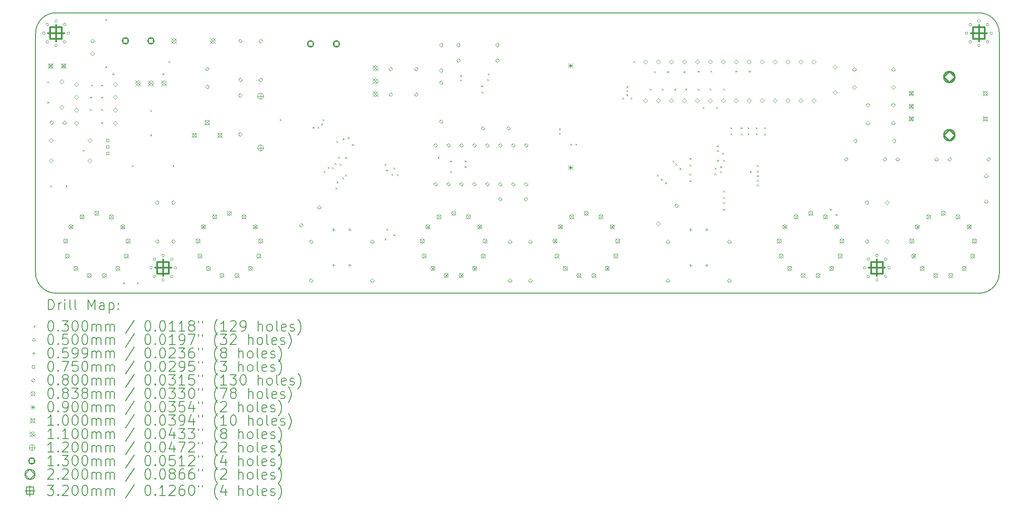
<source format=gbr>
%TF.GenerationSoftware,KiCad,Pcbnew,8.0.4+1*%
%TF.CreationDate,2024-10-13T09:49:30+00:00*%
%TF.ProjectId,nixie,6e697869-652e-46b6-9963-61645f706362,v1.0*%
%TF.SameCoordinates,Original*%
%TF.FileFunction,Drillmap*%
%TF.FilePolarity,Positive*%
%FSLAX45Y45*%
G04 Gerber Fmt 4.5, Leading zero omitted, Abs format (unit mm)*
G04 Created by KiCad (PCBNEW 8.0.4+1) date 2024-10-13 09:49:30*
%MOMM*%
%LPD*%
G01*
G04 APERTURE LIST*
%ADD10C,0.200000*%
%ADD11C,0.100000*%
%ADD12C,0.110000*%
%ADD13C,0.120000*%
%ADD14C,0.130000*%
%ADD15C,0.220000*%
%ADD16C,0.320000*%
G04 APERTURE END LIST*
D10*
X7600000Y-11600000D02*
G75*
G02*
X7200000Y-11200000I0J400000D01*
G01*
X7200000Y-6500000D02*
G75*
G02*
X7600000Y-6100000I400000J0D01*
G01*
X7600000Y-11600000D02*
X25700000Y-11600000D01*
X26100000Y-11200000D02*
G75*
G02*
X25700000Y-11600000I-400000J0D01*
G01*
X25700000Y-6100000D02*
X7600000Y-6100000D01*
X26100000Y-11200000D02*
X26100000Y-6500000D01*
X7200000Y-11200000D02*
X7200000Y-6500000D01*
X25700000Y-6100000D02*
G75*
G02*
X26100000Y-6500000I0J-400000D01*
G01*
D11*
X7425000Y-7445000D02*
X7455000Y-7475000D01*
X7455000Y-7445000D02*
X7425000Y-7475000D01*
X7425000Y-7845000D02*
X7455000Y-7875000D01*
X7455000Y-7845000D02*
X7425000Y-7875000D01*
X7485000Y-9485000D02*
X7515000Y-9515000D01*
X7515000Y-9485000D02*
X7485000Y-9515000D01*
X7785000Y-9485000D02*
X7815000Y-9515000D01*
X7815000Y-9485000D02*
X7785000Y-9515000D01*
X8125000Y-8785000D02*
X8155000Y-8815000D01*
X8155000Y-8785000D02*
X8125000Y-8815000D01*
X8265000Y-7745000D02*
X8295000Y-7775000D01*
X8295000Y-7745000D02*
X8265000Y-7775000D01*
X8265000Y-7985000D02*
X8295000Y-8015000D01*
X8295000Y-7985000D02*
X8265000Y-8015000D01*
X8285000Y-7505000D02*
X8315000Y-7535000D01*
X8315000Y-7505000D02*
X8285000Y-7535000D01*
X8485000Y-7505000D02*
X8515000Y-7535000D01*
X8515000Y-7505000D02*
X8485000Y-7535000D01*
X8485000Y-7745000D02*
X8515000Y-7775000D01*
X8515000Y-7745000D02*
X8485000Y-7775000D01*
X8485000Y-7985000D02*
X8515000Y-8015000D01*
X8515000Y-7985000D02*
X8485000Y-8015000D01*
X8485000Y-8245000D02*
X8515000Y-8275000D01*
X8515000Y-8245000D02*
X8485000Y-8275000D01*
X8565000Y-6225000D02*
X8595000Y-6255000D01*
X8595000Y-6225000D02*
X8565000Y-6255000D01*
X8565000Y-7145000D02*
X8595000Y-7175000D01*
X8595000Y-7145000D02*
X8565000Y-7175000D01*
X8705000Y-7285000D02*
X8735000Y-7315000D01*
X8735000Y-7285000D02*
X8705000Y-7315000D01*
X8918000Y-11385000D02*
X8948000Y-11415000D01*
X8948000Y-11385000D02*
X8918000Y-11415000D01*
X9085000Y-9085000D02*
X9115000Y-9115000D01*
X9115000Y-9085000D02*
X9085000Y-9115000D01*
X9185000Y-11385000D02*
X9215000Y-11415000D01*
X9215000Y-11385000D02*
X9185000Y-11415000D01*
X9445000Y-8005000D02*
X9475000Y-8035000D01*
X9475000Y-8005000D02*
X9445000Y-8035000D01*
X9445000Y-8485000D02*
X9475000Y-8515000D01*
X9475000Y-8485000D02*
X9445000Y-8515000D01*
X9685000Y-7285000D02*
X9715000Y-7315000D01*
X9715000Y-7285000D02*
X9685000Y-7315000D01*
X9805000Y-7045000D02*
X9835000Y-7075000D01*
X9835000Y-7045000D02*
X9805000Y-7075000D01*
X9885000Y-9085000D02*
X9915000Y-9115000D01*
X9915000Y-9085000D02*
X9885000Y-9115000D01*
X11985000Y-8185000D02*
X12015000Y-8215000D01*
X12015000Y-8185000D02*
X11985000Y-8215000D01*
X12635000Y-8335000D02*
X12665000Y-8365000D01*
X12665000Y-8335000D02*
X12635000Y-8365000D01*
X12728735Y-8331265D02*
X12758735Y-8361265D01*
X12758735Y-8331265D02*
X12728735Y-8361265D01*
X12798251Y-8274104D02*
X12828251Y-8304104D01*
X12828251Y-8274104D02*
X12798251Y-8304104D01*
X12829450Y-8189684D02*
X12859450Y-8219684D01*
X12859450Y-8189684D02*
X12829450Y-8219684D01*
X12849497Y-9199498D02*
X12879497Y-9229498D01*
X12879497Y-9199498D02*
X12849497Y-9229498D01*
X12925000Y-9125000D02*
X12955000Y-9155000D01*
X12955000Y-9125000D02*
X12925000Y-9155000D01*
X13015000Y-9129498D02*
X13045000Y-9159498D01*
X13045000Y-9129498D02*
X13015000Y-9159498D01*
X13065000Y-9045000D02*
X13095000Y-9075000D01*
X13095000Y-9045000D02*
X13065000Y-9075000D01*
X13081461Y-9525706D02*
X13111461Y-9555706D01*
X13111461Y-9525706D02*
X13081461Y-9555706D01*
X13094792Y-8614792D02*
X13124792Y-8644792D01*
X13124792Y-8614792D02*
X13094792Y-8644792D01*
X13105000Y-9405000D02*
X13135000Y-9435000D01*
X13135000Y-9405000D02*
X13105000Y-9435000D01*
X13135000Y-8925000D02*
X13165000Y-8955000D01*
X13165000Y-8925000D02*
X13135000Y-8955000D01*
X13165000Y-9059498D02*
X13195000Y-9089498D01*
X13195000Y-9059498D02*
X13165000Y-9089498D01*
X13212150Y-9326066D02*
X13242150Y-9356066D01*
X13242150Y-9326066D02*
X13212150Y-9356066D01*
X13220234Y-8560061D02*
X13250234Y-8590061D01*
X13250234Y-8560061D02*
X13220234Y-8590061D01*
X13268718Y-9269498D02*
X13298718Y-9299498D01*
X13298718Y-9269498D02*
X13268718Y-9299498D01*
X13269402Y-8929402D02*
X13299402Y-8959402D01*
X13299402Y-8929402D02*
X13269402Y-8959402D01*
X13319697Y-8539697D02*
X13349697Y-8569697D01*
X13349697Y-8539697D02*
X13319697Y-8569697D01*
X13405000Y-8675000D02*
X13435000Y-8705000D01*
X13435000Y-8675000D02*
X13405000Y-8705000D01*
X14045000Y-9065000D02*
X14075000Y-9095000D01*
X14075000Y-9065000D02*
X14045000Y-9095000D01*
X14045000Y-10525000D02*
X14075000Y-10555000D01*
X14075000Y-10525000D02*
X14045000Y-10555000D01*
X14075000Y-9175000D02*
X14105000Y-9205000D01*
X14105000Y-9175000D02*
X14075000Y-9205000D01*
X14075502Y-10334498D02*
X14105502Y-10364498D01*
X14105502Y-10334498D02*
X14075502Y-10364498D01*
X14177426Y-9257427D02*
X14207426Y-9287427D01*
X14207426Y-9257427D02*
X14177426Y-9287427D01*
X14215000Y-9135000D02*
X14245000Y-9165000D01*
X14245000Y-9135000D02*
X14215000Y-9165000D01*
X14215000Y-10445000D02*
X14245000Y-10475000D01*
X14245000Y-10445000D02*
X14215000Y-10475000D01*
X14285000Y-9265000D02*
X14315000Y-9295000D01*
X14315000Y-9265000D02*
X14285000Y-9295000D01*
X15085000Y-8925000D02*
X15115000Y-8955000D01*
X15115000Y-8925000D02*
X15085000Y-8955000D01*
X15325000Y-8995000D02*
X15355000Y-9025000D01*
X15355000Y-8995000D02*
X15325000Y-9025000D01*
X15325000Y-9205000D02*
X15355000Y-9235000D01*
X15355000Y-9205000D02*
X15325000Y-9235000D01*
X15525000Y-7325000D02*
X15555000Y-7355000D01*
X15555000Y-7325000D02*
X15525000Y-7355000D01*
X15525000Y-7405000D02*
X15555000Y-7435000D01*
X15555000Y-7405000D02*
X15525000Y-7435000D01*
X15615000Y-8995000D02*
X15645000Y-9025000D01*
X15645000Y-8995000D02*
X15615000Y-9025000D01*
X15615000Y-9105000D02*
X15645000Y-9135000D01*
X15645000Y-9105000D02*
X15615000Y-9135000D01*
X15935000Y-7525000D02*
X15965000Y-7555000D01*
X15965000Y-7525000D02*
X15935000Y-7555000D01*
X15945000Y-7645000D02*
X15975000Y-7675000D01*
X15975000Y-7645000D02*
X15945000Y-7675000D01*
X16055676Y-7400823D02*
X16085676Y-7430823D01*
X16085676Y-7400823D02*
X16055676Y-7430823D01*
X16065000Y-7285000D02*
X16095000Y-7315000D01*
X16095000Y-7285000D02*
X16065000Y-7315000D01*
X17465000Y-8365000D02*
X17495000Y-8395000D01*
X17495000Y-8365000D02*
X17465000Y-8395000D01*
X17465000Y-8455000D02*
X17495000Y-8485000D01*
X17495000Y-8455000D02*
X17465000Y-8485000D01*
X17685000Y-8665000D02*
X17715000Y-8695000D01*
X17715000Y-8665000D02*
X17685000Y-8695000D01*
X17785000Y-8665000D02*
X17815000Y-8695000D01*
X17815000Y-8665000D02*
X17785000Y-8695000D01*
X18705000Y-7765000D02*
X18735000Y-7795000D01*
X18735000Y-7765000D02*
X18705000Y-7795000D01*
X18785000Y-7535000D02*
X18815000Y-7565000D01*
X18815000Y-7535000D02*
X18785000Y-7565000D01*
X18785000Y-7615000D02*
X18815000Y-7645000D01*
X18815000Y-7615000D02*
X18785000Y-7645000D01*
X18785000Y-7695001D02*
X18815000Y-7725001D01*
X18815000Y-7695001D02*
X18785000Y-7725001D01*
X18865000Y-7765000D02*
X18895000Y-7795000D01*
X18895000Y-7765000D02*
X18865000Y-7795000D01*
X18925000Y-7045000D02*
X18955000Y-7075000D01*
X18955000Y-7045000D02*
X18925000Y-7075000D01*
X19245000Y-7585000D02*
X19275000Y-7615000D01*
X19275000Y-7585000D02*
X19245000Y-7615000D01*
X19325000Y-7245000D02*
X19355000Y-7275000D01*
X19355000Y-7245000D02*
X19325000Y-7275000D01*
X19383252Y-9273217D02*
X19413252Y-9303217D01*
X19413252Y-9273217D02*
X19383252Y-9303217D01*
X19462075Y-9355178D02*
X19492075Y-9385178D01*
X19492075Y-9355178D02*
X19462075Y-9385178D01*
X19485000Y-7585000D02*
X19515000Y-7615000D01*
X19515000Y-7585000D02*
X19485000Y-7615000D01*
X19545000Y-9425000D02*
X19575000Y-9455000D01*
X19575000Y-9425000D02*
X19545000Y-9455000D01*
X19585000Y-7245000D02*
X19615000Y-7275000D01*
X19615000Y-7245000D02*
X19585000Y-7275000D01*
X19692071Y-8997635D02*
X19722071Y-9027635D01*
X19722071Y-8997635D02*
X19692071Y-9027635D01*
X19725000Y-7585000D02*
X19755000Y-7615000D01*
X19755000Y-7585000D02*
X19725000Y-7615000D01*
X19755711Y-9061275D02*
X19785711Y-9091275D01*
X19785711Y-9061275D02*
X19755711Y-9091275D01*
X19825000Y-9145000D02*
X19855000Y-9175000D01*
X19855000Y-9145000D02*
X19825000Y-9175000D01*
X19905000Y-7245000D02*
X19935000Y-7275000D01*
X19935000Y-7245000D02*
X19905000Y-7275000D01*
X19945000Y-7585000D02*
X19975000Y-7615000D01*
X19975000Y-7585000D02*
X19945000Y-7615000D01*
X20025000Y-8945000D02*
X20055000Y-8975000D01*
X20055000Y-8945000D02*
X20025000Y-8975000D01*
X20025000Y-9075000D02*
X20055000Y-9105000D01*
X20055000Y-9075000D02*
X20025000Y-9105000D01*
X20025000Y-9255000D02*
X20055000Y-9285000D01*
X20055000Y-9255000D02*
X20025000Y-9285000D01*
X20025000Y-9385000D02*
X20055000Y-9415000D01*
X20055000Y-9385000D02*
X20025000Y-9415000D01*
X20185000Y-7235000D02*
X20215000Y-7265000D01*
X20215000Y-7235000D02*
X20185000Y-7265000D01*
X20185000Y-7585000D02*
X20215000Y-7615000D01*
X20215000Y-7585000D02*
X20185000Y-7615000D01*
X20285000Y-7945000D02*
X20315000Y-7975000D01*
X20315000Y-7945000D02*
X20285000Y-7975000D01*
X20415000Y-7585000D02*
X20445000Y-7615000D01*
X20445000Y-7585000D02*
X20415000Y-7615000D01*
X20435000Y-7235000D02*
X20465000Y-7265000D01*
X20465000Y-7235000D02*
X20435000Y-7265000D01*
X20515000Y-9245000D02*
X20545000Y-9275000D01*
X20545000Y-9245000D02*
X20515000Y-9275000D01*
X20520000Y-9140000D02*
X20550000Y-9170000D01*
X20550000Y-9140000D02*
X20520000Y-9170000D01*
X20545000Y-7945000D02*
X20575000Y-7975000D01*
X20575000Y-7945000D02*
X20545000Y-7975000D01*
X20559723Y-8700728D02*
X20589723Y-8730728D01*
X20589723Y-8700728D02*
X20559723Y-8730728D01*
X20563995Y-8795000D02*
X20593995Y-8825000D01*
X20593995Y-8795000D02*
X20563995Y-8825000D01*
X20563995Y-8985000D02*
X20593995Y-9015000D01*
X20593995Y-8985000D02*
X20563995Y-9015000D01*
X20625000Y-9105000D02*
X20655000Y-9135000D01*
X20655000Y-9105000D02*
X20625000Y-9135000D01*
X20625000Y-9205000D02*
X20655000Y-9235000D01*
X20655000Y-9205000D02*
X20625000Y-9235000D01*
X20665000Y-8845000D02*
X20695000Y-8875000D01*
X20695000Y-8845000D02*
X20665000Y-8875000D01*
X20685000Y-7585000D02*
X20715000Y-7615000D01*
X20715000Y-7585000D02*
X20685000Y-7615000D01*
X20685000Y-8985000D02*
X20715000Y-9015000D01*
X20715000Y-8985000D02*
X20685000Y-9015000D01*
X20685000Y-9815000D02*
X20715000Y-9845000D01*
X20715000Y-9815000D02*
X20685000Y-9845000D01*
X20685000Y-9945000D02*
X20715000Y-9975000D01*
X20715000Y-9945000D02*
X20685000Y-9975000D01*
X20685209Y-9584791D02*
X20715209Y-9614791D01*
X20715209Y-9584791D02*
X20685209Y-9614791D01*
X20686863Y-9713137D02*
X20716863Y-9743137D01*
X20716863Y-9713137D02*
X20686863Y-9743137D01*
X20825000Y-8345000D02*
X20855000Y-8375000D01*
X20855000Y-8345000D02*
X20825000Y-8375000D01*
X20825000Y-8465000D02*
X20855000Y-8495000D01*
X20855000Y-8465000D02*
X20825000Y-8495000D01*
X20922000Y-7235000D02*
X20952000Y-7265000D01*
X20952000Y-7235000D02*
X20922000Y-7265000D01*
X21025000Y-8345000D02*
X21055000Y-8375000D01*
X21055000Y-8345000D02*
X21025000Y-8375000D01*
X21034498Y-8465503D02*
X21064498Y-8495503D01*
X21064498Y-8465503D02*
X21034498Y-8495503D01*
X21165000Y-8345000D02*
X21195000Y-8375000D01*
X21195000Y-8345000D02*
X21165000Y-8375000D01*
X21165000Y-8465000D02*
X21195000Y-8495000D01*
X21195000Y-8465000D02*
X21165000Y-8495000D01*
X21185000Y-7235000D02*
X21215000Y-7265000D01*
X21215000Y-7235000D02*
X21185000Y-7265000D01*
X21205000Y-9205000D02*
X21235000Y-9235000D01*
X21235000Y-9205000D02*
X21205000Y-9235000D01*
X21325000Y-8345000D02*
X21355000Y-8375000D01*
X21355000Y-8345000D02*
X21325000Y-8375000D01*
X21325000Y-8465000D02*
X21355000Y-8495000D01*
X21355000Y-8465000D02*
X21325000Y-8495000D01*
X21345000Y-9085000D02*
X21375000Y-9115000D01*
X21375000Y-9085000D02*
X21345000Y-9115000D01*
X21345000Y-9194999D02*
X21375000Y-9224999D01*
X21375000Y-9194999D02*
X21345000Y-9224999D01*
X21345000Y-9284999D02*
X21375000Y-9314999D01*
X21375000Y-9284999D02*
X21345000Y-9314999D01*
X21345000Y-9375000D02*
X21375000Y-9405000D01*
X21375000Y-9375000D02*
X21345000Y-9405000D01*
X21345000Y-9465000D02*
X21375000Y-9495000D01*
X21375000Y-9465000D02*
X21345000Y-9495000D01*
X21485000Y-8345000D02*
X21515000Y-8375000D01*
X21515000Y-8345000D02*
X21485000Y-8375000D01*
X21485000Y-8470503D02*
X21515000Y-8500503D01*
X21515000Y-8470503D02*
X21485000Y-8500503D01*
X22775000Y-9945000D02*
X22805000Y-9975000D01*
X22805000Y-9945000D02*
X22775000Y-9975000D01*
X22885000Y-10045000D02*
X22915000Y-10075000D01*
X22915000Y-10045000D02*
X22885000Y-10075000D01*
X7385000Y-6500000D02*
G75*
G02*
X7335000Y-6500000I-25000J0D01*
G01*
X7335000Y-6500000D02*
G75*
G02*
X7385000Y-6500000I25000J0D01*
G01*
X7455294Y-6330294D02*
G75*
G02*
X7405294Y-6330294I-25000J0D01*
G01*
X7405294Y-6330294D02*
G75*
G02*
X7455294Y-6330294I25000J0D01*
G01*
X7455294Y-6669706D02*
G75*
G02*
X7405294Y-6669706I-25000J0D01*
G01*
X7405294Y-6669706D02*
G75*
G02*
X7455294Y-6669706I25000J0D01*
G01*
X7625000Y-6260000D02*
G75*
G02*
X7575000Y-6260000I-25000J0D01*
G01*
X7575000Y-6260000D02*
G75*
G02*
X7625000Y-6260000I25000J0D01*
G01*
X7625000Y-6740000D02*
G75*
G02*
X7575000Y-6740000I-25000J0D01*
G01*
X7575000Y-6740000D02*
G75*
G02*
X7625000Y-6740000I25000J0D01*
G01*
X7794706Y-6330294D02*
G75*
G02*
X7744706Y-6330294I-25000J0D01*
G01*
X7744706Y-6330294D02*
G75*
G02*
X7794706Y-6330294I25000J0D01*
G01*
X7794706Y-6669706D02*
G75*
G02*
X7744706Y-6669706I-25000J0D01*
G01*
X7744706Y-6669706D02*
G75*
G02*
X7794706Y-6669706I25000J0D01*
G01*
X7865000Y-6500000D02*
G75*
G02*
X7815000Y-6500000I-25000J0D01*
G01*
X7815000Y-6500000D02*
G75*
G02*
X7865000Y-6500000I25000J0D01*
G01*
X9485000Y-11100000D02*
G75*
G02*
X9435000Y-11100000I-25000J0D01*
G01*
X9435000Y-11100000D02*
G75*
G02*
X9485000Y-11100000I25000J0D01*
G01*
X9555294Y-10930294D02*
G75*
G02*
X9505294Y-10930294I-25000J0D01*
G01*
X9505294Y-10930294D02*
G75*
G02*
X9555294Y-10930294I25000J0D01*
G01*
X9555294Y-11269706D02*
G75*
G02*
X9505294Y-11269706I-25000J0D01*
G01*
X9505294Y-11269706D02*
G75*
G02*
X9555294Y-11269706I25000J0D01*
G01*
X9725000Y-10860000D02*
G75*
G02*
X9675000Y-10860000I-25000J0D01*
G01*
X9675000Y-10860000D02*
G75*
G02*
X9725000Y-10860000I25000J0D01*
G01*
X9725000Y-11340000D02*
G75*
G02*
X9675000Y-11340000I-25000J0D01*
G01*
X9675000Y-11340000D02*
G75*
G02*
X9725000Y-11340000I25000J0D01*
G01*
X9894706Y-10930294D02*
G75*
G02*
X9844706Y-10930294I-25000J0D01*
G01*
X9844706Y-10930294D02*
G75*
G02*
X9894706Y-10930294I25000J0D01*
G01*
X9894706Y-11269706D02*
G75*
G02*
X9844706Y-11269706I-25000J0D01*
G01*
X9844706Y-11269706D02*
G75*
G02*
X9894706Y-11269706I25000J0D01*
G01*
X9965000Y-11100000D02*
G75*
G02*
X9915000Y-11100000I-25000J0D01*
G01*
X9915000Y-11100000D02*
G75*
G02*
X9965000Y-11100000I25000J0D01*
G01*
X23485000Y-11100000D02*
G75*
G02*
X23435000Y-11100000I-25000J0D01*
G01*
X23435000Y-11100000D02*
G75*
G02*
X23485000Y-11100000I25000J0D01*
G01*
X23555294Y-10930294D02*
G75*
G02*
X23505294Y-10930294I-25000J0D01*
G01*
X23505294Y-10930294D02*
G75*
G02*
X23555294Y-10930294I25000J0D01*
G01*
X23555294Y-11269706D02*
G75*
G02*
X23505294Y-11269706I-25000J0D01*
G01*
X23505294Y-11269706D02*
G75*
G02*
X23555294Y-11269706I25000J0D01*
G01*
X23725000Y-10860000D02*
G75*
G02*
X23675000Y-10860000I-25000J0D01*
G01*
X23675000Y-10860000D02*
G75*
G02*
X23725000Y-10860000I25000J0D01*
G01*
X23725000Y-11340000D02*
G75*
G02*
X23675000Y-11340000I-25000J0D01*
G01*
X23675000Y-11340000D02*
G75*
G02*
X23725000Y-11340000I25000J0D01*
G01*
X23894706Y-10930294D02*
G75*
G02*
X23844706Y-10930294I-25000J0D01*
G01*
X23844706Y-10930294D02*
G75*
G02*
X23894706Y-10930294I25000J0D01*
G01*
X23894706Y-11269706D02*
G75*
G02*
X23844706Y-11269706I-25000J0D01*
G01*
X23844706Y-11269706D02*
G75*
G02*
X23894706Y-11269706I25000J0D01*
G01*
X23965000Y-11100000D02*
G75*
G02*
X23915000Y-11100000I-25000J0D01*
G01*
X23915000Y-11100000D02*
G75*
G02*
X23965000Y-11100000I25000J0D01*
G01*
X25485000Y-6500000D02*
G75*
G02*
X25435000Y-6500000I-25000J0D01*
G01*
X25435000Y-6500000D02*
G75*
G02*
X25485000Y-6500000I25000J0D01*
G01*
X25555294Y-6330294D02*
G75*
G02*
X25505294Y-6330294I-25000J0D01*
G01*
X25505294Y-6330294D02*
G75*
G02*
X25555294Y-6330294I25000J0D01*
G01*
X25555294Y-6669706D02*
G75*
G02*
X25505294Y-6669706I-25000J0D01*
G01*
X25505294Y-6669706D02*
G75*
G02*
X25555294Y-6669706I25000J0D01*
G01*
X25725000Y-6260000D02*
G75*
G02*
X25675000Y-6260000I-25000J0D01*
G01*
X25675000Y-6260000D02*
G75*
G02*
X25725000Y-6260000I25000J0D01*
G01*
X25725000Y-6740000D02*
G75*
G02*
X25675000Y-6740000I-25000J0D01*
G01*
X25675000Y-6740000D02*
G75*
G02*
X25725000Y-6740000I25000J0D01*
G01*
X25894706Y-6330294D02*
G75*
G02*
X25844706Y-6330294I-25000J0D01*
G01*
X25844706Y-6330294D02*
G75*
G02*
X25894706Y-6330294I25000J0D01*
G01*
X25894706Y-6669706D02*
G75*
G02*
X25844706Y-6669706I-25000J0D01*
G01*
X25844706Y-6669706D02*
G75*
G02*
X25894706Y-6669706I25000J0D01*
G01*
X25965000Y-6500000D02*
G75*
G02*
X25915000Y-6500000I-25000J0D01*
G01*
X25915000Y-6500000D02*
G75*
G02*
X25965000Y-6500000I25000J0D01*
G01*
X13041250Y-10320028D02*
X13041250Y-10379972D01*
X13011278Y-10350000D02*
X13071222Y-10350000D01*
X13041250Y-11020028D02*
X13041250Y-11079972D01*
X13011278Y-11050000D02*
X13071222Y-11050000D01*
X13358750Y-10320028D02*
X13358750Y-10379972D01*
X13328778Y-10350000D02*
X13388722Y-10350000D01*
X13358750Y-11020028D02*
X13358750Y-11079972D01*
X13328778Y-11050000D02*
X13388722Y-11050000D01*
X20041250Y-10320028D02*
X20041250Y-10379972D01*
X20011278Y-10350000D02*
X20071222Y-10350000D01*
X20041250Y-11020028D02*
X20041250Y-11079972D01*
X20011278Y-11050000D02*
X20071222Y-11050000D01*
X20358750Y-10320028D02*
X20358750Y-10379972D01*
X20328778Y-10350000D02*
X20388722Y-10350000D01*
X20358750Y-11020028D02*
X20358750Y-11079972D01*
X20328778Y-11050000D02*
X20388722Y-11050000D01*
X8638517Y-8626517D02*
X8638517Y-8573483D01*
X8585483Y-8573483D01*
X8585483Y-8626517D01*
X8638517Y-8626517D01*
X8638517Y-8753517D02*
X8638517Y-8700483D01*
X8585483Y-8700483D01*
X8585483Y-8753517D01*
X8638517Y-8753517D01*
X8638517Y-8880517D02*
X8638517Y-8827483D01*
X8585483Y-8827483D01*
X8585483Y-8880517D01*
X8638517Y-8880517D01*
X7500000Y-8640000D02*
X7540000Y-8600000D01*
X7500000Y-8560000D01*
X7460000Y-8600000D01*
X7500000Y-8640000D01*
X7500000Y-9040000D02*
X7540000Y-9000000D01*
X7500000Y-8960000D01*
X7460000Y-9000000D01*
X7500000Y-9040000D01*
X7512000Y-8290000D02*
X7552000Y-8250000D01*
X7512000Y-8210000D01*
X7472000Y-8250000D01*
X7512000Y-8290000D01*
X7712000Y-7490000D02*
X7752000Y-7450000D01*
X7712000Y-7410000D01*
X7672000Y-7450000D01*
X7712000Y-7490000D01*
X7712000Y-7990000D02*
X7752000Y-7950000D01*
X7712000Y-7910000D01*
X7672000Y-7950000D01*
X7712000Y-7990000D01*
X7762000Y-8290000D02*
X7802000Y-8250000D01*
X7762000Y-8210000D01*
X7722000Y-8250000D01*
X7762000Y-8290000D01*
X8000000Y-7540000D02*
X8040000Y-7500000D01*
X8000000Y-7460000D01*
X7960000Y-7500000D01*
X8000000Y-7540000D01*
X8000000Y-7794000D02*
X8040000Y-7754000D01*
X8000000Y-7714000D01*
X7960000Y-7754000D01*
X8000000Y-7794000D01*
X8000000Y-8048000D02*
X8040000Y-8008000D01*
X8000000Y-7968000D01*
X7960000Y-8008000D01*
X8000000Y-8048000D01*
X8000000Y-8302000D02*
X8040000Y-8262000D01*
X8000000Y-8222000D01*
X7960000Y-8262000D01*
X8000000Y-8302000D01*
X8262000Y-8640000D02*
X8302000Y-8600000D01*
X8262000Y-8560000D01*
X8222000Y-8600000D01*
X8262000Y-8640000D01*
X8262000Y-9040000D02*
X8302000Y-9000000D01*
X8262000Y-8960000D01*
X8222000Y-9000000D01*
X8262000Y-9040000D01*
X8312000Y-6690000D02*
X8352000Y-6650000D01*
X8312000Y-6610000D01*
X8272000Y-6650000D01*
X8312000Y-6690000D01*
X8312000Y-6940000D02*
X8352000Y-6900000D01*
X8312000Y-6860000D01*
X8272000Y-6900000D01*
X8312000Y-6940000D01*
X8762000Y-7540000D02*
X8802000Y-7500000D01*
X8762000Y-7460000D01*
X8722000Y-7500000D01*
X8762000Y-7540000D01*
X8762000Y-7794000D02*
X8802000Y-7754000D01*
X8762000Y-7714000D01*
X8722000Y-7754000D01*
X8762000Y-7794000D01*
X8762000Y-8048000D02*
X8802000Y-8008000D01*
X8762000Y-7968000D01*
X8722000Y-8008000D01*
X8762000Y-8048000D01*
X8762000Y-8302000D02*
X8802000Y-8262000D01*
X8762000Y-8222000D01*
X8722000Y-8262000D01*
X8762000Y-8302000D01*
X9580000Y-9859000D02*
X9620000Y-9819000D01*
X9580000Y-9779000D01*
X9540000Y-9819000D01*
X9580000Y-9859000D01*
X9580000Y-10621000D02*
X9620000Y-10581000D01*
X9580000Y-10541000D01*
X9540000Y-10581000D01*
X9580000Y-10621000D01*
X9900000Y-9859000D02*
X9940000Y-9819000D01*
X9900000Y-9779000D01*
X9860000Y-9819000D01*
X9900000Y-9859000D01*
X9900000Y-10621000D02*
X9940000Y-10581000D01*
X9900000Y-10541000D01*
X9860000Y-10581000D01*
X9900000Y-10621000D01*
X10562000Y-7240000D02*
X10602000Y-7200000D01*
X10562000Y-7160000D01*
X10522000Y-7200000D01*
X10562000Y-7240000D01*
X10562000Y-7590000D02*
X10602000Y-7550000D01*
X10562000Y-7510000D01*
X10522000Y-7550000D01*
X10562000Y-7590000D01*
X11212000Y-6690000D02*
X11252000Y-6650000D01*
X11212000Y-6610000D01*
X11172000Y-6650000D01*
X11212000Y-6690000D01*
X11212000Y-7452000D02*
X11252000Y-7412000D01*
X11212000Y-7372000D01*
X11172000Y-7412000D01*
X11212000Y-7452000D01*
X11212000Y-7759000D02*
X11252000Y-7719000D01*
X11212000Y-7679000D01*
X11172000Y-7719000D01*
X11212000Y-7759000D01*
X11212000Y-8521000D02*
X11252000Y-8481000D01*
X11212000Y-8441000D01*
X11172000Y-8481000D01*
X11212000Y-8521000D01*
X11612000Y-6690000D02*
X11652000Y-6650000D01*
X11612000Y-6610000D01*
X11572000Y-6650000D01*
X11612000Y-6690000D01*
X11612000Y-7452000D02*
X11652000Y-7412000D01*
X11612000Y-7372000D01*
X11572000Y-7412000D01*
X11612000Y-7452000D01*
X12406447Y-10303553D02*
X12446447Y-10263553D01*
X12406447Y-10223553D01*
X12366447Y-10263553D01*
X12406447Y-10303553D01*
X12600000Y-10628000D02*
X12640000Y-10588000D01*
X12600000Y-10548000D01*
X12560000Y-10588000D01*
X12600000Y-10628000D01*
X12600000Y-11390000D02*
X12640000Y-11350000D01*
X12600000Y-11310000D01*
X12560000Y-11350000D01*
X12600000Y-11390000D01*
X12760000Y-9950000D02*
X12800000Y-9910000D01*
X12760000Y-9870000D01*
X12720000Y-9910000D01*
X12760000Y-9950000D01*
X13800000Y-10628000D02*
X13840000Y-10588000D01*
X13800000Y-10548000D01*
X13760000Y-10588000D01*
X13800000Y-10628000D01*
X13800000Y-11390000D02*
X13840000Y-11350000D01*
X13800000Y-11310000D01*
X13760000Y-11350000D01*
X13800000Y-11390000D01*
X14160000Y-7240000D02*
X14200000Y-7200000D01*
X14160000Y-7160000D01*
X14120000Y-7200000D01*
X14160000Y-7240000D01*
X14160000Y-7740000D02*
X14200000Y-7700000D01*
X14160000Y-7660000D01*
X14120000Y-7700000D01*
X14160000Y-7740000D01*
X14660000Y-7240000D02*
X14700000Y-7200000D01*
X14660000Y-7160000D01*
X14620000Y-7200000D01*
X14660000Y-7240000D01*
X14660000Y-7740000D02*
X14700000Y-7700000D01*
X14660000Y-7660000D01*
X14620000Y-7700000D01*
X14660000Y-7740000D01*
X15042000Y-8738000D02*
X15082000Y-8698000D01*
X15042000Y-8658000D01*
X15002000Y-8698000D01*
X15042000Y-8738000D01*
X15042000Y-9500000D02*
X15082000Y-9460000D01*
X15042000Y-9420000D01*
X15002000Y-9460000D01*
X15042000Y-9500000D01*
X15152500Y-6770500D02*
X15192500Y-6730500D01*
X15152500Y-6690500D01*
X15112500Y-6730500D01*
X15152500Y-6770500D01*
X15152500Y-7270500D02*
X15192500Y-7230500D01*
X15152500Y-7190500D01*
X15112500Y-7230500D01*
X15152500Y-7270500D01*
X15152500Y-7508500D02*
X15192500Y-7468500D01*
X15152500Y-7428500D01*
X15112500Y-7468500D01*
X15152500Y-7508500D01*
X15152500Y-8270500D02*
X15192500Y-8230500D01*
X15152500Y-8190500D01*
X15112500Y-8230500D01*
X15152500Y-8270500D01*
X15296000Y-8738000D02*
X15336000Y-8698000D01*
X15296000Y-8658000D01*
X15256000Y-8698000D01*
X15296000Y-8738000D01*
X15296000Y-9500000D02*
X15336000Y-9460000D01*
X15296000Y-9420000D01*
X15256000Y-9460000D01*
X15296000Y-9500000D01*
X15490500Y-6770500D02*
X15530500Y-6730500D01*
X15490500Y-6690500D01*
X15450500Y-6730500D01*
X15490500Y-6770500D01*
X15490500Y-7070500D02*
X15530500Y-7030500D01*
X15490500Y-6990500D01*
X15450500Y-7030500D01*
X15490500Y-7070500D01*
X15550000Y-8738000D02*
X15590000Y-8698000D01*
X15550000Y-8658000D01*
X15510000Y-8698000D01*
X15550000Y-8738000D01*
X15550000Y-9500000D02*
X15590000Y-9460000D01*
X15550000Y-9420000D01*
X15510000Y-9460000D01*
X15550000Y-9500000D01*
X15804000Y-8738000D02*
X15844000Y-8698000D01*
X15804000Y-8658000D01*
X15764000Y-8698000D01*
X15804000Y-8738000D01*
X15804000Y-9500000D02*
X15844000Y-9460000D01*
X15804000Y-9420000D01*
X15764000Y-9460000D01*
X15804000Y-9500000D01*
X15970000Y-8400000D02*
X16010000Y-8360000D01*
X15970000Y-8320000D01*
X15930000Y-8360000D01*
X15970000Y-8400000D01*
X16058000Y-8738000D02*
X16098000Y-8698000D01*
X16058000Y-8658000D01*
X16018000Y-8698000D01*
X16058000Y-8738000D01*
X16058000Y-9500000D02*
X16098000Y-9460000D01*
X16058000Y-9420000D01*
X16018000Y-9460000D01*
X16058000Y-9500000D01*
X16252500Y-6770500D02*
X16292500Y-6730500D01*
X16252500Y-6690500D01*
X16212500Y-6730500D01*
X16252500Y-6770500D01*
X16252500Y-7070500D02*
X16292500Y-7030500D01*
X16252500Y-6990500D01*
X16212500Y-7030500D01*
X16252500Y-7070500D01*
X16310000Y-9790000D02*
X16350000Y-9750000D01*
X16310000Y-9710000D01*
X16270000Y-9750000D01*
X16310000Y-9790000D01*
X16312000Y-8738000D02*
X16352000Y-8698000D01*
X16312000Y-8658000D01*
X16272000Y-8698000D01*
X16312000Y-8738000D01*
X16312000Y-9500000D02*
X16352000Y-9460000D01*
X16312000Y-9420000D01*
X16272000Y-9460000D01*
X16312000Y-9500000D01*
X16470000Y-8400000D02*
X16510000Y-8360000D01*
X16470000Y-8320000D01*
X16430000Y-8360000D01*
X16470000Y-8400000D01*
X16500000Y-10628000D02*
X16540000Y-10588000D01*
X16500000Y-10548000D01*
X16460000Y-10588000D01*
X16500000Y-10628000D01*
X16500000Y-11390000D02*
X16540000Y-11350000D01*
X16500000Y-11310000D01*
X16460000Y-11350000D01*
X16500000Y-11390000D01*
X16566000Y-8738000D02*
X16606000Y-8698000D01*
X16566000Y-8658000D01*
X16526000Y-8698000D01*
X16566000Y-8738000D01*
X16566000Y-9500000D02*
X16606000Y-9460000D01*
X16566000Y-9420000D01*
X16526000Y-9460000D01*
X16566000Y-9500000D01*
X16810000Y-9790000D02*
X16850000Y-9750000D01*
X16810000Y-9710000D01*
X16770000Y-9750000D01*
X16810000Y-9790000D01*
X16820000Y-8738000D02*
X16860000Y-8698000D01*
X16820000Y-8658000D01*
X16780000Y-8698000D01*
X16820000Y-8738000D01*
X16820000Y-9500000D02*
X16860000Y-9460000D01*
X16820000Y-9420000D01*
X16780000Y-9460000D01*
X16820000Y-9500000D01*
X16900000Y-10628000D02*
X16940000Y-10588000D01*
X16900000Y-10548000D01*
X16860000Y-10588000D01*
X16900000Y-10628000D01*
X16900000Y-11390000D02*
X16940000Y-11350000D01*
X16900000Y-11310000D01*
X16860000Y-11350000D01*
X16900000Y-11390000D01*
X19158000Y-7100000D02*
X19198000Y-7060000D01*
X19158000Y-7020000D01*
X19118000Y-7060000D01*
X19158000Y-7100000D01*
X19158000Y-7862000D02*
X19198000Y-7822000D01*
X19158000Y-7782000D01*
X19118000Y-7822000D01*
X19158000Y-7862000D01*
X19412000Y-7100000D02*
X19452000Y-7060000D01*
X19412000Y-7020000D01*
X19372000Y-7060000D01*
X19412000Y-7100000D01*
X19412000Y-7862000D02*
X19452000Y-7822000D01*
X19412000Y-7782000D01*
X19372000Y-7822000D01*
X19412000Y-7862000D01*
X19413223Y-10276777D02*
X19453223Y-10236777D01*
X19413223Y-10196777D01*
X19373223Y-10236777D01*
X19413223Y-10276777D01*
X19600000Y-10628000D02*
X19640000Y-10588000D01*
X19600000Y-10548000D01*
X19560000Y-10588000D01*
X19600000Y-10628000D01*
X19600000Y-11390000D02*
X19640000Y-11350000D01*
X19600000Y-11310000D01*
X19560000Y-11350000D01*
X19600000Y-11390000D01*
X19666000Y-7862000D02*
X19706000Y-7822000D01*
X19666000Y-7782000D01*
X19626000Y-7822000D01*
X19666000Y-7862000D01*
X19666000Y-7100000D02*
X19706000Y-7060000D01*
X19666000Y-7020000D01*
X19626000Y-7060000D01*
X19666000Y-7100000D01*
X19766777Y-9923223D02*
X19806777Y-9883223D01*
X19766777Y-9843223D01*
X19726777Y-9883223D01*
X19766777Y-9923223D01*
X19920000Y-7100000D02*
X19960000Y-7060000D01*
X19920000Y-7020000D01*
X19880000Y-7060000D01*
X19920000Y-7100000D01*
X19920000Y-7862000D02*
X19960000Y-7822000D01*
X19920000Y-7782000D01*
X19880000Y-7822000D01*
X19920000Y-7862000D01*
X20174000Y-7100000D02*
X20214000Y-7060000D01*
X20174000Y-7020000D01*
X20134000Y-7060000D01*
X20174000Y-7100000D01*
X20174000Y-7862000D02*
X20214000Y-7822000D01*
X20174000Y-7782000D01*
X20134000Y-7822000D01*
X20174000Y-7862000D01*
X20428000Y-7100000D02*
X20468000Y-7060000D01*
X20428000Y-7020000D01*
X20388000Y-7060000D01*
X20428000Y-7100000D01*
X20428000Y-7862000D02*
X20468000Y-7822000D01*
X20428000Y-7782000D01*
X20388000Y-7822000D01*
X20428000Y-7862000D01*
X20682000Y-7100000D02*
X20722000Y-7060000D01*
X20682000Y-7020000D01*
X20642000Y-7060000D01*
X20682000Y-7100000D01*
X20682000Y-7862000D02*
X20722000Y-7822000D01*
X20682000Y-7782000D01*
X20642000Y-7822000D01*
X20682000Y-7862000D01*
X20800000Y-10628000D02*
X20840000Y-10588000D01*
X20800000Y-10548000D01*
X20760000Y-10588000D01*
X20800000Y-10628000D01*
X20800000Y-11390000D02*
X20840000Y-11350000D01*
X20800000Y-11310000D01*
X20760000Y-11350000D01*
X20800000Y-11390000D01*
X20936000Y-7100000D02*
X20976000Y-7060000D01*
X20936000Y-7020000D01*
X20896000Y-7060000D01*
X20936000Y-7100000D01*
X20936000Y-7862000D02*
X20976000Y-7822000D01*
X20936000Y-7782000D01*
X20896000Y-7822000D01*
X20936000Y-7862000D01*
X21190000Y-7100000D02*
X21230000Y-7060000D01*
X21190000Y-7020000D01*
X21150000Y-7060000D01*
X21190000Y-7100000D01*
X21190000Y-7862000D02*
X21230000Y-7822000D01*
X21190000Y-7782000D01*
X21150000Y-7822000D01*
X21190000Y-7862000D01*
X21444000Y-7100000D02*
X21484000Y-7060000D01*
X21444000Y-7020000D01*
X21404000Y-7060000D01*
X21444000Y-7100000D01*
X21444000Y-7862000D02*
X21484000Y-7822000D01*
X21444000Y-7782000D01*
X21404000Y-7822000D01*
X21444000Y-7862000D01*
X21698000Y-7100000D02*
X21738000Y-7060000D01*
X21698000Y-7020000D01*
X21658000Y-7060000D01*
X21698000Y-7100000D01*
X21698000Y-7862000D02*
X21738000Y-7822000D01*
X21698000Y-7782000D01*
X21658000Y-7822000D01*
X21698000Y-7862000D01*
X21952000Y-7862000D02*
X21992000Y-7822000D01*
X21952000Y-7782000D01*
X21912000Y-7822000D01*
X21952000Y-7862000D01*
X21952000Y-7100000D02*
X21992000Y-7060000D01*
X21952000Y-7020000D01*
X21912000Y-7060000D01*
X21952000Y-7100000D01*
X22206000Y-7100000D02*
X22246000Y-7060000D01*
X22206000Y-7020000D01*
X22166000Y-7060000D01*
X22206000Y-7100000D01*
X22206000Y-7862000D02*
X22246000Y-7822000D01*
X22206000Y-7782000D01*
X22166000Y-7822000D01*
X22206000Y-7862000D01*
X22460000Y-7100000D02*
X22500000Y-7060000D01*
X22460000Y-7020000D01*
X22420000Y-7060000D01*
X22460000Y-7100000D01*
X22460000Y-7862000D02*
X22500000Y-7822000D01*
X22460000Y-7782000D01*
X22420000Y-7822000D01*
X22460000Y-7862000D01*
X22878000Y-7200000D02*
X22918000Y-7160000D01*
X22878000Y-7120000D01*
X22838000Y-7160000D01*
X22878000Y-7200000D01*
X22878000Y-7700000D02*
X22918000Y-7660000D01*
X22878000Y-7620000D01*
X22838000Y-7660000D01*
X22878000Y-7700000D01*
X23093000Y-9009950D02*
X23133000Y-8969950D01*
X23093000Y-8929950D01*
X23053000Y-8969950D01*
X23093000Y-9009950D01*
X23258000Y-7250000D02*
X23298000Y-7210000D01*
X23258000Y-7170000D01*
X23218000Y-7210000D01*
X23258000Y-7250000D01*
X23258000Y-7600000D02*
X23298000Y-7560000D01*
X23258000Y-7520000D01*
X23218000Y-7560000D01*
X23258000Y-7600000D01*
X23270000Y-8650000D02*
X23310000Y-8610000D01*
X23270000Y-8570000D01*
X23230000Y-8610000D01*
X23270000Y-8650000D01*
X23500000Y-9859000D02*
X23540000Y-9819000D01*
X23500000Y-9779000D01*
X23460000Y-9819000D01*
X23500000Y-9859000D01*
X23500000Y-10621000D02*
X23540000Y-10581000D01*
X23500000Y-10541000D01*
X23460000Y-10581000D01*
X23500000Y-10621000D01*
X23520000Y-7950000D02*
X23560000Y-7910000D01*
X23520000Y-7870000D01*
X23480000Y-7910000D01*
X23520000Y-7950000D01*
X23520000Y-8300000D02*
X23560000Y-8260000D01*
X23520000Y-8220000D01*
X23480000Y-8260000D01*
X23520000Y-8300000D01*
X23855000Y-9009950D02*
X23895000Y-8969950D01*
X23855000Y-8929950D01*
X23815000Y-8969950D01*
X23855000Y-9009950D01*
X23900000Y-9859000D02*
X23940000Y-9819000D01*
X23900000Y-9779000D01*
X23860000Y-9819000D01*
X23900000Y-9859000D01*
X23900000Y-10621000D02*
X23940000Y-10581000D01*
X23900000Y-10541000D01*
X23860000Y-10581000D01*
X23900000Y-10621000D01*
X24020000Y-7250000D02*
X24060000Y-7210000D01*
X24020000Y-7170000D01*
X23980000Y-7210000D01*
X24020000Y-7250000D01*
X24020000Y-7600000D02*
X24060000Y-7560000D01*
X24020000Y-7520000D01*
X23980000Y-7560000D01*
X24020000Y-7600000D01*
X24020000Y-7950000D02*
X24060000Y-7910000D01*
X24020000Y-7870000D01*
X23980000Y-7910000D01*
X24020000Y-7950000D01*
X24020000Y-8300000D02*
X24060000Y-8260000D01*
X24020000Y-8220000D01*
X23980000Y-8260000D01*
X24020000Y-8300000D01*
X24032000Y-8650000D02*
X24072000Y-8610000D01*
X24032000Y-8570000D01*
X23992000Y-8610000D01*
X24032000Y-8650000D01*
X24103000Y-9009950D02*
X24143000Y-8969950D01*
X24103000Y-8929950D01*
X24063000Y-8969950D01*
X24103000Y-9009950D01*
X24865000Y-9009950D02*
X24905000Y-8969950D01*
X24865000Y-8929950D01*
X24825000Y-8969950D01*
X24865000Y-9009950D01*
X25125000Y-9009950D02*
X25165000Y-8969950D01*
X25125000Y-8929950D01*
X25085000Y-8969950D01*
X25125000Y-9009950D01*
X25840000Y-9340000D02*
X25880000Y-9300000D01*
X25840000Y-9260000D01*
X25800000Y-9300000D01*
X25840000Y-9340000D01*
X25840000Y-9840000D02*
X25880000Y-9800000D01*
X25840000Y-9760000D01*
X25800000Y-9800000D01*
X25840000Y-9840000D01*
X25887000Y-9009950D02*
X25927000Y-8969950D01*
X25887000Y-8929950D01*
X25847000Y-8969950D01*
X25887000Y-9009950D01*
X7743664Y-10533668D02*
X7827484Y-10617488D01*
X7827484Y-10533668D02*
X7743664Y-10617488D01*
X7827484Y-10575578D02*
G75*
G02*
X7743664Y-10575578I-41910J0D01*
G01*
X7743664Y-10575578D02*
G75*
G02*
X7827484Y-10575578I41910J0D01*
G01*
X7779478Y-10827546D02*
X7863298Y-10911366D01*
X7863298Y-10827546D02*
X7779478Y-10911366D01*
X7863298Y-10869456D02*
G75*
G02*
X7779478Y-10869456I-41910J0D01*
G01*
X7779478Y-10869456D02*
G75*
G02*
X7863298Y-10869456I41910J0D01*
G01*
X7848820Y-10256554D02*
X7932640Y-10340374D01*
X7932640Y-10256554D02*
X7848820Y-10340374D01*
X7932640Y-10298464D02*
G75*
G02*
X7848820Y-10298464I-41910J0D01*
G01*
X7848820Y-10298464D02*
G75*
G02*
X7932640Y-10298464I41910J0D01*
G01*
X7947626Y-11071386D02*
X8031446Y-11155206D01*
X8031446Y-11071386D02*
X7947626Y-11155206D01*
X8031446Y-11113296D02*
G75*
G02*
X7947626Y-11113296I-41910J0D01*
G01*
X7947626Y-11113296D02*
G75*
G02*
X8031446Y-11113296I41910J0D01*
G01*
X8070562Y-10060212D02*
X8154382Y-10144032D01*
X8154382Y-10060212D02*
X8070562Y-10144032D01*
X8154382Y-10102122D02*
G75*
G02*
X8070562Y-10102122I-41910J0D01*
G01*
X8070562Y-10102122D02*
G75*
G02*
X8154382Y-10102122I41910J0D01*
G01*
X8210008Y-11209054D02*
X8293828Y-11292874D01*
X8293828Y-11209054D02*
X8210008Y-11292874D01*
X8293828Y-11250964D02*
G75*
G02*
X8210008Y-11250964I-41910J0D01*
G01*
X8210008Y-11250964D02*
G75*
G02*
X8293828Y-11250964I41910J0D01*
G01*
X8358090Y-9989346D02*
X8441910Y-10073166D01*
X8441910Y-9989346D02*
X8358090Y-10073166D01*
X8441910Y-10031256D02*
G75*
G02*
X8358090Y-10031256I-41910J0D01*
G01*
X8358090Y-10031256D02*
G75*
G02*
X8441910Y-10031256I41910J0D01*
G01*
X8506172Y-11209054D02*
X8589992Y-11292874D01*
X8589992Y-11209054D02*
X8506172Y-11292874D01*
X8589992Y-11250964D02*
G75*
G02*
X8506172Y-11250964I-41910J0D01*
G01*
X8506172Y-11250964D02*
G75*
G02*
X8589992Y-11250964I41910J0D01*
G01*
X8645618Y-10060212D02*
X8729438Y-10144032D01*
X8729438Y-10060212D02*
X8645618Y-10144032D01*
X8729438Y-10102122D02*
G75*
G02*
X8645618Y-10102122I-41910J0D01*
G01*
X8645618Y-10102122D02*
G75*
G02*
X8729438Y-10102122I41910J0D01*
G01*
X8768554Y-11071386D02*
X8852374Y-11155206D01*
X8852374Y-11071386D02*
X8768554Y-11155206D01*
X8852374Y-11113296D02*
G75*
G02*
X8768554Y-11113296I-41910J0D01*
G01*
X8768554Y-11113296D02*
G75*
G02*
X8852374Y-11113296I41910J0D01*
G01*
X8867360Y-10256554D02*
X8951180Y-10340374D01*
X8951180Y-10256554D02*
X8867360Y-10340374D01*
X8951180Y-10298464D02*
G75*
G02*
X8867360Y-10298464I-41910J0D01*
G01*
X8867360Y-10298464D02*
G75*
G02*
X8951180Y-10298464I41910J0D01*
G01*
X8936702Y-10827546D02*
X9020522Y-10911366D01*
X9020522Y-10827546D02*
X8936702Y-10911366D01*
X9020522Y-10869456D02*
G75*
G02*
X8936702Y-10869456I-41910J0D01*
G01*
X8936702Y-10869456D02*
G75*
G02*
X9020522Y-10869456I41910J0D01*
G01*
X8972516Y-10533668D02*
X9056336Y-10617488D01*
X9056336Y-10533668D02*
X8972516Y-10617488D01*
X9056336Y-10575578D02*
G75*
G02*
X8972516Y-10575578I-41910J0D01*
G01*
X8972516Y-10575578D02*
G75*
G02*
X9056336Y-10575578I41910J0D01*
G01*
X10343664Y-10533668D02*
X10427484Y-10617488D01*
X10427484Y-10533668D02*
X10343664Y-10617488D01*
X10427484Y-10575578D02*
G75*
G02*
X10343664Y-10575578I-41910J0D01*
G01*
X10343664Y-10575578D02*
G75*
G02*
X10427484Y-10575578I41910J0D01*
G01*
X10379478Y-10827546D02*
X10463298Y-10911366D01*
X10463298Y-10827546D02*
X10379478Y-10911366D01*
X10463298Y-10869456D02*
G75*
G02*
X10379478Y-10869456I-41910J0D01*
G01*
X10379478Y-10869456D02*
G75*
G02*
X10463298Y-10869456I41910J0D01*
G01*
X10448820Y-10256554D02*
X10532640Y-10340374D01*
X10532640Y-10256554D02*
X10448820Y-10340374D01*
X10532640Y-10298464D02*
G75*
G02*
X10448820Y-10298464I-41910J0D01*
G01*
X10448820Y-10298464D02*
G75*
G02*
X10532640Y-10298464I41910J0D01*
G01*
X10547626Y-11071386D02*
X10631446Y-11155206D01*
X10631446Y-11071386D02*
X10547626Y-11155206D01*
X10631446Y-11113296D02*
G75*
G02*
X10547626Y-11113296I-41910J0D01*
G01*
X10547626Y-11113296D02*
G75*
G02*
X10631446Y-11113296I41910J0D01*
G01*
X10670562Y-10060212D02*
X10754382Y-10144032D01*
X10754382Y-10060212D02*
X10670562Y-10144032D01*
X10754382Y-10102122D02*
G75*
G02*
X10670562Y-10102122I-41910J0D01*
G01*
X10670562Y-10102122D02*
G75*
G02*
X10754382Y-10102122I41910J0D01*
G01*
X10810008Y-11209054D02*
X10893828Y-11292874D01*
X10893828Y-11209054D02*
X10810008Y-11292874D01*
X10893828Y-11250964D02*
G75*
G02*
X10810008Y-11250964I-41910J0D01*
G01*
X10810008Y-11250964D02*
G75*
G02*
X10893828Y-11250964I41910J0D01*
G01*
X10958090Y-9989346D02*
X11041910Y-10073166D01*
X11041910Y-9989346D02*
X10958090Y-10073166D01*
X11041910Y-10031256D02*
G75*
G02*
X10958090Y-10031256I-41910J0D01*
G01*
X10958090Y-10031256D02*
G75*
G02*
X11041910Y-10031256I41910J0D01*
G01*
X11106172Y-11209054D02*
X11189992Y-11292874D01*
X11189992Y-11209054D02*
X11106172Y-11292874D01*
X11189992Y-11250964D02*
G75*
G02*
X11106172Y-11250964I-41910J0D01*
G01*
X11106172Y-11250964D02*
G75*
G02*
X11189992Y-11250964I41910J0D01*
G01*
X11245618Y-10060212D02*
X11329438Y-10144032D01*
X11329438Y-10060212D02*
X11245618Y-10144032D01*
X11329438Y-10102122D02*
G75*
G02*
X11245618Y-10102122I-41910J0D01*
G01*
X11245618Y-10102122D02*
G75*
G02*
X11329438Y-10102122I41910J0D01*
G01*
X11368554Y-11071386D02*
X11452374Y-11155206D01*
X11452374Y-11071386D02*
X11368554Y-11155206D01*
X11452374Y-11113296D02*
G75*
G02*
X11368554Y-11113296I-41910J0D01*
G01*
X11368554Y-11113296D02*
G75*
G02*
X11452374Y-11113296I41910J0D01*
G01*
X11467360Y-10256554D02*
X11551180Y-10340374D01*
X11551180Y-10256554D02*
X11467360Y-10340374D01*
X11551180Y-10298464D02*
G75*
G02*
X11467360Y-10298464I-41910J0D01*
G01*
X11467360Y-10298464D02*
G75*
G02*
X11551180Y-10298464I41910J0D01*
G01*
X11536702Y-10827546D02*
X11620522Y-10911366D01*
X11620522Y-10827546D02*
X11536702Y-10911366D01*
X11620522Y-10869456D02*
G75*
G02*
X11536702Y-10869456I-41910J0D01*
G01*
X11536702Y-10869456D02*
G75*
G02*
X11620522Y-10869456I41910J0D01*
G01*
X11572516Y-10533668D02*
X11656336Y-10617488D01*
X11656336Y-10533668D02*
X11572516Y-10617488D01*
X11656336Y-10575578D02*
G75*
G02*
X11572516Y-10575578I-41910J0D01*
G01*
X11572516Y-10575578D02*
G75*
G02*
X11656336Y-10575578I41910J0D01*
G01*
X14743664Y-10533668D02*
X14827484Y-10617488D01*
X14827484Y-10533668D02*
X14743664Y-10617488D01*
X14827484Y-10575578D02*
G75*
G02*
X14743664Y-10575578I-41910J0D01*
G01*
X14743664Y-10575578D02*
G75*
G02*
X14827484Y-10575578I41910J0D01*
G01*
X14779478Y-10827546D02*
X14863298Y-10911366D01*
X14863298Y-10827546D02*
X14779478Y-10911366D01*
X14863298Y-10869456D02*
G75*
G02*
X14779478Y-10869456I-41910J0D01*
G01*
X14779478Y-10869456D02*
G75*
G02*
X14863298Y-10869456I41910J0D01*
G01*
X14848820Y-10256554D02*
X14932640Y-10340374D01*
X14932640Y-10256554D02*
X14848820Y-10340374D01*
X14932640Y-10298464D02*
G75*
G02*
X14848820Y-10298464I-41910J0D01*
G01*
X14848820Y-10298464D02*
G75*
G02*
X14932640Y-10298464I41910J0D01*
G01*
X14947626Y-11071386D02*
X15031446Y-11155206D01*
X15031446Y-11071386D02*
X14947626Y-11155206D01*
X15031446Y-11113296D02*
G75*
G02*
X14947626Y-11113296I-41910J0D01*
G01*
X14947626Y-11113296D02*
G75*
G02*
X15031446Y-11113296I41910J0D01*
G01*
X15070562Y-10060212D02*
X15154382Y-10144032D01*
X15154382Y-10060212D02*
X15070562Y-10144032D01*
X15154382Y-10102122D02*
G75*
G02*
X15070562Y-10102122I-41910J0D01*
G01*
X15070562Y-10102122D02*
G75*
G02*
X15154382Y-10102122I41910J0D01*
G01*
X15210008Y-11209054D02*
X15293828Y-11292874D01*
X15293828Y-11209054D02*
X15210008Y-11292874D01*
X15293828Y-11250964D02*
G75*
G02*
X15210008Y-11250964I-41910J0D01*
G01*
X15210008Y-11250964D02*
G75*
G02*
X15293828Y-11250964I41910J0D01*
G01*
X15358090Y-9989346D02*
X15441910Y-10073166D01*
X15441910Y-9989346D02*
X15358090Y-10073166D01*
X15441910Y-10031256D02*
G75*
G02*
X15358090Y-10031256I-41910J0D01*
G01*
X15358090Y-10031256D02*
G75*
G02*
X15441910Y-10031256I41910J0D01*
G01*
X15506172Y-11209054D02*
X15589992Y-11292874D01*
X15589992Y-11209054D02*
X15506172Y-11292874D01*
X15589992Y-11250964D02*
G75*
G02*
X15506172Y-11250964I-41910J0D01*
G01*
X15506172Y-11250964D02*
G75*
G02*
X15589992Y-11250964I41910J0D01*
G01*
X15645618Y-10060212D02*
X15729438Y-10144032D01*
X15729438Y-10060212D02*
X15645618Y-10144032D01*
X15729438Y-10102122D02*
G75*
G02*
X15645618Y-10102122I-41910J0D01*
G01*
X15645618Y-10102122D02*
G75*
G02*
X15729438Y-10102122I41910J0D01*
G01*
X15768554Y-11071386D02*
X15852374Y-11155206D01*
X15852374Y-11071386D02*
X15768554Y-11155206D01*
X15852374Y-11113296D02*
G75*
G02*
X15768554Y-11113296I-41910J0D01*
G01*
X15768554Y-11113296D02*
G75*
G02*
X15852374Y-11113296I41910J0D01*
G01*
X15867360Y-10256554D02*
X15951180Y-10340374D01*
X15951180Y-10256554D02*
X15867360Y-10340374D01*
X15951180Y-10298464D02*
G75*
G02*
X15867360Y-10298464I-41910J0D01*
G01*
X15867360Y-10298464D02*
G75*
G02*
X15951180Y-10298464I41910J0D01*
G01*
X15936702Y-10827546D02*
X16020522Y-10911366D01*
X16020522Y-10827546D02*
X15936702Y-10911366D01*
X16020522Y-10869456D02*
G75*
G02*
X15936702Y-10869456I-41910J0D01*
G01*
X15936702Y-10869456D02*
G75*
G02*
X16020522Y-10869456I41910J0D01*
G01*
X15972516Y-10533668D02*
X16056336Y-10617488D01*
X16056336Y-10533668D02*
X15972516Y-10617488D01*
X16056336Y-10575578D02*
G75*
G02*
X15972516Y-10575578I-41910J0D01*
G01*
X15972516Y-10575578D02*
G75*
G02*
X16056336Y-10575578I41910J0D01*
G01*
X17343664Y-10533668D02*
X17427484Y-10617488D01*
X17427484Y-10533668D02*
X17343664Y-10617488D01*
X17427484Y-10575578D02*
G75*
G02*
X17343664Y-10575578I-41910J0D01*
G01*
X17343664Y-10575578D02*
G75*
G02*
X17427484Y-10575578I41910J0D01*
G01*
X17379478Y-10827546D02*
X17463298Y-10911366D01*
X17463298Y-10827546D02*
X17379478Y-10911366D01*
X17463298Y-10869456D02*
G75*
G02*
X17379478Y-10869456I-41910J0D01*
G01*
X17379478Y-10869456D02*
G75*
G02*
X17463298Y-10869456I41910J0D01*
G01*
X17448820Y-10256554D02*
X17532640Y-10340374D01*
X17532640Y-10256554D02*
X17448820Y-10340374D01*
X17532640Y-10298464D02*
G75*
G02*
X17448820Y-10298464I-41910J0D01*
G01*
X17448820Y-10298464D02*
G75*
G02*
X17532640Y-10298464I41910J0D01*
G01*
X17547626Y-11071386D02*
X17631446Y-11155206D01*
X17631446Y-11071386D02*
X17547626Y-11155206D01*
X17631446Y-11113296D02*
G75*
G02*
X17547626Y-11113296I-41910J0D01*
G01*
X17547626Y-11113296D02*
G75*
G02*
X17631446Y-11113296I41910J0D01*
G01*
X17670562Y-10060212D02*
X17754382Y-10144032D01*
X17754382Y-10060212D02*
X17670562Y-10144032D01*
X17754382Y-10102122D02*
G75*
G02*
X17670562Y-10102122I-41910J0D01*
G01*
X17670562Y-10102122D02*
G75*
G02*
X17754382Y-10102122I41910J0D01*
G01*
X17810008Y-11209054D02*
X17893828Y-11292874D01*
X17893828Y-11209054D02*
X17810008Y-11292874D01*
X17893828Y-11250964D02*
G75*
G02*
X17810008Y-11250964I-41910J0D01*
G01*
X17810008Y-11250964D02*
G75*
G02*
X17893828Y-11250964I41910J0D01*
G01*
X17958090Y-9989346D02*
X18041910Y-10073166D01*
X18041910Y-9989346D02*
X17958090Y-10073166D01*
X18041910Y-10031256D02*
G75*
G02*
X17958090Y-10031256I-41910J0D01*
G01*
X17958090Y-10031256D02*
G75*
G02*
X18041910Y-10031256I41910J0D01*
G01*
X18106172Y-11209054D02*
X18189992Y-11292874D01*
X18189992Y-11209054D02*
X18106172Y-11292874D01*
X18189992Y-11250964D02*
G75*
G02*
X18106172Y-11250964I-41910J0D01*
G01*
X18106172Y-11250964D02*
G75*
G02*
X18189992Y-11250964I41910J0D01*
G01*
X18245618Y-10060212D02*
X18329438Y-10144032D01*
X18329438Y-10060212D02*
X18245618Y-10144032D01*
X18329438Y-10102122D02*
G75*
G02*
X18245618Y-10102122I-41910J0D01*
G01*
X18245618Y-10102122D02*
G75*
G02*
X18329438Y-10102122I41910J0D01*
G01*
X18368554Y-11071386D02*
X18452374Y-11155206D01*
X18452374Y-11071386D02*
X18368554Y-11155206D01*
X18452374Y-11113296D02*
G75*
G02*
X18368554Y-11113296I-41910J0D01*
G01*
X18368554Y-11113296D02*
G75*
G02*
X18452374Y-11113296I41910J0D01*
G01*
X18467360Y-10256554D02*
X18551180Y-10340374D01*
X18551180Y-10256554D02*
X18467360Y-10340374D01*
X18551180Y-10298464D02*
G75*
G02*
X18467360Y-10298464I-41910J0D01*
G01*
X18467360Y-10298464D02*
G75*
G02*
X18551180Y-10298464I41910J0D01*
G01*
X18536702Y-10827546D02*
X18620522Y-10911366D01*
X18620522Y-10827546D02*
X18536702Y-10911366D01*
X18620522Y-10869456D02*
G75*
G02*
X18536702Y-10869456I-41910J0D01*
G01*
X18536702Y-10869456D02*
G75*
G02*
X18620522Y-10869456I41910J0D01*
G01*
X18572516Y-10533668D02*
X18656336Y-10617488D01*
X18656336Y-10533668D02*
X18572516Y-10617488D01*
X18656336Y-10575578D02*
G75*
G02*
X18572516Y-10575578I-41910J0D01*
G01*
X18572516Y-10575578D02*
G75*
G02*
X18656336Y-10575578I41910J0D01*
G01*
X21743664Y-10533668D02*
X21827484Y-10617488D01*
X21827484Y-10533668D02*
X21743664Y-10617488D01*
X21827484Y-10575578D02*
G75*
G02*
X21743664Y-10575578I-41910J0D01*
G01*
X21743664Y-10575578D02*
G75*
G02*
X21827484Y-10575578I41910J0D01*
G01*
X21779478Y-10827546D02*
X21863298Y-10911366D01*
X21863298Y-10827546D02*
X21779478Y-10911366D01*
X21863298Y-10869456D02*
G75*
G02*
X21779478Y-10869456I-41910J0D01*
G01*
X21779478Y-10869456D02*
G75*
G02*
X21863298Y-10869456I41910J0D01*
G01*
X21848820Y-10256554D02*
X21932640Y-10340374D01*
X21932640Y-10256554D02*
X21848820Y-10340374D01*
X21932640Y-10298464D02*
G75*
G02*
X21848820Y-10298464I-41910J0D01*
G01*
X21848820Y-10298464D02*
G75*
G02*
X21932640Y-10298464I41910J0D01*
G01*
X21947626Y-11071386D02*
X22031446Y-11155206D01*
X22031446Y-11071386D02*
X21947626Y-11155206D01*
X22031446Y-11113296D02*
G75*
G02*
X21947626Y-11113296I-41910J0D01*
G01*
X21947626Y-11113296D02*
G75*
G02*
X22031446Y-11113296I41910J0D01*
G01*
X22070562Y-10060212D02*
X22154382Y-10144032D01*
X22154382Y-10060212D02*
X22070562Y-10144032D01*
X22154382Y-10102122D02*
G75*
G02*
X22070562Y-10102122I-41910J0D01*
G01*
X22070562Y-10102122D02*
G75*
G02*
X22154382Y-10102122I41910J0D01*
G01*
X22210008Y-11209054D02*
X22293828Y-11292874D01*
X22293828Y-11209054D02*
X22210008Y-11292874D01*
X22293828Y-11250964D02*
G75*
G02*
X22210008Y-11250964I-41910J0D01*
G01*
X22210008Y-11250964D02*
G75*
G02*
X22293828Y-11250964I41910J0D01*
G01*
X22358090Y-9989346D02*
X22441910Y-10073166D01*
X22441910Y-9989346D02*
X22358090Y-10073166D01*
X22441910Y-10031256D02*
G75*
G02*
X22358090Y-10031256I-41910J0D01*
G01*
X22358090Y-10031256D02*
G75*
G02*
X22441910Y-10031256I41910J0D01*
G01*
X22506172Y-11209054D02*
X22589992Y-11292874D01*
X22589992Y-11209054D02*
X22506172Y-11292874D01*
X22589992Y-11250964D02*
G75*
G02*
X22506172Y-11250964I-41910J0D01*
G01*
X22506172Y-11250964D02*
G75*
G02*
X22589992Y-11250964I41910J0D01*
G01*
X22645618Y-10060212D02*
X22729438Y-10144032D01*
X22729438Y-10060212D02*
X22645618Y-10144032D01*
X22729438Y-10102122D02*
G75*
G02*
X22645618Y-10102122I-41910J0D01*
G01*
X22645618Y-10102122D02*
G75*
G02*
X22729438Y-10102122I41910J0D01*
G01*
X22768554Y-11071386D02*
X22852374Y-11155206D01*
X22852374Y-11071386D02*
X22768554Y-11155206D01*
X22852374Y-11113296D02*
G75*
G02*
X22768554Y-11113296I-41910J0D01*
G01*
X22768554Y-11113296D02*
G75*
G02*
X22852374Y-11113296I41910J0D01*
G01*
X22867360Y-10256554D02*
X22951180Y-10340374D01*
X22951180Y-10256554D02*
X22867360Y-10340374D01*
X22951180Y-10298464D02*
G75*
G02*
X22867360Y-10298464I-41910J0D01*
G01*
X22867360Y-10298464D02*
G75*
G02*
X22951180Y-10298464I41910J0D01*
G01*
X22936702Y-10827546D02*
X23020522Y-10911366D01*
X23020522Y-10827546D02*
X22936702Y-10911366D01*
X23020522Y-10869456D02*
G75*
G02*
X22936702Y-10869456I-41910J0D01*
G01*
X22936702Y-10869456D02*
G75*
G02*
X23020522Y-10869456I41910J0D01*
G01*
X22972516Y-10533668D02*
X23056336Y-10617488D01*
X23056336Y-10533668D02*
X22972516Y-10617488D01*
X23056336Y-10575578D02*
G75*
G02*
X22972516Y-10575578I-41910J0D01*
G01*
X22972516Y-10575578D02*
G75*
G02*
X23056336Y-10575578I41910J0D01*
G01*
X24343664Y-10533668D02*
X24427484Y-10617488D01*
X24427484Y-10533668D02*
X24343664Y-10617488D01*
X24427484Y-10575578D02*
G75*
G02*
X24343664Y-10575578I-41910J0D01*
G01*
X24343664Y-10575578D02*
G75*
G02*
X24427484Y-10575578I41910J0D01*
G01*
X24379478Y-10827546D02*
X24463298Y-10911366D01*
X24463298Y-10827546D02*
X24379478Y-10911366D01*
X24463298Y-10869456D02*
G75*
G02*
X24379478Y-10869456I-41910J0D01*
G01*
X24379478Y-10869456D02*
G75*
G02*
X24463298Y-10869456I41910J0D01*
G01*
X24448820Y-10256554D02*
X24532640Y-10340374D01*
X24532640Y-10256554D02*
X24448820Y-10340374D01*
X24532640Y-10298464D02*
G75*
G02*
X24448820Y-10298464I-41910J0D01*
G01*
X24448820Y-10298464D02*
G75*
G02*
X24532640Y-10298464I41910J0D01*
G01*
X24547626Y-11071386D02*
X24631446Y-11155206D01*
X24631446Y-11071386D02*
X24547626Y-11155206D01*
X24631446Y-11113296D02*
G75*
G02*
X24547626Y-11113296I-41910J0D01*
G01*
X24547626Y-11113296D02*
G75*
G02*
X24631446Y-11113296I41910J0D01*
G01*
X24670562Y-10060212D02*
X24754382Y-10144032D01*
X24754382Y-10060212D02*
X24670562Y-10144032D01*
X24754382Y-10102122D02*
G75*
G02*
X24670562Y-10102122I-41910J0D01*
G01*
X24670562Y-10102122D02*
G75*
G02*
X24754382Y-10102122I41910J0D01*
G01*
X24810008Y-11209054D02*
X24893828Y-11292874D01*
X24893828Y-11209054D02*
X24810008Y-11292874D01*
X24893828Y-11250964D02*
G75*
G02*
X24810008Y-11250964I-41910J0D01*
G01*
X24810008Y-11250964D02*
G75*
G02*
X24893828Y-11250964I41910J0D01*
G01*
X24958090Y-9989346D02*
X25041910Y-10073166D01*
X25041910Y-9989346D02*
X24958090Y-10073166D01*
X25041910Y-10031256D02*
G75*
G02*
X24958090Y-10031256I-41910J0D01*
G01*
X24958090Y-10031256D02*
G75*
G02*
X25041910Y-10031256I41910J0D01*
G01*
X25106172Y-11209054D02*
X25189992Y-11292874D01*
X25189992Y-11209054D02*
X25106172Y-11292874D01*
X25189992Y-11250964D02*
G75*
G02*
X25106172Y-11250964I-41910J0D01*
G01*
X25106172Y-11250964D02*
G75*
G02*
X25189992Y-11250964I41910J0D01*
G01*
X25245618Y-10060212D02*
X25329438Y-10144032D01*
X25329438Y-10060212D02*
X25245618Y-10144032D01*
X25329438Y-10102122D02*
G75*
G02*
X25245618Y-10102122I-41910J0D01*
G01*
X25245618Y-10102122D02*
G75*
G02*
X25329438Y-10102122I41910J0D01*
G01*
X25368554Y-11071386D02*
X25452374Y-11155206D01*
X25452374Y-11071386D02*
X25368554Y-11155206D01*
X25452374Y-11113296D02*
G75*
G02*
X25368554Y-11113296I-41910J0D01*
G01*
X25368554Y-11113296D02*
G75*
G02*
X25452374Y-11113296I41910J0D01*
G01*
X25467360Y-10256554D02*
X25551180Y-10340374D01*
X25551180Y-10256554D02*
X25467360Y-10340374D01*
X25551180Y-10298464D02*
G75*
G02*
X25467360Y-10298464I-41910J0D01*
G01*
X25467360Y-10298464D02*
G75*
G02*
X25551180Y-10298464I41910J0D01*
G01*
X25536702Y-10827546D02*
X25620522Y-10911366D01*
X25620522Y-10827546D02*
X25536702Y-10911366D01*
X25620522Y-10869456D02*
G75*
G02*
X25536702Y-10869456I-41910J0D01*
G01*
X25536702Y-10869456D02*
G75*
G02*
X25620522Y-10869456I41910J0D01*
G01*
X25572516Y-10533668D02*
X25656336Y-10617488D01*
X25656336Y-10533668D02*
X25572516Y-10617488D01*
X25656336Y-10575578D02*
G75*
G02*
X25572516Y-10575578I-41910J0D01*
G01*
X25572516Y-10575578D02*
G75*
G02*
X25656336Y-10575578I41910J0D01*
G01*
X17645000Y-7090000D02*
X17735000Y-7180000D01*
X17735000Y-7090000D02*
X17645000Y-7180000D01*
X17690000Y-7090000D02*
X17690000Y-7180000D01*
X17645000Y-7135000D02*
X17735000Y-7135000D01*
X17645000Y-9090000D02*
X17735000Y-9180000D01*
X17735000Y-9090000D02*
X17645000Y-9180000D01*
X17690000Y-9090000D02*
X17690000Y-9180000D01*
X17645000Y-9135000D02*
X17735000Y-9135000D01*
X7443500Y-7090000D02*
X7543500Y-7190000D01*
X7543500Y-7090000D02*
X7443500Y-7190000D01*
X7528856Y-7175356D02*
X7528856Y-7104644D01*
X7458144Y-7104644D01*
X7458144Y-7175356D01*
X7528856Y-7175356D01*
X7697500Y-7090000D02*
X7797500Y-7190000D01*
X7797500Y-7090000D02*
X7697500Y-7190000D01*
X7782856Y-7175356D02*
X7782856Y-7104644D01*
X7712144Y-7104644D01*
X7712144Y-7175356D01*
X7782856Y-7175356D01*
X10262000Y-8450000D02*
X10362000Y-8550000D01*
X10362000Y-8450000D02*
X10262000Y-8550000D01*
X10347356Y-8535356D02*
X10347356Y-8464644D01*
X10276644Y-8464644D01*
X10276644Y-8535356D01*
X10347356Y-8535356D01*
X10512000Y-8200000D02*
X10612000Y-8300000D01*
X10612000Y-8200000D02*
X10512000Y-8300000D01*
X10597356Y-8285356D02*
X10597356Y-8214644D01*
X10526644Y-8214644D01*
X10526644Y-8285356D01*
X10597356Y-8285356D01*
X10762000Y-8450000D02*
X10862000Y-8550000D01*
X10862000Y-8450000D02*
X10762000Y-8550000D01*
X10847356Y-8535356D02*
X10847356Y-8464644D01*
X10776644Y-8464644D01*
X10776644Y-8535356D01*
X10847356Y-8535356D01*
X24320000Y-7630000D02*
X24420000Y-7730000D01*
X24420000Y-7630000D02*
X24320000Y-7730000D01*
X24405356Y-7715356D02*
X24405356Y-7644644D01*
X24334644Y-7644644D01*
X24334644Y-7715356D01*
X24405356Y-7715356D01*
X24320000Y-7880000D02*
X24420000Y-7980000D01*
X24420000Y-7880000D02*
X24320000Y-7980000D01*
X24405356Y-7965356D02*
X24405356Y-7894644D01*
X24334644Y-7894644D01*
X24334644Y-7965356D01*
X24405356Y-7965356D01*
X24320000Y-8130000D02*
X24420000Y-8230000D01*
X24420000Y-8130000D02*
X24320000Y-8230000D01*
X24405356Y-8215356D02*
X24405356Y-8144644D01*
X24334644Y-8144644D01*
X24334644Y-8215356D01*
X24405356Y-8215356D01*
X25770000Y-7630000D02*
X25870000Y-7730000D01*
X25870000Y-7630000D02*
X25770000Y-7730000D01*
X25855356Y-7715356D02*
X25855356Y-7644644D01*
X25784644Y-7644644D01*
X25784644Y-7715356D01*
X25855356Y-7715356D01*
X25770000Y-8130000D02*
X25870000Y-8230000D01*
X25870000Y-8130000D02*
X25770000Y-8230000D01*
X25855356Y-8215356D02*
X25855356Y-8144644D01*
X25784644Y-8144644D01*
X25784644Y-8215356D01*
X25855356Y-8215356D01*
D12*
X9153000Y-7422000D02*
X9263000Y-7532000D01*
X9263000Y-7422000D02*
X9153000Y-7532000D01*
X9208000Y-7532000D02*
X9263000Y-7477000D01*
X9208000Y-7422000D01*
X9153000Y-7477000D01*
X9208000Y-7532000D01*
X9407000Y-7422000D02*
X9517000Y-7532000D01*
X9517000Y-7422000D02*
X9407000Y-7532000D01*
X9462000Y-7532000D02*
X9517000Y-7477000D01*
X9462000Y-7422000D01*
X9407000Y-7477000D01*
X9462000Y-7532000D01*
X9661000Y-7422000D02*
X9771000Y-7532000D01*
X9771000Y-7422000D02*
X9661000Y-7532000D01*
X9716000Y-7532000D02*
X9771000Y-7477000D01*
X9716000Y-7422000D01*
X9661000Y-7477000D01*
X9716000Y-7532000D01*
X9857000Y-6595000D02*
X9967000Y-6705000D01*
X9967000Y-6595000D02*
X9857000Y-6705000D01*
X9912000Y-6705000D02*
X9967000Y-6650000D01*
X9912000Y-6595000D01*
X9857000Y-6650000D01*
X9912000Y-6705000D01*
X10619000Y-6595000D02*
X10729000Y-6705000D01*
X10729000Y-6595000D02*
X10619000Y-6705000D01*
X10674000Y-6705000D02*
X10729000Y-6650000D01*
X10674000Y-6595000D01*
X10619000Y-6650000D01*
X10674000Y-6705000D01*
X13808000Y-7131000D02*
X13918000Y-7241000D01*
X13918000Y-7131000D02*
X13808000Y-7241000D01*
X13863000Y-7241000D02*
X13918000Y-7186000D01*
X13863000Y-7131000D01*
X13808000Y-7186000D01*
X13863000Y-7241000D01*
X13808000Y-7385000D02*
X13918000Y-7495000D01*
X13918000Y-7385000D02*
X13808000Y-7495000D01*
X13863000Y-7495000D02*
X13918000Y-7440000D01*
X13863000Y-7385000D01*
X13808000Y-7440000D01*
X13863000Y-7495000D01*
X13808000Y-7639000D02*
X13918000Y-7749000D01*
X13918000Y-7639000D02*
X13808000Y-7749000D01*
X13863000Y-7749000D02*
X13918000Y-7694000D01*
X13863000Y-7639000D01*
X13808000Y-7694000D01*
X13863000Y-7749000D01*
D13*
X11612000Y-7674000D02*
X11612000Y-7794000D01*
X11552000Y-7734000D02*
X11672000Y-7734000D01*
X11672000Y-7734000D02*
G75*
G02*
X11552000Y-7734000I-60000J0D01*
G01*
X11552000Y-7734000D02*
G75*
G02*
X11672000Y-7734000I60000J0D01*
G01*
X11612000Y-8690000D02*
X11612000Y-8810000D01*
X11552000Y-8750000D02*
X11672000Y-8750000D01*
X11672000Y-8750000D02*
G75*
G02*
X11552000Y-8750000I-60000J0D01*
G01*
X11552000Y-8750000D02*
G75*
G02*
X11672000Y-8750000I60000J0D01*
G01*
D14*
X9007962Y-6695962D02*
X9007962Y-6604038D01*
X8916038Y-6604038D01*
X8916038Y-6695962D01*
X9007962Y-6695962D01*
X9027000Y-6650000D02*
G75*
G02*
X8897000Y-6650000I-65000J0D01*
G01*
X8897000Y-6650000D02*
G75*
G02*
X9027000Y-6650000I65000J0D01*
G01*
X9507962Y-6695962D02*
X9507962Y-6604038D01*
X9416038Y-6604038D01*
X9416038Y-6695962D01*
X9507962Y-6695962D01*
X9527000Y-6650000D02*
G75*
G02*
X9397000Y-6650000I-65000J0D01*
G01*
X9397000Y-6650000D02*
G75*
G02*
X9527000Y-6650000I65000J0D01*
G01*
X12637962Y-6756462D02*
X12637962Y-6664538D01*
X12546038Y-6664538D01*
X12546038Y-6756462D01*
X12637962Y-6756462D01*
X12657000Y-6710500D02*
G75*
G02*
X12527000Y-6710500I-65000J0D01*
G01*
X12527000Y-6710500D02*
G75*
G02*
X12657000Y-6710500I65000J0D01*
G01*
X13145962Y-6756462D02*
X13145962Y-6664538D01*
X13054038Y-6664538D01*
X13054038Y-6756462D01*
X13145962Y-6756462D01*
X13165000Y-6710500D02*
G75*
G02*
X13035000Y-6710500I-65000J0D01*
G01*
X13035000Y-6710500D02*
G75*
G02*
X13165000Y-6710500I65000J0D01*
G01*
D15*
X25120000Y-7470000D02*
X25230000Y-7360000D01*
X25120000Y-7250000D01*
X25010000Y-7360000D01*
X25120000Y-7470000D01*
X25230000Y-7360000D02*
G75*
G02*
X25010000Y-7360000I-110000J0D01*
G01*
X25010000Y-7360000D02*
G75*
G02*
X25230000Y-7360000I110000J0D01*
G01*
X25120000Y-8610000D02*
X25230000Y-8500000D01*
X25120000Y-8390000D01*
X25010000Y-8500000D01*
X25120000Y-8610000D01*
X25230000Y-8500000D02*
G75*
G02*
X25010000Y-8500000I-110000J0D01*
G01*
X25010000Y-8500000D02*
G75*
G02*
X25230000Y-8500000I110000J0D01*
G01*
D16*
X7600000Y-6340000D02*
X7600000Y-6660000D01*
X7440000Y-6500000D02*
X7760000Y-6500000D01*
X7713138Y-6613138D02*
X7713138Y-6386862D01*
X7486862Y-6386862D01*
X7486862Y-6613138D01*
X7713138Y-6613138D01*
X9700000Y-10940000D02*
X9700000Y-11260000D01*
X9540000Y-11100000D02*
X9860000Y-11100000D01*
X9813138Y-11213138D02*
X9813138Y-10986862D01*
X9586862Y-10986862D01*
X9586862Y-11213138D01*
X9813138Y-11213138D01*
X23700000Y-10940000D02*
X23700000Y-11260000D01*
X23540000Y-11100000D02*
X23860000Y-11100000D01*
X23813138Y-11213138D02*
X23813138Y-10986862D01*
X23586862Y-10986862D01*
X23586862Y-11213138D01*
X23813138Y-11213138D01*
X25700000Y-6340000D02*
X25700000Y-6660000D01*
X25540000Y-6500000D02*
X25860000Y-6500000D01*
X25813138Y-6613138D02*
X25813138Y-6386862D01*
X25586862Y-6386862D01*
X25586862Y-6613138D01*
X25813138Y-6613138D01*
D10*
X7450777Y-11921484D02*
X7450777Y-11721484D01*
X7450777Y-11721484D02*
X7498396Y-11721484D01*
X7498396Y-11721484D02*
X7526967Y-11731008D01*
X7526967Y-11731008D02*
X7546015Y-11750055D01*
X7546015Y-11750055D02*
X7555539Y-11769103D01*
X7555539Y-11769103D02*
X7565062Y-11807198D01*
X7565062Y-11807198D02*
X7565062Y-11835769D01*
X7565062Y-11835769D02*
X7555539Y-11873865D01*
X7555539Y-11873865D02*
X7546015Y-11892912D01*
X7546015Y-11892912D02*
X7526967Y-11911960D01*
X7526967Y-11911960D02*
X7498396Y-11921484D01*
X7498396Y-11921484D02*
X7450777Y-11921484D01*
X7650777Y-11921484D02*
X7650777Y-11788150D01*
X7650777Y-11826246D02*
X7660301Y-11807198D01*
X7660301Y-11807198D02*
X7669824Y-11797674D01*
X7669824Y-11797674D02*
X7688872Y-11788150D01*
X7688872Y-11788150D02*
X7707920Y-11788150D01*
X7774586Y-11921484D02*
X7774586Y-11788150D01*
X7774586Y-11721484D02*
X7765062Y-11731008D01*
X7765062Y-11731008D02*
X7774586Y-11740531D01*
X7774586Y-11740531D02*
X7784110Y-11731008D01*
X7784110Y-11731008D02*
X7774586Y-11721484D01*
X7774586Y-11721484D02*
X7774586Y-11740531D01*
X7898396Y-11921484D02*
X7879348Y-11911960D01*
X7879348Y-11911960D02*
X7869824Y-11892912D01*
X7869824Y-11892912D02*
X7869824Y-11721484D01*
X8003158Y-11921484D02*
X7984110Y-11911960D01*
X7984110Y-11911960D02*
X7974586Y-11892912D01*
X7974586Y-11892912D02*
X7974586Y-11721484D01*
X8231729Y-11921484D02*
X8231729Y-11721484D01*
X8231729Y-11721484D02*
X8298396Y-11864341D01*
X8298396Y-11864341D02*
X8365062Y-11721484D01*
X8365062Y-11721484D02*
X8365062Y-11921484D01*
X8546015Y-11921484D02*
X8546015Y-11816722D01*
X8546015Y-11816722D02*
X8536491Y-11797674D01*
X8536491Y-11797674D02*
X8517444Y-11788150D01*
X8517444Y-11788150D02*
X8479348Y-11788150D01*
X8479348Y-11788150D02*
X8460301Y-11797674D01*
X8546015Y-11911960D02*
X8526967Y-11921484D01*
X8526967Y-11921484D02*
X8479348Y-11921484D01*
X8479348Y-11921484D02*
X8460301Y-11911960D01*
X8460301Y-11911960D02*
X8450777Y-11892912D01*
X8450777Y-11892912D02*
X8450777Y-11873865D01*
X8450777Y-11873865D02*
X8460301Y-11854817D01*
X8460301Y-11854817D02*
X8479348Y-11845293D01*
X8479348Y-11845293D02*
X8526967Y-11845293D01*
X8526967Y-11845293D02*
X8546015Y-11835769D01*
X8641253Y-11788150D02*
X8641253Y-11988150D01*
X8641253Y-11797674D02*
X8660301Y-11788150D01*
X8660301Y-11788150D02*
X8698396Y-11788150D01*
X8698396Y-11788150D02*
X8717444Y-11797674D01*
X8717444Y-11797674D02*
X8726967Y-11807198D01*
X8726967Y-11807198D02*
X8736491Y-11826246D01*
X8736491Y-11826246D02*
X8736491Y-11883388D01*
X8736491Y-11883388D02*
X8726967Y-11902436D01*
X8726967Y-11902436D02*
X8717444Y-11911960D01*
X8717444Y-11911960D02*
X8698396Y-11921484D01*
X8698396Y-11921484D02*
X8660301Y-11921484D01*
X8660301Y-11921484D02*
X8641253Y-11911960D01*
X8822205Y-11902436D02*
X8831729Y-11911960D01*
X8831729Y-11911960D02*
X8822205Y-11921484D01*
X8822205Y-11921484D02*
X8812682Y-11911960D01*
X8812682Y-11911960D02*
X8822205Y-11902436D01*
X8822205Y-11902436D02*
X8822205Y-11921484D01*
X8822205Y-11797674D02*
X8831729Y-11807198D01*
X8831729Y-11807198D02*
X8822205Y-11816722D01*
X8822205Y-11816722D02*
X8812682Y-11807198D01*
X8812682Y-11807198D02*
X8822205Y-11797674D01*
X8822205Y-11797674D02*
X8822205Y-11816722D01*
D11*
X7160000Y-12235000D02*
X7190000Y-12265000D01*
X7190000Y-12235000D02*
X7160000Y-12265000D01*
D10*
X7488872Y-12141484D02*
X7507920Y-12141484D01*
X7507920Y-12141484D02*
X7526967Y-12151008D01*
X7526967Y-12151008D02*
X7536491Y-12160531D01*
X7536491Y-12160531D02*
X7546015Y-12179579D01*
X7546015Y-12179579D02*
X7555539Y-12217674D01*
X7555539Y-12217674D02*
X7555539Y-12265293D01*
X7555539Y-12265293D02*
X7546015Y-12303388D01*
X7546015Y-12303388D02*
X7536491Y-12322436D01*
X7536491Y-12322436D02*
X7526967Y-12331960D01*
X7526967Y-12331960D02*
X7507920Y-12341484D01*
X7507920Y-12341484D02*
X7488872Y-12341484D01*
X7488872Y-12341484D02*
X7469824Y-12331960D01*
X7469824Y-12331960D02*
X7460301Y-12322436D01*
X7460301Y-12322436D02*
X7450777Y-12303388D01*
X7450777Y-12303388D02*
X7441253Y-12265293D01*
X7441253Y-12265293D02*
X7441253Y-12217674D01*
X7441253Y-12217674D02*
X7450777Y-12179579D01*
X7450777Y-12179579D02*
X7460301Y-12160531D01*
X7460301Y-12160531D02*
X7469824Y-12151008D01*
X7469824Y-12151008D02*
X7488872Y-12141484D01*
X7641253Y-12322436D02*
X7650777Y-12331960D01*
X7650777Y-12331960D02*
X7641253Y-12341484D01*
X7641253Y-12341484D02*
X7631729Y-12331960D01*
X7631729Y-12331960D02*
X7641253Y-12322436D01*
X7641253Y-12322436D02*
X7641253Y-12341484D01*
X7717443Y-12141484D02*
X7841253Y-12141484D01*
X7841253Y-12141484D02*
X7774586Y-12217674D01*
X7774586Y-12217674D02*
X7803158Y-12217674D01*
X7803158Y-12217674D02*
X7822205Y-12227198D01*
X7822205Y-12227198D02*
X7831729Y-12236722D01*
X7831729Y-12236722D02*
X7841253Y-12255769D01*
X7841253Y-12255769D02*
X7841253Y-12303388D01*
X7841253Y-12303388D02*
X7831729Y-12322436D01*
X7831729Y-12322436D02*
X7822205Y-12331960D01*
X7822205Y-12331960D02*
X7803158Y-12341484D01*
X7803158Y-12341484D02*
X7746015Y-12341484D01*
X7746015Y-12341484D02*
X7726967Y-12331960D01*
X7726967Y-12331960D02*
X7717443Y-12322436D01*
X7965062Y-12141484D02*
X7984110Y-12141484D01*
X7984110Y-12141484D02*
X8003158Y-12151008D01*
X8003158Y-12151008D02*
X8012682Y-12160531D01*
X8012682Y-12160531D02*
X8022205Y-12179579D01*
X8022205Y-12179579D02*
X8031729Y-12217674D01*
X8031729Y-12217674D02*
X8031729Y-12265293D01*
X8031729Y-12265293D02*
X8022205Y-12303388D01*
X8022205Y-12303388D02*
X8012682Y-12322436D01*
X8012682Y-12322436D02*
X8003158Y-12331960D01*
X8003158Y-12331960D02*
X7984110Y-12341484D01*
X7984110Y-12341484D02*
X7965062Y-12341484D01*
X7965062Y-12341484D02*
X7946015Y-12331960D01*
X7946015Y-12331960D02*
X7936491Y-12322436D01*
X7936491Y-12322436D02*
X7926967Y-12303388D01*
X7926967Y-12303388D02*
X7917443Y-12265293D01*
X7917443Y-12265293D02*
X7917443Y-12217674D01*
X7917443Y-12217674D02*
X7926967Y-12179579D01*
X7926967Y-12179579D02*
X7936491Y-12160531D01*
X7936491Y-12160531D02*
X7946015Y-12151008D01*
X7946015Y-12151008D02*
X7965062Y-12141484D01*
X8155539Y-12141484D02*
X8174586Y-12141484D01*
X8174586Y-12141484D02*
X8193634Y-12151008D01*
X8193634Y-12151008D02*
X8203158Y-12160531D01*
X8203158Y-12160531D02*
X8212682Y-12179579D01*
X8212682Y-12179579D02*
X8222205Y-12217674D01*
X8222205Y-12217674D02*
X8222205Y-12265293D01*
X8222205Y-12265293D02*
X8212682Y-12303388D01*
X8212682Y-12303388D02*
X8203158Y-12322436D01*
X8203158Y-12322436D02*
X8193634Y-12331960D01*
X8193634Y-12331960D02*
X8174586Y-12341484D01*
X8174586Y-12341484D02*
X8155539Y-12341484D01*
X8155539Y-12341484D02*
X8136491Y-12331960D01*
X8136491Y-12331960D02*
X8126967Y-12322436D01*
X8126967Y-12322436D02*
X8117443Y-12303388D01*
X8117443Y-12303388D02*
X8107920Y-12265293D01*
X8107920Y-12265293D02*
X8107920Y-12217674D01*
X8107920Y-12217674D02*
X8117443Y-12179579D01*
X8117443Y-12179579D02*
X8126967Y-12160531D01*
X8126967Y-12160531D02*
X8136491Y-12151008D01*
X8136491Y-12151008D02*
X8155539Y-12141484D01*
X8307920Y-12341484D02*
X8307920Y-12208150D01*
X8307920Y-12227198D02*
X8317443Y-12217674D01*
X8317443Y-12217674D02*
X8336491Y-12208150D01*
X8336491Y-12208150D02*
X8365063Y-12208150D01*
X8365063Y-12208150D02*
X8384110Y-12217674D01*
X8384110Y-12217674D02*
X8393634Y-12236722D01*
X8393634Y-12236722D02*
X8393634Y-12341484D01*
X8393634Y-12236722D02*
X8403158Y-12217674D01*
X8403158Y-12217674D02*
X8422205Y-12208150D01*
X8422205Y-12208150D02*
X8450777Y-12208150D01*
X8450777Y-12208150D02*
X8469825Y-12217674D01*
X8469825Y-12217674D02*
X8479348Y-12236722D01*
X8479348Y-12236722D02*
X8479348Y-12341484D01*
X8574586Y-12341484D02*
X8574586Y-12208150D01*
X8574586Y-12227198D02*
X8584110Y-12217674D01*
X8584110Y-12217674D02*
X8603158Y-12208150D01*
X8603158Y-12208150D02*
X8631729Y-12208150D01*
X8631729Y-12208150D02*
X8650777Y-12217674D01*
X8650777Y-12217674D02*
X8660301Y-12236722D01*
X8660301Y-12236722D02*
X8660301Y-12341484D01*
X8660301Y-12236722D02*
X8669825Y-12217674D01*
X8669825Y-12217674D02*
X8688872Y-12208150D01*
X8688872Y-12208150D02*
X8717444Y-12208150D01*
X8717444Y-12208150D02*
X8736491Y-12217674D01*
X8736491Y-12217674D02*
X8746015Y-12236722D01*
X8746015Y-12236722D02*
X8746015Y-12341484D01*
X9136491Y-12131960D02*
X8965063Y-12389103D01*
X9393634Y-12141484D02*
X9412682Y-12141484D01*
X9412682Y-12141484D02*
X9431729Y-12151008D01*
X9431729Y-12151008D02*
X9441253Y-12160531D01*
X9441253Y-12160531D02*
X9450777Y-12179579D01*
X9450777Y-12179579D02*
X9460301Y-12217674D01*
X9460301Y-12217674D02*
X9460301Y-12265293D01*
X9460301Y-12265293D02*
X9450777Y-12303388D01*
X9450777Y-12303388D02*
X9441253Y-12322436D01*
X9441253Y-12322436D02*
X9431729Y-12331960D01*
X9431729Y-12331960D02*
X9412682Y-12341484D01*
X9412682Y-12341484D02*
X9393634Y-12341484D01*
X9393634Y-12341484D02*
X9374587Y-12331960D01*
X9374587Y-12331960D02*
X9365063Y-12322436D01*
X9365063Y-12322436D02*
X9355539Y-12303388D01*
X9355539Y-12303388D02*
X9346015Y-12265293D01*
X9346015Y-12265293D02*
X9346015Y-12217674D01*
X9346015Y-12217674D02*
X9355539Y-12179579D01*
X9355539Y-12179579D02*
X9365063Y-12160531D01*
X9365063Y-12160531D02*
X9374587Y-12151008D01*
X9374587Y-12151008D02*
X9393634Y-12141484D01*
X9546015Y-12322436D02*
X9555539Y-12331960D01*
X9555539Y-12331960D02*
X9546015Y-12341484D01*
X9546015Y-12341484D02*
X9536491Y-12331960D01*
X9536491Y-12331960D02*
X9546015Y-12322436D01*
X9546015Y-12322436D02*
X9546015Y-12341484D01*
X9679348Y-12141484D02*
X9698396Y-12141484D01*
X9698396Y-12141484D02*
X9717444Y-12151008D01*
X9717444Y-12151008D02*
X9726968Y-12160531D01*
X9726968Y-12160531D02*
X9736491Y-12179579D01*
X9736491Y-12179579D02*
X9746015Y-12217674D01*
X9746015Y-12217674D02*
X9746015Y-12265293D01*
X9746015Y-12265293D02*
X9736491Y-12303388D01*
X9736491Y-12303388D02*
X9726968Y-12322436D01*
X9726968Y-12322436D02*
X9717444Y-12331960D01*
X9717444Y-12331960D02*
X9698396Y-12341484D01*
X9698396Y-12341484D02*
X9679348Y-12341484D01*
X9679348Y-12341484D02*
X9660301Y-12331960D01*
X9660301Y-12331960D02*
X9650777Y-12322436D01*
X9650777Y-12322436D02*
X9641253Y-12303388D01*
X9641253Y-12303388D02*
X9631729Y-12265293D01*
X9631729Y-12265293D02*
X9631729Y-12217674D01*
X9631729Y-12217674D02*
X9641253Y-12179579D01*
X9641253Y-12179579D02*
X9650777Y-12160531D01*
X9650777Y-12160531D02*
X9660301Y-12151008D01*
X9660301Y-12151008D02*
X9679348Y-12141484D01*
X9936491Y-12341484D02*
X9822206Y-12341484D01*
X9879348Y-12341484D02*
X9879348Y-12141484D01*
X9879348Y-12141484D02*
X9860301Y-12170055D01*
X9860301Y-12170055D02*
X9841253Y-12189103D01*
X9841253Y-12189103D02*
X9822206Y-12198627D01*
X10126968Y-12341484D02*
X10012682Y-12341484D01*
X10069825Y-12341484D02*
X10069825Y-12141484D01*
X10069825Y-12141484D02*
X10050777Y-12170055D01*
X10050777Y-12170055D02*
X10031729Y-12189103D01*
X10031729Y-12189103D02*
X10012682Y-12198627D01*
X10241253Y-12227198D02*
X10222206Y-12217674D01*
X10222206Y-12217674D02*
X10212682Y-12208150D01*
X10212682Y-12208150D02*
X10203158Y-12189103D01*
X10203158Y-12189103D02*
X10203158Y-12179579D01*
X10203158Y-12179579D02*
X10212682Y-12160531D01*
X10212682Y-12160531D02*
X10222206Y-12151008D01*
X10222206Y-12151008D02*
X10241253Y-12141484D01*
X10241253Y-12141484D02*
X10279349Y-12141484D01*
X10279349Y-12141484D02*
X10298396Y-12151008D01*
X10298396Y-12151008D02*
X10307920Y-12160531D01*
X10307920Y-12160531D02*
X10317444Y-12179579D01*
X10317444Y-12179579D02*
X10317444Y-12189103D01*
X10317444Y-12189103D02*
X10307920Y-12208150D01*
X10307920Y-12208150D02*
X10298396Y-12217674D01*
X10298396Y-12217674D02*
X10279349Y-12227198D01*
X10279349Y-12227198D02*
X10241253Y-12227198D01*
X10241253Y-12227198D02*
X10222206Y-12236722D01*
X10222206Y-12236722D02*
X10212682Y-12246246D01*
X10212682Y-12246246D02*
X10203158Y-12265293D01*
X10203158Y-12265293D02*
X10203158Y-12303388D01*
X10203158Y-12303388D02*
X10212682Y-12322436D01*
X10212682Y-12322436D02*
X10222206Y-12331960D01*
X10222206Y-12331960D02*
X10241253Y-12341484D01*
X10241253Y-12341484D02*
X10279349Y-12341484D01*
X10279349Y-12341484D02*
X10298396Y-12331960D01*
X10298396Y-12331960D02*
X10307920Y-12322436D01*
X10307920Y-12322436D02*
X10317444Y-12303388D01*
X10317444Y-12303388D02*
X10317444Y-12265293D01*
X10317444Y-12265293D02*
X10307920Y-12246246D01*
X10307920Y-12246246D02*
X10298396Y-12236722D01*
X10298396Y-12236722D02*
X10279349Y-12227198D01*
X10393634Y-12141484D02*
X10393634Y-12179579D01*
X10469825Y-12141484D02*
X10469825Y-12179579D01*
X10765063Y-12417674D02*
X10755539Y-12408150D01*
X10755539Y-12408150D02*
X10736491Y-12379579D01*
X10736491Y-12379579D02*
X10726968Y-12360531D01*
X10726968Y-12360531D02*
X10717444Y-12331960D01*
X10717444Y-12331960D02*
X10707920Y-12284341D01*
X10707920Y-12284341D02*
X10707920Y-12246246D01*
X10707920Y-12246246D02*
X10717444Y-12198627D01*
X10717444Y-12198627D02*
X10726968Y-12170055D01*
X10726968Y-12170055D02*
X10736491Y-12151008D01*
X10736491Y-12151008D02*
X10755539Y-12122436D01*
X10755539Y-12122436D02*
X10765063Y-12112912D01*
X10946015Y-12341484D02*
X10831730Y-12341484D01*
X10888872Y-12341484D02*
X10888872Y-12141484D01*
X10888872Y-12141484D02*
X10869825Y-12170055D01*
X10869825Y-12170055D02*
X10850777Y-12189103D01*
X10850777Y-12189103D02*
X10831730Y-12198627D01*
X11022206Y-12160531D02*
X11031730Y-12151008D01*
X11031730Y-12151008D02*
X11050777Y-12141484D01*
X11050777Y-12141484D02*
X11098396Y-12141484D01*
X11098396Y-12141484D02*
X11117444Y-12151008D01*
X11117444Y-12151008D02*
X11126968Y-12160531D01*
X11126968Y-12160531D02*
X11136491Y-12179579D01*
X11136491Y-12179579D02*
X11136491Y-12198627D01*
X11136491Y-12198627D02*
X11126968Y-12227198D01*
X11126968Y-12227198D02*
X11012682Y-12341484D01*
X11012682Y-12341484D02*
X11136491Y-12341484D01*
X11231729Y-12341484D02*
X11269825Y-12341484D01*
X11269825Y-12341484D02*
X11288872Y-12331960D01*
X11288872Y-12331960D02*
X11298396Y-12322436D01*
X11298396Y-12322436D02*
X11317444Y-12293865D01*
X11317444Y-12293865D02*
X11326968Y-12255769D01*
X11326968Y-12255769D02*
X11326968Y-12179579D01*
X11326968Y-12179579D02*
X11317444Y-12160531D01*
X11317444Y-12160531D02*
X11307920Y-12151008D01*
X11307920Y-12151008D02*
X11288872Y-12141484D01*
X11288872Y-12141484D02*
X11250777Y-12141484D01*
X11250777Y-12141484D02*
X11231729Y-12151008D01*
X11231729Y-12151008D02*
X11222206Y-12160531D01*
X11222206Y-12160531D02*
X11212682Y-12179579D01*
X11212682Y-12179579D02*
X11212682Y-12227198D01*
X11212682Y-12227198D02*
X11222206Y-12246246D01*
X11222206Y-12246246D02*
X11231729Y-12255769D01*
X11231729Y-12255769D02*
X11250777Y-12265293D01*
X11250777Y-12265293D02*
X11288872Y-12265293D01*
X11288872Y-12265293D02*
X11307920Y-12255769D01*
X11307920Y-12255769D02*
X11317444Y-12246246D01*
X11317444Y-12246246D02*
X11326968Y-12227198D01*
X11565063Y-12341484D02*
X11565063Y-12141484D01*
X11650777Y-12341484D02*
X11650777Y-12236722D01*
X11650777Y-12236722D02*
X11641253Y-12217674D01*
X11641253Y-12217674D02*
X11622206Y-12208150D01*
X11622206Y-12208150D02*
X11593634Y-12208150D01*
X11593634Y-12208150D02*
X11574587Y-12217674D01*
X11574587Y-12217674D02*
X11565063Y-12227198D01*
X11774587Y-12341484D02*
X11755539Y-12331960D01*
X11755539Y-12331960D02*
X11746015Y-12322436D01*
X11746015Y-12322436D02*
X11736491Y-12303388D01*
X11736491Y-12303388D02*
X11736491Y-12246246D01*
X11736491Y-12246246D02*
X11746015Y-12227198D01*
X11746015Y-12227198D02*
X11755539Y-12217674D01*
X11755539Y-12217674D02*
X11774587Y-12208150D01*
X11774587Y-12208150D02*
X11803158Y-12208150D01*
X11803158Y-12208150D02*
X11822206Y-12217674D01*
X11822206Y-12217674D02*
X11831730Y-12227198D01*
X11831730Y-12227198D02*
X11841253Y-12246246D01*
X11841253Y-12246246D02*
X11841253Y-12303388D01*
X11841253Y-12303388D02*
X11831730Y-12322436D01*
X11831730Y-12322436D02*
X11822206Y-12331960D01*
X11822206Y-12331960D02*
X11803158Y-12341484D01*
X11803158Y-12341484D02*
X11774587Y-12341484D01*
X11955539Y-12341484D02*
X11936491Y-12331960D01*
X11936491Y-12331960D02*
X11926968Y-12312912D01*
X11926968Y-12312912D02*
X11926968Y-12141484D01*
X12107920Y-12331960D02*
X12088872Y-12341484D01*
X12088872Y-12341484D02*
X12050777Y-12341484D01*
X12050777Y-12341484D02*
X12031730Y-12331960D01*
X12031730Y-12331960D02*
X12022206Y-12312912D01*
X12022206Y-12312912D02*
X12022206Y-12236722D01*
X12022206Y-12236722D02*
X12031730Y-12217674D01*
X12031730Y-12217674D02*
X12050777Y-12208150D01*
X12050777Y-12208150D02*
X12088872Y-12208150D01*
X12088872Y-12208150D02*
X12107920Y-12217674D01*
X12107920Y-12217674D02*
X12117444Y-12236722D01*
X12117444Y-12236722D02*
X12117444Y-12255769D01*
X12117444Y-12255769D02*
X12022206Y-12274817D01*
X12193634Y-12331960D02*
X12212682Y-12341484D01*
X12212682Y-12341484D02*
X12250777Y-12341484D01*
X12250777Y-12341484D02*
X12269825Y-12331960D01*
X12269825Y-12331960D02*
X12279349Y-12312912D01*
X12279349Y-12312912D02*
X12279349Y-12303388D01*
X12279349Y-12303388D02*
X12269825Y-12284341D01*
X12269825Y-12284341D02*
X12250777Y-12274817D01*
X12250777Y-12274817D02*
X12222206Y-12274817D01*
X12222206Y-12274817D02*
X12203158Y-12265293D01*
X12203158Y-12265293D02*
X12193634Y-12246246D01*
X12193634Y-12246246D02*
X12193634Y-12236722D01*
X12193634Y-12236722D02*
X12203158Y-12217674D01*
X12203158Y-12217674D02*
X12222206Y-12208150D01*
X12222206Y-12208150D02*
X12250777Y-12208150D01*
X12250777Y-12208150D02*
X12269825Y-12217674D01*
X12346015Y-12417674D02*
X12355539Y-12408150D01*
X12355539Y-12408150D02*
X12374587Y-12379579D01*
X12374587Y-12379579D02*
X12384111Y-12360531D01*
X12384111Y-12360531D02*
X12393634Y-12331960D01*
X12393634Y-12331960D02*
X12403158Y-12284341D01*
X12403158Y-12284341D02*
X12403158Y-12246246D01*
X12403158Y-12246246D02*
X12393634Y-12198627D01*
X12393634Y-12198627D02*
X12384111Y-12170055D01*
X12384111Y-12170055D02*
X12374587Y-12151008D01*
X12374587Y-12151008D02*
X12355539Y-12122436D01*
X12355539Y-12122436D02*
X12346015Y-12112912D01*
D11*
X7190000Y-12514000D02*
G75*
G02*
X7140000Y-12514000I-25000J0D01*
G01*
X7140000Y-12514000D02*
G75*
G02*
X7190000Y-12514000I25000J0D01*
G01*
D10*
X7488872Y-12405484D02*
X7507920Y-12405484D01*
X7507920Y-12405484D02*
X7526967Y-12415008D01*
X7526967Y-12415008D02*
X7536491Y-12424531D01*
X7536491Y-12424531D02*
X7546015Y-12443579D01*
X7546015Y-12443579D02*
X7555539Y-12481674D01*
X7555539Y-12481674D02*
X7555539Y-12529293D01*
X7555539Y-12529293D02*
X7546015Y-12567388D01*
X7546015Y-12567388D02*
X7536491Y-12586436D01*
X7536491Y-12586436D02*
X7526967Y-12595960D01*
X7526967Y-12595960D02*
X7507920Y-12605484D01*
X7507920Y-12605484D02*
X7488872Y-12605484D01*
X7488872Y-12605484D02*
X7469824Y-12595960D01*
X7469824Y-12595960D02*
X7460301Y-12586436D01*
X7460301Y-12586436D02*
X7450777Y-12567388D01*
X7450777Y-12567388D02*
X7441253Y-12529293D01*
X7441253Y-12529293D02*
X7441253Y-12481674D01*
X7441253Y-12481674D02*
X7450777Y-12443579D01*
X7450777Y-12443579D02*
X7460301Y-12424531D01*
X7460301Y-12424531D02*
X7469824Y-12415008D01*
X7469824Y-12415008D02*
X7488872Y-12405484D01*
X7641253Y-12586436D02*
X7650777Y-12595960D01*
X7650777Y-12595960D02*
X7641253Y-12605484D01*
X7641253Y-12605484D02*
X7631729Y-12595960D01*
X7631729Y-12595960D02*
X7641253Y-12586436D01*
X7641253Y-12586436D02*
X7641253Y-12605484D01*
X7831729Y-12405484D02*
X7736491Y-12405484D01*
X7736491Y-12405484D02*
X7726967Y-12500722D01*
X7726967Y-12500722D02*
X7736491Y-12491198D01*
X7736491Y-12491198D02*
X7755539Y-12481674D01*
X7755539Y-12481674D02*
X7803158Y-12481674D01*
X7803158Y-12481674D02*
X7822205Y-12491198D01*
X7822205Y-12491198D02*
X7831729Y-12500722D01*
X7831729Y-12500722D02*
X7841253Y-12519769D01*
X7841253Y-12519769D02*
X7841253Y-12567388D01*
X7841253Y-12567388D02*
X7831729Y-12586436D01*
X7831729Y-12586436D02*
X7822205Y-12595960D01*
X7822205Y-12595960D02*
X7803158Y-12605484D01*
X7803158Y-12605484D02*
X7755539Y-12605484D01*
X7755539Y-12605484D02*
X7736491Y-12595960D01*
X7736491Y-12595960D02*
X7726967Y-12586436D01*
X7965062Y-12405484D02*
X7984110Y-12405484D01*
X7984110Y-12405484D02*
X8003158Y-12415008D01*
X8003158Y-12415008D02*
X8012682Y-12424531D01*
X8012682Y-12424531D02*
X8022205Y-12443579D01*
X8022205Y-12443579D02*
X8031729Y-12481674D01*
X8031729Y-12481674D02*
X8031729Y-12529293D01*
X8031729Y-12529293D02*
X8022205Y-12567388D01*
X8022205Y-12567388D02*
X8012682Y-12586436D01*
X8012682Y-12586436D02*
X8003158Y-12595960D01*
X8003158Y-12595960D02*
X7984110Y-12605484D01*
X7984110Y-12605484D02*
X7965062Y-12605484D01*
X7965062Y-12605484D02*
X7946015Y-12595960D01*
X7946015Y-12595960D02*
X7936491Y-12586436D01*
X7936491Y-12586436D02*
X7926967Y-12567388D01*
X7926967Y-12567388D02*
X7917443Y-12529293D01*
X7917443Y-12529293D02*
X7917443Y-12481674D01*
X7917443Y-12481674D02*
X7926967Y-12443579D01*
X7926967Y-12443579D02*
X7936491Y-12424531D01*
X7936491Y-12424531D02*
X7946015Y-12415008D01*
X7946015Y-12415008D02*
X7965062Y-12405484D01*
X8155539Y-12405484D02*
X8174586Y-12405484D01*
X8174586Y-12405484D02*
X8193634Y-12415008D01*
X8193634Y-12415008D02*
X8203158Y-12424531D01*
X8203158Y-12424531D02*
X8212682Y-12443579D01*
X8212682Y-12443579D02*
X8222205Y-12481674D01*
X8222205Y-12481674D02*
X8222205Y-12529293D01*
X8222205Y-12529293D02*
X8212682Y-12567388D01*
X8212682Y-12567388D02*
X8203158Y-12586436D01*
X8203158Y-12586436D02*
X8193634Y-12595960D01*
X8193634Y-12595960D02*
X8174586Y-12605484D01*
X8174586Y-12605484D02*
X8155539Y-12605484D01*
X8155539Y-12605484D02*
X8136491Y-12595960D01*
X8136491Y-12595960D02*
X8126967Y-12586436D01*
X8126967Y-12586436D02*
X8117443Y-12567388D01*
X8117443Y-12567388D02*
X8107920Y-12529293D01*
X8107920Y-12529293D02*
X8107920Y-12481674D01*
X8107920Y-12481674D02*
X8117443Y-12443579D01*
X8117443Y-12443579D02*
X8126967Y-12424531D01*
X8126967Y-12424531D02*
X8136491Y-12415008D01*
X8136491Y-12415008D02*
X8155539Y-12405484D01*
X8307920Y-12605484D02*
X8307920Y-12472150D01*
X8307920Y-12491198D02*
X8317443Y-12481674D01*
X8317443Y-12481674D02*
X8336491Y-12472150D01*
X8336491Y-12472150D02*
X8365063Y-12472150D01*
X8365063Y-12472150D02*
X8384110Y-12481674D01*
X8384110Y-12481674D02*
X8393634Y-12500722D01*
X8393634Y-12500722D02*
X8393634Y-12605484D01*
X8393634Y-12500722D02*
X8403158Y-12481674D01*
X8403158Y-12481674D02*
X8422205Y-12472150D01*
X8422205Y-12472150D02*
X8450777Y-12472150D01*
X8450777Y-12472150D02*
X8469825Y-12481674D01*
X8469825Y-12481674D02*
X8479348Y-12500722D01*
X8479348Y-12500722D02*
X8479348Y-12605484D01*
X8574586Y-12605484D02*
X8574586Y-12472150D01*
X8574586Y-12491198D02*
X8584110Y-12481674D01*
X8584110Y-12481674D02*
X8603158Y-12472150D01*
X8603158Y-12472150D02*
X8631729Y-12472150D01*
X8631729Y-12472150D02*
X8650777Y-12481674D01*
X8650777Y-12481674D02*
X8660301Y-12500722D01*
X8660301Y-12500722D02*
X8660301Y-12605484D01*
X8660301Y-12500722D02*
X8669825Y-12481674D01*
X8669825Y-12481674D02*
X8688872Y-12472150D01*
X8688872Y-12472150D02*
X8717444Y-12472150D01*
X8717444Y-12472150D02*
X8736491Y-12481674D01*
X8736491Y-12481674D02*
X8746015Y-12500722D01*
X8746015Y-12500722D02*
X8746015Y-12605484D01*
X9136491Y-12395960D02*
X8965063Y-12653103D01*
X9393634Y-12405484D02*
X9412682Y-12405484D01*
X9412682Y-12405484D02*
X9431729Y-12415008D01*
X9431729Y-12415008D02*
X9441253Y-12424531D01*
X9441253Y-12424531D02*
X9450777Y-12443579D01*
X9450777Y-12443579D02*
X9460301Y-12481674D01*
X9460301Y-12481674D02*
X9460301Y-12529293D01*
X9460301Y-12529293D02*
X9450777Y-12567388D01*
X9450777Y-12567388D02*
X9441253Y-12586436D01*
X9441253Y-12586436D02*
X9431729Y-12595960D01*
X9431729Y-12595960D02*
X9412682Y-12605484D01*
X9412682Y-12605484D02*
X9393634Y-12605484D01*
X9393634Y-12605484D02*
X9374587Y-12595960D01*
X9374587Y-12595960D02*
X9365063Y-12586436D01*
X9365063Y-12586436D02*
X9355539Y-12567388D01*
X9355539Y-12567388D02*
X9346015Y-12529293D01*
X9346015Y-12529293D02*
X9346015Y-12481674D01*
X9346015Y-12481674D02*
X9355539Y-12443579D01*
X9355539Y-12443579D02*
X9365063Y-12424531D01*
X9365063Y-12424531D02*
X9374587Y-12415008D01*
X9374587Y-12415008D02*
X9393634Y-12405484D01*
X9546015Y-12586436D02*
X9555539Y-12595960D01*
X9555539Y-12595960D02*
X9546015Y-12605484D01*
X9546015Y-12605484D02*
X9536491Y-12595960D01*
X9536491Y-12595960D02*
X9546015Y-12586436D01*
X9546015Y-12586436D02*
X9546015Y-12605484D01*
X9679348Y-12405484D02*
X9698396Y-12405484D01*
X9698396Y-12405484D02*
X9717444Y-12415008D01*
X9717444Y-12415008D02*
X9726968Y-12424531D01*
X9726968Y-12424531D02*
X9736491Y-12443579D01*
X9736491Y-12443579D02*
X9746015Y-12481674D01*
X9746015Y-12481674D02*
X9746015Y-12529293D01*
X9746015Y-12529293D02*
X9736491Y-12567388D01*
X9736491Y-12567388D02*
X9726968Y-12586436D01*
X9726968Y-12586436D02*
X9717444Y-12595960D01*
X9717444Y-12595960D02*
X9698396Y-12605484D01*
X9698396Y-12605484D02*
X9679348Y-12605484D01*
X9679348Y-12605484D02*
X9660301Y-12595960D01*
X9660301Y-12595960D02*
X9650777Y-12586436D01*
X9650777Y-12586436D02*
X9641253Y-12567388D01*
X9641253Y-12567388D02*
X9631729Y-12529293D01*
X9631729Y-12529293D02*
X9631729Y-12481674D01*
X9631729Y-12481674D02*
X9641253Y-12443579D01*
X9641253Y-12443579D02*
X9650777Y-12424531D01*
X9650777Y-12424531D02*
X9660301Y-12415008D01*
X9660301Y-12415008D02*
X9679348Y-12405484D01*
X9936491Y-12605484D02*
X9822206Y-12605484D01*
X9879348Y-12605484D02*
X9879348Y-12405484D01*
X9879348Y-12405484D02*
X9860301Y-12434055D01*
X9860301Y-12434055D02*
X9841253Y-12453103D01*
X9841253Y-12453103D02*
X9822206Y-12462627D01*
X10031729Y-12605484D02*
X10069825Y-12605484D01*
X10069825Y-12605484D02*
X10088872Y-12595960D01*
X10088872Y-12595960D02*
X10098396Y-12586436D01*
X10098396Y-12586436D02*
X10117444Y-12557865D01*
X10117444Y-12557865D02*
X10126968Y-12519769D01*
X10126968Y-12519769D02*
X10126968Y-12443579D01*
X10126968Y-12443579D02*
X10117444Y-12424531D01*
X10117444Y-12424531D02*
X10107920Y-12415008D01*
X10107920Y-12415008D02*
X10088872Y-12405484D01*
X10088872Y-12405484D02*
X10050777Y-12405484D01*
X10050777Y-12405484D02*
X10031729Y-12415008D01*
X10031729Y-12415008D02*
X10022206Y-12424531D01*
X10022206Y-12424531D02*
X10012682Y-12443579D01*
X10012682Y-12443579D02*
X10012682Y-12491198D01*
X10012682Y-12491198D02*
X10022206Y-12510246D01*
X10022206Y-12510246D02*
X10031729Y-12519769D01*
X10031729Y-12519769D02*
X10050777Y-12529293D01*
X10050777Y-12529293D02*
X10088872Y-12529293D01*
X10088872Y-12529293D02*
X10107920Y-12519769D01*
X10107920Y-12519769D02*
X10117444Y-12510246D01*
X10117444Y-12510246D02*
X10126968Y-12491198D01*
X10193634Y-12405484D02*
X10326968Y-12405484D01*
X10326968Y-12405484D02*
X10241253Y-12605484D01*
X10393634Y-12405484D02*
X10393634Y-12443579D01*
X10469825Y-12405484D02*
X10469825Y-12443579D01*
X10765063Y-12681674D02*
X10755539Y-12672150D01*
X10755539Y-12672150D02*
X10736491Y-12643579D01*
X10736491Y-12643579D02*
X10726968Y-12624531D01*
X10726968Y-12624531D02*
X10717444Y-12595960D01*
X10717444Y-12595960D02*
X10707920Y-12548341D01*
X10707920Y-12548341D02*
X10707920Y-12510246D01*
X10707920Y-12510246D02*
X10717444Y-12462627D01*
X10717444Y-12462627D02*
X10726968Y-12434055D01*
X10726968Y-12434055D02*
X10736491Y-12415008D01*
X10736491Y-12415008D02*
X10755539Y-12386436D01*
X10755539Y-12386436D02*
X10765063Y-12376912D01*
X10822206Y-12405484D02*
X10946015Y-12405484D01*
X10946015Y-12405484D02*
X10879349Y-12481674D01*
X10879349Y-12481674D02*
X10907920Y-12481674D01*
X10907920Y-12481674D02*
X10926968Y-12491198D01*
X10926968Y-12491198D02*
X10936491Y-12500722D01*
X10936491Y-12500722D02*
X10946015Y-12519769D01*
X10946015Y-12519769D02*
X10946015Y-12567388D01*
X10946015Y-12567388D02*
X10936491Y-12586436D01*
X10936491Y-12586436D02*
X10926968Y-12595960D01*
X10926968Y-12595960D02*
X10907920Y-12605484D01*
X10907920Y-12605484D02*
X10850777Y-12605484D01*
X10850777Y-12605484D02*
X10831730Y-12595960D01*
X10831730Y-12595960D02*
X10822206Y-12586436D01*
X11022206Y-12424531D02*
X11031730Y-12415008D01*
X11031730Y-12415008D02*
X11050777Y-12405484D01*
X11050777Y-12405484D02*
X11098396Y-12405484D01*
X11098396Y-12405484D02*
X11117444Y-12415008D01*
X11117444Y-12415008D02*
X11126968Y-12424531D01*
X11126968Y-12424531D02*
X11136491Y-12443579D01*
X11136491Y-12443579D02*
X11136491Y-12462627D01*
X11136491Y-12462627D02*
X11126968Y-12491198D01*
X11126968Y-12491198D02*
X11012682Y-12605484D01*
X11012682Y-12605484D02*
X11136491Y-12605484D01*
X11374587Y-12605484D02*
X11374587Y-12405484D01*
X11460301Y-12605484D02*
X11460301Y-12500722D01*
X11460301Y-12500722D02*
X11450777Y-12481674D01*
X11450777Y-12481674D02*
X11431730Y-12472150D01*
X11431730Y-12472150D02*
X11403158Y-12472150D01*
X11403158Y-12472150D02*
X11384110Y-12481674D01*
X11384110Y-12481674D02*
X11374587Y-12491198D01*
X11584110Y-12605484D02*
X11565063Y-12595960D01*
X11565063Y-12595960D02*
X11555539Y-12586436D01*
X11555539Y-12586436D02*
X11546015Y-12567388D01*
X11546015Y-12567388D02*
X11546015Y-12510246D01*
X11546015Y-12510246D02*
X11555539Y-12491198D01*
X11555539Y-12491198D02*
X11565063Y-12481674D01*
X11565063Y-12481674D02*
X11584110Y-12472150D01*
X11584110Y-12472150D02*
X11612682Y-12472150D01*
X11612682Y-12472150D02*
X11631730Y-12481674D01*
X11631730Y-12481674D02*
X11641253Y-12491198D01*
X11641253Y-12491198D02*
X11650777Y-12510246D01*
X11650777Y-12510246D02*
X11650777Y-12567388D01*
X11650777Y-12567388D02*
X11641253Y-12586436D01*
X11641253Y-12586436D02*
X11631730Y-12595960D01*
X11631730Y-12595960D02*
X11612682Y-12605484D01*
X11612682Y-12605484D02*
X11584110Y-12605484D01*
X11765063Y-12605484D02*
X11746015Y-12595960D01*
X11746015Y-12595960D02*
X11736491Y-12576912D01*
X11736491Y-12576912D02*
X11736491Y-12405484D01*
X11917444Y-12595960D02*
X11898396Y-12605484D01*
X11898396Y-12605484D02*
X11860301Y-12605484D01*
X11860301Y-12605484D02*
X11841253Y-12595960D01*
X11841253Y-12595960D02*
X11831730Y-12576912D01*
X11831730Y-12576912D02*
X11831730Y-12500722D01*
X11831730Y-12500722D02*
X11841253Y-12481674D01*
X11841253Y-12481674D02*
X11860301Y-12472150D01*
X11860301Y-12472150D02*
X11898396Y-12472150D01*
X11898396Y-12472150D02*
X11917444Y-12481674D01*
X11917444Y-12481674D02*
X11926968Y-12500722D01*
X11926968Y-12500722D02*
X11926968Y-12519769D01*
X11926968Y-12519769D02*
X11831730Y-12538817D01*
X12003158Y-12595960D02*
X12022206Y-12605484D01*
X12022206Y-12605484D02*
X12060301Y-12605484D01*
X12060301Y-12605484D02*
X12079349Y-12595960D01*
X12079349Y-12595960D02*
X12088872Y-12576912D01*
X12088872Y-12576912D02*
X12088872Y-12567388D01*
X12088872Y-12567388D02*
X12079349Y-12548341D01*
X12079349Y-12548341D02*
X12060301Y-12538817D01*
X12060301Y-12538817D02*
X12031730Y-12538817D01*
X12031730Y-12538817D02*
X12012682Y-12529293D01*
X12012682Y-12529293D02*
X12003158Y-12510246D01*
X12003158Y-12510246D02*
X12003158Y-12500722D01*
X12003158Y-12500722D02*
X12012682Y-12481674D01*
X12012682Y-12481674D02*
X12031730Y-12472150D01*
X12031730Y-12472150D02*
X12060301Y-12472150D01*
X12060301Y-12472150D02*
X12079349Y-12481674D01*
X12155539Y-12681674D02*
X12165063Y-12672150D01*
X12165063Y-12672150D02*
X12184111Y-12643579D01*
X12184111Y-12643579D02*
X12193634Y-12624531D01*
X12193634Y-12624531D02*
X12203158Y-12595960D01*
X12203158Y-12595960D02*
X12212682Y-12548341D01*
X12212682Y-12548341D02*
X12212682Y-12510246D01*
X12212682Y-12510246D02*
X12203158Y-12462627D01*
X12203158Y-12462627D02*
X12193634Y-12434055D01*
X12193634Y-12434055D02*
X12184111Y-12415008D01*
X12184111Y-12415008D02*
X12165063Y-12386436D01*
X12165063Y-12386436D02*
X12155539Y-12376912D01*
D11*
X7160028Y-12748028D02*
X7160028Y-12807972D01*
X7130056Y-12778000D02*
X7190000Y-12778000D01*
D10*
X7488872Y-12669484D02*
X7507920Y-12669484D01*
X7507920Y-12669484D02*
X7526967Y-12679008D01*
X7526967Y-12679008D02*
X7536491Y-12688531D01*
X7536491Y-12688531D02*
X7546015Y-12707579D01*
X7546015Y-12707579D02*
X7555539Y-12745674D01*
X7555539Y-12745674D02*
X7555539Y-12793293D01*
X7555539Y-12793293D02*
X7546015Y-12831388D01*
X7546015Y-12831388D02*
X7536491Y-12850436D01*
X7536491Y-12850436D02*
X7526967Y-12859960D01*
X7526967Y-12859960D02*
X7507920Y-12869484D01*
X7507920Y-12869484D02*
X7488872Y-12869484D01*
X7488872Y-12869484D02*
X7469824Y-12859960D01*
X7469824Y-12859960D02*
X7460301Y-12850436D01*
X7460301Y-12850436D02*
X7450777Y-12831388D01*
X7450777Y-12831388D02*
X7441253Y-12793293D01*
X7441253Y-12793293D02*
X7441253Y-12745674D01*
X7441253Y-12745674D02*
X7450777Y-12707579D01*
X7450777Y-12707579D02*
X7460301Y-12688531D01*
X7460301Y-12688531D02*
X7469824Y-12679008D01*
X7469824Y-12679008D02*
X7488872Y-12669484D01*
X7641253Y-12850436D02*
X7650777Y-12859960D01*
X7650777Y-12859960D02*
X7641253Y-12869484D01*
X7641253Y-12869484D02*
X7631729Y-12859960D01*
X7631729Y-12859960D02*
X7641253Y-12850436D01*
X7641253Y-12850436D02*
X7641253Y-12869484D01*
X7831729Y-12669484D02*
X7736491Y-12669484D01*
X7736491Y-12669484D02*
X7726967Y-12764722D01*
X7726967Y-12764722D02*
X7736491Y-12755198D01*
X7736491Y-12755198D02*
X7755539Y-12745674D01*
X7755539Y-12745674D02*
X7803158Y-12745674D01*
X7803158Y-12745674D02*
X7822205Y-12755198D01*
X7822205Y-12755198D02*
X7831729Y-12764722D01*
X7831729Y-12764722D02*
X7841253Y-12783769D01*
X7841253Y-12783769D02*
X7841253Y-12831388D01*
X7841253Y-12831388D02*
X7831729Y-12850436D01*
X7831729Y-12850436D02*
X7822205Y-12859960D01*
X7822205Y-12859960D02*
X7803158Y-12869484D01*
X7803158Y-12869484D02*
X7755539Y-12869484D01*
X7755539Y-12869484D02*
X7736491Y-12859960D01*
X7736491Y-12859960D02*
X7726967Y-12850436D01*
X7936491Y-12869484D02*
X7974586Y-12869484D01*
X7974586Y-12869484D02*
X7993634Y-12859960D01*
X7993634Y-12859960D02*
X8003158Y-12850436D01*
X8003158Y-12850436D02*
X8022205Y-12821865D01*
X8022205Y-12821865D02*
X8031729Y-12783769D01*
X8031729Y-12783769D02*
X8031729Y-12707579D01*
X8031729Y-12707579D02*
X8022205Y-12688531D01*
X8022205Y-12688531D02*
X8012682Y-12679008D01*
X8012682Y-12679008D02*
X7993634Y-12669484D01*
X7993634Y-12669484D02*
X7955539Y-12669484D01*
X7955539Y-12669484D02*
X7936491Y-12679008D01*
X7936491Y-12679008D02*
X7926967Y-12688531D01*
X7926967Y-12688531D02*
X7917443Y-12707579D01*
X7917443Y-12707579D02*
X7917443Y-12755198D01*
X7917443Y-12755198D02*
X7926967Y-12774246D01*
X7926967Y-12774246D02*
X7936491Y-12783769D01*
X7936491Y-12783769D02*
X7955539Y-12793293D01*
X7955539Y-12793293D02*
X7993634Y-12793293D01*
X7993634Y-12793293D02*
X8012682Y-12783769D01*
X8012682Y-12783769D02*
X8022205Y-12774246D01*
X8022205Y-12774246D02*
X8031729Y-12755198D01*
X8126967Y-12869484D02*
X8165062Y-12869484D01*
X8165062Y-12869484D02*
X8184110Y-12859960D01*
X8184110Y-12859960D02*
X8193634Y-12850436D01*
X8193634Y-12850436D02*
X8212682Y-12821865D01*
X8212682Y-12821865D02*
X8222205Y-12783769D01*
X8222205Y-12783769D02*
X8222205Y-12707579D01*
X8222205Y-12707579D02*
X8212682Y-12688531D01*
X8212682Y-12688531D02*
X8203158Y-12679008D01*
X8203158Y-12679008D02*
X8184110Y-12669484D01*
X8184110Y-12669484D02*
X8146015Y-12669484D01*
X8146015Y-12669484D02*
X8126967Y-12679008D01*
X8126967Y-12679008D02*
X8117443Y-12688531D01*
X8117443Y-12688531D02*
X8107920Y-12707579D01*
X8107920Y-12707579D02*
X8107920Y-12755198D01*
X8107920Y-12755198D02*
X8117443Y-12774246D01*
X8117443Y-12774246D02*
X8126967Y-12783769D01*
X8126967Y-12783769D02*
X8146015Y-12793293D01*
X8146015Y-12793293D02*
X8184110Y-12793293D01*
X8184110Y-12793293D02*
X8203158Y-12783769D01*
X8203158Y-12783769D02*
X8212682Y-12774246D01*
X8212682Y-12774246D02*
X8222205Y-12755198D01*
X8307920Y-12869484D02*
X8307920Y-12736150D01*
X8307920Y-12755198D02*
X8317443Y-12745674D01*
X8317443Y-12745674D02*
X8336491Y-12736150D01*
X8336491Y-12736150D02*
X8365063Y-12736150D01*
X8365063Y-12736150D02*
X8384110Y-12745674D01*
X8384110Y-12745674D02*
X8393634Y-12764722D01*
X8393634Y-12764722D02*
X8393634Y-12869484D01*
X8393634Y-12764722D02*
X8403158Y-12745674D01*
X8403158Y-12745674D02*
X8422205Y-12736150D01*
X8422205Y-12736150D02*
X8450777Y-12736150D01*
X8450777Y-12736150D02*
X8469825Y-12745674D01*
X8469825Y-12745674D02*
X8479348Y-12764722D01*
X8479348Y-12764722D02*
X8479348Y-12869484D01*
X8574586Y-12869484D02*
X8574586Y-12736150D01*
X8574586Y-12755198D02*
X8584110Y-12745674D01*
X8584110Y-12745674D02*
X8603158Y-12736150D01*
X8603158Y-12736150D02*
X8631729Y-12736150D01*
X8631729Y-12736150D02*
X8650777Y-12745674D01*
X8650777Y-12745674D02*
X8660301Y-12764722D01*
X8660301Y-12764722D02*
X8660301Y-12869484D01*
X8660301Y-12764722D02*
X8669825Y-12745674D01*
X8669825Y-12745674D02*
X8688872Y-12736150D01*
X8688872Y-12736150D02*
X8717444Y-12736150D01*
X8717444Y-12736150D02*
X8736491Y-12745674D01*
X8736491Y-12745674D02*
X8746015Y-12764722D01*
X8746015Y-12764722D02*
X8746015Y-12869484D01*
X9136491Y-12659960D02*
X8965063Y-12917103D01*
X9393634Y-12669484D02*
X9412682Y-12669484D01*
X9412682Y-12669484D02*
X9431729Y-12679008D01*
X9431729Y-12679008D02*
X9441253Y-12688531D01*
X9441253Y-12688531D02*
X9450777Y-12707579D01*
X9450777Y-12707579D02*
X9460301Y-12745674D01*
X9460301Y-12745674D02*
X9460301Y-12793293D01*
X9460301Y-12793293D02*
X9450777Y-12831388D01*
X9450777Y-12831388D02*
X9441253Y-12850436D01*
X9441253Y-12850436D02*
X9431729Y-12859960D01*
X9431729Y-12859960D02*
X9412682Y-12869484D01*
X9412682Y-12869484D02*
X9393634Y-12869484D01*
X9393634Y-12869484D02*
X9374587Y-12859960D01*
X9374587Y-12859960D02*
X9365063Y-12850436D01*
X9365063Y-12850436D02*
X9355539Y-12831388D01*
X9355539Y-12831388D02*
X9346015Y-12793293D01*
X9346015Y-12793293D02*
X9346015Y-12745674D01*
X9346015Y-12745674D02*
X9355539Y-12707579D01*
X9355539Y-12707579D02*
X9365063Y-12688531D01*
X9365063Y-12688531D02*
X9374587Y-12679008D01*
X9374587Y-12679008D02*
X9393634Y-12669484D01*
X9546015Y-12850436D02*
X9555539Y-12859960D01*
X9555539Y-12859960D02*
X9546015Y-12869484D01*
X9546015Y-12869484D02*
X9536491Y-12859960D01*
X9536491Y-12859960D02*
X9546015Y-12850436D01*
X9546015Y-12850436D02*
X9546015Y-12869484D01*
X9679348Y-12669484D02*
X9698396Y-12669484D01*
X9698396Y-12669484D02*
X9717444Y-12679008D01*
X9717444Y-12679008D02*
X9726968Y-12688531D01*
X9726968Y-12688531D02*
X9736491Y-12707579D01*
X9736491Y-12707579D02*
X9746015Y-12745674D01*
X9746015Y-12745674D02*
X9746015Y-12793293D01*
X9746015Y-12793293D02*
X9736491Y-12831388D01*
X9736491Y-12831388D02*
X9726968Y-12850436D01*
X9726968Y-12850436D02*
X9717444Y-12859960D01*
X9717444Y-12859960D02*
X9698396Y-12869484D01*
X9698396Y-12869484D02*
X9679348Y-12869484D01*
X9679348Y-12869484D02*
X9660301Y-12859960D01*
X9660301Y-12859960D02*
X9650777Y-12850436D01*
X9650777Y-12850436D02*
X9641253Y-12831388D01*
X9641253Y-12831388D02*
X9631729Y-12793293D01*
X9631729Y-12793293D02*
X9631729Y-12745674D01*
X9631729Y-12745674D02*
X9641253Y-12707579D01*
X9641253Y-12707579D02*
X9650777Y-12688531D01*
X9650777Y-12688531D02*
X9660301Y-12679008D01*
X9660301Y-12679008D02*
X9679348Y-12669484D01*
X9822206Y-12688531D02*
X9831729Y-12679008D01*
X9831729Y-12679008D02*
X9850777Y-12669484D01*
X9850777Y-12669484D02*
X9898396Y-12669484D01*
X9898396Y-12669484D02*
X9917444Y-12679008D01*
X9917444Y-12679008D02*
X9926968Y-12688531D01*
X9926968Y-12688531D02*
X9936491Y-12707579D01*
X9936491Y-12707579D02*
X9936491Y-12726627D01*
X9936491Y-12726627D02*
X9926968Y-12755198D01*
X9926968Y-12755198D02*
X9812682Y-12869484D01*
X9812682Y-12869484D02*
X9936491Y-12869484D01*
X10003158Y-12669484D02*
X10126968Y-12669484D01*
X10126968Y-12669484D02*
X10060301Y-12745674D01*
X10060301Y-12745674D02*
X10088872Y-12745674D01*
X10088872Y-12745674D02*
X10107920Y-12755198D01*
X10107920Y-12755198D02*
X10117444Y-12764722D01*
X10117444Y-12764722D02*
X10126968Y-12783769D01*
X10126968Y-12783769D02*
X10126968Y-12831388D01*
X10126968Y-12831388D02*
X10117444Y-12850436D01*
X10117444Y-12850436D02*
X10107920Y-12859960D01*
X10107920Y-12859960D02*
X10088872Y-12869484D01*
X10088872Y-12869484D02*
X10031729Y-12869484D01*
X10031729Y-12869484D02*
X10012682Y-12859960D01*
X10012682Y-12859960D02*
X10003158Y-12850436D01*
X10298396Y-12669484D02*
X10260301Y-12669484D01*
X10260301Y-12669484D02*
X10241253Y-12679008D01*
X10241253Y-12679008D02*
X10231729Y-12688531D01*
X10231729Y-12688531D02*
X10212682Y-12717103D01*
X10212682Y-12717103D02*
X10203158Y-12755198D01*
X10203158Y-12755198D02*
X10203158Y-12831388D01*
X10203158Y-12831388D02*
X10212682Y-12850436D01*
X10212682Y-12850436D02*
X10222206Y-12859960D01*
X10222206Y-12859960D02*
X10241253Y-12869484D01*
X10241253Y-12869484D02*
X10279349Y-12869484D01*
X10279349Y-12869484D02*
X10298396Y-12859960D01*
X10298396Y-12859960D02*
X10307920Y-12850436D01*
X10307920Y-12850436D02*
X10317444Y-12831388D01*
X10317444Y-12831388D02*
X10317444Y-12783769D01*
X10317444Y-12783769D02*
X10307920Y-12764722D01*
X10307920Y-12764722D02*
X10298396Y-12755198D01*
X10298396Y-12755198D02*
X10279349Y-12745674D01*
X10279349Y-12745674D02*
X10241253Y-12745674D01*
X10241253Y-12745674D02*
X10222206Y-12755198D01*
X10222206Y-12755198D02*
X10212682Y-12764722D01*
X10212682Y-12764722D02*
X10203158Y-12783769D01*
X10393634Y-12669484D02*
X10393634Y-12707579D01*
X10469825Y-12669484D02*
X10469825Y-12707579D01*
X10765063Y-12945674D02*
X10755539Y-12936150D01*
X10755539Y-12936150D02*
X10736491Y-12907579D01*
X10736491Y-12907579D02*
X10726968Y-12888531D01*
X10726968Y-12888531D02*
X10717444Y-12859960D01*
X10717444Y-12859960D02*
X10707920Y-12812341D01*
X10707920Y-12812341D02*
X10707920Y-12774246D01*
X10707920Y-12774246D02*
X10717444Y-12726627D01*
X10717444Y-12726627D02*
X10726968Y-12698055D01*
X10726968Y-12698055D02*
X10736491Y-12679008D01*
X10736491Y-12679008D02*
X10755539Y-12650436D01*
X10755539Y-12650436D02*
X10765063Y-12640912D01*
X10869825Y-12755198D02*
X10850777Y-12745674D01*
X10850777Y-12745674D02*
X10841253Y-12736150D01*
X10841253Y-12736150D02*
X10831730Y-12717103D01*
X10831730Y-12717103D02*
X10831730Y-12707579D01*
X10831730Y-12707579D02*
X10841253Y-12688531D01*
X10841253Y-12688531D02*
X10850777Y-12679008D01*
X10850777Y-12679008D02*
X10869825Y-12669484D01*
X10869825Y-12669484D02*
X10907920Y-12669484D01*
X10907920Y-12669484D02*
X10926968Y-12679008D01*
X10926968Y-12679008D02*
X10936491Y-12688531D01*
X10936491Y-12688531D02*
X10946015Y-12707579D01*
X10946015Y-12707579D02*
X10946015Y-12717103D01*
X10946015Y-12717103D02*
X10936491Y-12736150D01*
X10936491Y-12736150D02*
X10926968Y-12745674D01*
X10926968Y-12745674D02*
X10907920Y-12755198D01*
X10907920Y-12755198D02*
X10869825Y-12755198D01*
X10869825Y-12755198D02*
X10850777Y-12764722D01*
X10850777Y-12764722D02*
X10841253Y-12774246D01*
X10841253Y-12774246D02*
X10831730Y-12793293D01*
X10831730Y-12793293D02*
X10831730Y-12831388D01*
X10831730Y-12831388D02*
X10841253Y-12850436D01*
X10841253Y-12850436D02*
X10850777Y-12859960D01*
X10850777Y-12859960D02*
X10869825Y-12869484D01*
X10869825Y-12869484D02*
X10907920Y-12869484D01*
X10907920Y-12869484D02*
X10926968Y-12859960D01*
X10926968Y-12859960D02*
X10936491Y-12850436D01*
X10936491Y-12850436D02*
X10946015Y-12831388D01*
X10946015Y-12831388D02*
X10946015Y-12793293D01*
X10946015Y-12793293D02*
X10936491Y-12774246D01*
X10936491Y-12774246D02*
X10926968Y-12764722D01*
X10926968Y-12764722D02*
X10907920Y-12755198D01*
X11184111Y-12869484D02*
X11184111Y-12669484D01*
X11269825Y-12869484D02*
X11269825Y-12764722D01*
X11269825Y-12764722D02*
X11260301Y-12745674D01*
X11260301Y-12745674D02*
X11241253Y-12736150D01*
X11241253Y-12736150D02*
X11212682Y-12736150D01*
X11212682Y-12736150D02*
X11193634Y-12745674D01*
X11193634Y-12745674D02*
X11184111Y-12755198D01*
X11393634Y-12869484D02*
X11374587Y-12859960D01*
X11374587Y-12859960D02*
X11365063Y-12850436D01*
X11365063Y-12850436D02*
X11355539Y-12831388D01*
X11355539Y-12831388D02*
X11355539Y-12774246D01*
X11355539Y-12774246D02*
X11365063Y-12755198D01*
X11365063Y-12755198D02*
X11374587Y-12745674D01*
X11374587Y-12745674D02*
X11393634Y-12736150D01*
X11393634Y-12736150D02*
X11422206Y-12736150D01*
X11422206Y-12736150D02*
X11441253Y-12745674D01*
X11441253Y-12745674D02*
X11450777Y-12755198D01*
X11450777Y-12755198D02*
X11460301Y-12774246D01*
X11460301Y-12774246D02*
X11460301Y-12831388D01*
X11460301Y-12831388D02*
X11450777Y-12850436D01*
X11450777Y-12850436D02*
X11441253Y-12859960D01*
X11441253Y-12859960D02*
X11422206Y-12869484D01*
X11422206Y-12869484D02*
X11393634Y-12869484D01*
X11574587Y-12869484D02*
X11555539Y-12859960D01*
X11555539Y-12859960D02*
X11546015Y-12840912D01*
X11546015Y-12840912D02*
X11546015Y-12669484D01*
X11726968Y-12859960D02*
X11707920Y-12869484D01*
X11707920Y-12869484D02*
X11669825Y-12869484D01*
X11669825Y-12869484D02*
X11650777Y-12859960D01*
X11650777Y-12859960D02*
X11641253Y-12840912D01*
X11641253Y-12840912D02*
X11641253Y-12764722D01*
X11641253Y-12764722D02*
X11650777Y-12745674D01*
X11650777Y-12745674D02*
X11669825Y-12736150D01*
X11669825Y-12736150D02*
X11707920Y-12736150D01*
X11707920Y-12736150D02*
X11726968Y-12745674D01*
X11726968Y-12745674D02*
X11736491Y-12764722D01*
X11736491Y-12764722D02*
X11736491Y-12783769D01*
X11736491Y-12783769D02*
X11641253Y-12802817D01*
X11812682Y-12859960D02*
X11831730Y-12869484D01*
X11831730Y-12869484D02*
X11869825Y-12869484D01*
X11869825Y-12869484D02*
X11888872Y-12859960D01*
X11888872Y-12859960D02*
X11898396Y-12840912D01*
X11898396Y-12840912D02*
X11898396Y-12831388D01*
X11898396Y-12831388D02*
X11888872Y-12812341D01*
X11888872Y-12812341D02*
X11869825Y-12802817D01*
X11869825Y-12802817D02*
X11841253Y-12802817D01*
X11841253Y-12802817D02*
X11822206Y-12793293D01*
X11822206Y-12793293D02*
X11812682Y-12774246D01*
X11812682Y-12774246D02*
X11812682Y-12764722D01*
X11812682Y-12764722D02*
X11822206Y-12745674D01*
X11822206Y-12745674D02*
X11841253Y-12736150D01*
X11841253Y-12736150D02*
X11869825Y-12736150D01*
X11869825Y-12736150D02*
X11888872Y-12745674D01*
X11965063Y-12945674D02*
X11974587Y-12936150D01*
X11974587Y-12936150D02*
X11993634Y-12907579D01*
X11993634Y-12907579D02*
X12003158Y-12888531D01*
X12003158Y-12888531D02*
X12012682Y-12859960D01*
X12012682Y-12859960D02*
X12022206Y-12812341D01*
X12022206Y-12812341D02*
X12022206Y-12774246D01*
X12022206Y-12774246D02*
X12012682Y-12726627D01*
X12012682Y-12726627D02*
X12003158Y-12698055D01*
X12003158Y-12698055D02*
X11993634Y-12679008D01*
X11993634Y-12679008D02*
X11974587Y-12650436D01*
X11974587Y-12650436D02*
X11965063Y-12640912D01*
D11*
X7179017Y-13068517D02*
X7179017Y-13015483D01*
X7125983Y-13015483D01*
X7125983Y-13068517D01*
X7179017Y-13068517D01*
D10*
X7488872Y-12933484D02*
X7507920Y-12933484D01*
X7507920Y-12933484D02*
X7526967Y-12943008D01*
X7526967Y-12943008D02*
X7536491Y-12952531D01*
X7536491Y-12952531D02*
X7546015Y-12971579D01*
X7546015Y-12971579D02*
X7555539Y-13009674D01*
X7555539Y-13009674D02*
X7555539Y-13057293D01*
X7555539Y-13057293D02*
X7546015Y-13095388D01*
X7546015Y-13095388D02*
X7536491Y-13114436D01*
X7536491Y-13114436D02*
X7526967Y-13123960D01*
X7526967Y-13123960D02*
X7507920Y-13133484D01*
X7507920Y-13133484D02*
X7488872Y-13133484D01*
X7488872Y-13133484D02*
X7469824Y-13123960D01*
X7469824Y-13123960D02*
X7460301Y-13114436D01*
X7460301Y-13114436D02*
X7450777Y-13095388D01*
X7450777Y-13095388D02*
X7441253Y-13057293D01*
X7441253Y-13057293D02*
X7441253Y-13009674D01*
X7441253Y-13009674D02*
X7450777Y-12971579D01*
X7450777Y-12971579D02*
X7460301Y-12952531D01*
X7460301Y-12952531D02*
X7469824Y-12943008D01*
X7469824Y-12943008D02*
X7488872Y-12933484D01*
X7641253Y-13114436D02*
X7650777Y-13123960D01*
X7650777Y-13123960D02*
X7641253Y-13133484D01*
X7641253Y-13133484D02*
X7631729Y-13123960D01*
X7631729Y-13123960D02*
X7641253Y-13114436D01*
X7641253Y-13114436D02*
X7641253Y-13133484D01*
X7717443Y-12933484D02*
X7850777Y-12933484D01*
X7850777Y-12933484D02*
X7765062Y-13133484D01*
X8022205Y-12933484D02*
X7926967Y-12933484D01*
X7926967Y-12933484D02*
X7917443Y-13028722D01*
X7917443Y-13028722D02*
X7926967Y-13019198D01*
X7926967Y-13019198D02*
X7946015Y-13009674D01*
X7946015Y-13009674D02*
X7993634Y-13009674D01*
X7993634Y-13009674D02*
X8012682Y-13019198D01*
X8012682Y-13019198D02*
X8022205Y-13028722D01*
X8022205Y-13028722D02*
X8031729Y-13047769D01*
X8031729Y-13047769D02*
X8031729Y-13095388D01*
X8031729Y-13095388D02*
X8022205Y-13114436D01*
X8022205Y-13114436D02*
X8012682Y-13123960D01*
X8012682Y-13123960D02*
X7993634Y-13133484D01*
X7993634Y-13133484D02*
X7946015Y-13133484D01*
X7946015Y-13133484D02*
X7926967Y-13123960D01*
X7926967Y-13123960D02*
X7917443Y-13114436D01*
X8155539Y-12933484D02*
X8174586Y-12933484D01*
X8174586Y-12933484D02*
X8193634Y-12943008D01*
X8193634Y-12943008D02*
X8203158Y-12952531D01*
X8203158Y-12952531D02*
X8212682Y-12971579D01*
X8212682Y-12971579D02*
X8222205Y-13009674D01*
X8222205Y-13009674D02*
X8222205Y-13057293D01*
X8222205Y-13057293D02*
X8212682Y-13095388D01*
X8212682Y-13095388D02*
X8203158Y-13114436D01*
X8203158Y-13114436D02*
X8193634Y-13123960D01*
X8193634Y-13123960D02*
X8174586Y-13133484D01*
X8174586Y-13133484D02*
X8155539Y-13133484D01*
X8155539Y-13133484D02*
X8136491Y-13123960D01*
X8136491Y-13123960D02*
X8126967Y-13114436D01*
X8126967Y-13114436D02*
X8117443Y-13095388D01*
X8117443Y-13095388D02*
X8107920Y-13057293D01*
X8107920Y-13057293D02*
X8107920Y-13009674D01*
X8107920Y-13009674D02*
X8117443Y-12971579D01*
X8117443Y-12971579D02*
X8126967Y-12952531D01*
X8126967Y-12952531D02*
X8136491Y-12943008D01*
X8136491Y-12943008D02*
X8155539Y-12933484D01*
X8307920Y-13133484D02*
X8307920Y-13000150D01*
X8307920Y-13019198D02*
X8317443Y-13009674D01*
X8317443Y-13009674D02*
X8336491Y-13000150D01*
X8336491Y-13000150D02*
X8365063Y-13000150D01*
X8365063Y-13000150D02*
X8384110Y-13009674D01*
X8384110Y-13009674D02*
X8393634Y-13028722D01*
X8393634Y-13028722D02*
X8393634Y-13133484D01*
X8393634Y-13028722D02*
X8403158Y-13009674D01*
X8403158Y-13009674D02*
X8422205Y-13000150D01*
X8422205Y-13000150D02*
X8450777Y-13000150D01*
X8450777Y-13000150D02*
X8469825Y-13009674D01*
X8469825Y-13009674D02*
X8479348Y-13028722D01*
X8479348Y-13028722D02*
X8479348Y-13133484D01*
X8574586Y-13133484D02*
X8574586Y-13000150D01*
X8574586Y-13019198D02*
X8584110Y-13009674D01*
X8584110Y-13009674D02*
X8603158Y-13000150D01*
X8603158Y-13000150D02*
X8631729Y-13000150D01*
X8631729Y-13000150D02*
X8650777Y-13009674D01*
X8650777Y-13009674D02*
X8660301Y-13028722D01*
X8660301Y-13028722D02*
X8660301Y-13133484D01*
X8660301Y-13028722D02*
X8669825Y-13009674D01*
X8669825Y-13009674D02*
X8688872Y-13000150D01*
X8688872Y-13000150D02*
X8717444Y-13000150D01*
X8717444Y-13000150D02*
X8736491Y-13009674D01*
X8736491Y-13009674D02*
X8746015Y-13028722D01*
X8746015Y-13028722D02*
X8746015Y-13133484D01*
X9136491Y-12923960D02*
X8965063Y-13181103D01*
X9393634Y-12933484D02*
X9412682Y-12933484D01*
X9412682Y-12933484D02*
X9431729Y-12943008D01*
X9431729Y-12943008D02*
X9441253Y-12952531D01*
X9441253Y-12952531D02*
X9450777Y-12971579D01*
X9450777Y-12971579D02*
X9460301Y-13009674D01*
X9460301Y-13009674D02*
X9460301Y-13057293D01*
X9460301Y-13057293D02*
X9450777Y-13095388D01*
X9450777Y-13095388D02*
X9441253Y-13114436D01*
X9441253Y-13114436D02*
X9431729Y-13123960D01*
X9431729Y-13123960D02*
X9412682Y-13133484D01*
X9412682Y-13133484D02*
X9393634Y-13133484D01*
X9393634Y-13133484D02*
X9374587Y-13123960D01*
X9374587Y-13123960D02*
X9365063Y-13114436D01*
X9365063Y-13114436D02*
X9355539Y-13095388D01*
X9355539Y-13095388D02*
X9346015Y-13057293D01*
X9346015Y-13057293D02*
X9346015Y-13009674D01*
X9346015Y-13009674D02*
X9355539Y-12971579D01*
X9355539Y-12971579D02*
X9365063Y-12952531D01*
X9365063Y-12952531D02*
X9374587Y-12943008D01*
X9374587Y-12943008D02*
X9393634Y-12933484D01*
X9546015Y-13114436D02*
X9555539Y-13123960D01*
X9555539Y-13123960D02*
X9546015Y-13133484D01*
X9546015Y-13133484D02*
X9536491Y-13123960D01*
X9536491Y-13123960D02*
X9546015Y-13114436D01*
X9546015Y-13114436D02*
X9546015Y-13133484D01*
X9679348Y-12933484D02*
X9698396Y-12933484D01*
X9698396Y-12933484D02*
X9717444Y-12943008D01*
X9717444Y-12943008D02*
X9726968Y-12952531D01*
X9726968Y-12952531D02*
X9736491Y-12971579D01*
X9736491Y-12971579D02*
X9746015Y-13009674D01*
X9746015Y-13009674D02*
X9746015Y-13057293D01*
X9746015Y-13057293D02*
X9736491Y-13095388D01*
X9736491Y-13095388D02*
X9726968Y-13114436D01*
X9726968Y-13114436D02*
X9717444Y-13123960D01*
X9717444Y-13123960D02*
X9698396Y-13133484D01*
X9698396Y-13133484D02*
X9679348Y-13133484D01*
X9679348Y-13133484D02*
X9660301Y-13123960D01*
X9660301Y-13123960D02*
X9650777Y-13114436D01*
X9650777Y-13114436D02*
X9641253Y-13095388D01*
X9641253Y-13095388D02*
X9631729Y-13057293D01*
X9631729Y-13057293D02*
X9631729Y-13009674D01*
X9631729Y-13009674D02*
X9641253Y-12971579D01*
X9641253Y-12971579D02*
X9650777Y-12952531D01*
X9650777Y-12952531D02*
X9660301Y-12943008D01*
X9660301Y-12943008D02*
X9679348Y-12933484D01*
X9822206Y-12952531D02*
X9831729Y-12943008D01*
X9831729Y-12943008D02*
X9850777Y-12933484D01*
X9850777Y-12933484D02*
X9898396Y-12933484D01*
X9898396Y-12933484D02*
X9917444Y-12943008D01*
X9917444Y-12943008D02*
X9926968Y-12952531D01*
X9926968Y-12952531D02*
X9936491Y-12971579D01*
X9936491Y-12971579D02*
X9936491Y-12990627D01*
X9936491Y-12990627D02*
X9926968Y-13019198D01*
X9926968Y-13019198D02*
X9812682Y-13133484D01*
X9812682Y-13133484D02*
X9936491Y-13133484D01*
X10031729Y-13133484D02*
X10069825Y-13133484D01*
X10069825Y-13133484D02*
X10088872Y-13123960D01*
X10088872Y-13123960D02*
X10098396Y-13114436D01*
X10098396Y-13114436D02*
X10117444Y-13085865D01*
X10117444Y-13085865D02*
X10126968Y-13047769D01*
X10126968Y-13047769D02*
X10126968Y-12971579D01*
X10126968Y-12971579D02*
X10117444Y-12952531D01*
X10117444Y-12952531D02*
X10107920Y-12943008D01*
X10107920Y-12943008D02*
X10088872Y-12933484D01*
X10088872Y-12933484D02*
X10050777Y-12933484D01*
X10050777Y-12933484D02*
X10031729Y-12943008D01*
X10031729Y-12943008D02*
X10022206Y-12952531D01*
X10022206Y-12952531D02*
X10012682Y-12971579D01*
X10012682Y-12971579D02*
X10012682Y-13019198D01*
X10012682Y-13019198D02*
X10022206Y-13038246D01*
X10022206Y-13038246D02*
X10031729Y-13047769D01*
X10031729Y-13047769D02*
X10050777Y-13057293D01*
X10050777Y-13057293D02*
X10088872Y-13057293D01*
X10088872Y-13057293D02*
X10107920Y-13047769D01*
X10107920Y-13047769D02*
X10117444Y-13038246D01*
X10117444Y-13038246D02*
X10126968Y-13019198D01*
X10307920Y-12933484D02*
X10212682Y-12933484D01*
X10212682Y-12933484D02*
X10203158Y-13028722D01*
X10203158Y-13028722D02*
X10212682Y-13019198D01*
X10212682Y-13019198D02*
X10231729Y-13009674D01*
X10231729Y-13009674D02*
X10279349Y-13009674D01*
X10279349Y-13009674D02*
X10298396Y-13019198D01*
X10298396Y-13019198D02*
X10307920Y-13028722D01*
X10307920Y-13028722D02*
X10317444Y-13047769D01*
X10317444Y-13047769D02*
X10317444Y-13095388D01*
X10317444Y-13095388D02*
X10307920Y-13114436D01*
X10307920Y-13114436D02*
X10298396Y-13123960D01*
X10298396Y-13123960D02*
X10279349Y-13133484D01*
X10279349Y-13133484D02*
X10231729Y-13133484D01*
X10231729Y-13133484D02*
X10212682Y-13123960D01*
X10212682Y-13123960D02*
X10203158Y-13114436D01*
X10393634Y-12933484D02*
X10393634Y-12971579D01*
X10469825Y-12933484D02*
X10469825Y-12971579D01*
X10765063Y-13209674D02*
X10755539Y-13200150D01*
X10755539Y-13200150D02*
X10736491Y-13171579D01*
X10736491Y-13171579D02*
X10726968Y-13152531D01*
X10726968Y-13152531D02*
X10717444Y-13123960D01*
X10717444Y-13123960D02*
X10707920Y-13076341D01*
X10707920Y-13076341D02*
X10707920Y-13038246D01*
X10707920Y-13038246D02*
X10717444Y-12990627D01*
X10717444Y-12990627D02*
X10726968Y-12962055D01*
X10726968Y-12962055D02*
X10736491Y-12943008D01*
X10736491Y-12943008D02*
X10755539Y-12914436D01*
X10755539Y-12914436D02*
X10765063Y-12904912D01*
X10822206Y-12933484D02*
X10946015Y-12933484D01*
X10946015Y-12933484D02*
X10879349Y-13009674D01*
X10879349Y-13009674D02*
X10907920Y-13009674D01*
X10907920Y-13009674D02*
X10926968Y-13019198D01*
X10926968Y-13019198D02*
X10936491Y-13028722D01*
X10936491Y-13028722D02*
X10946015Y-13047769D01*
X10946015Y-13047769D02*
X10946015Y-13095388D01*
X10946015Y-13095388D02*
X10936491Y-13114436D01*
X10936491Y-13114436D02*
X10926968Y-13123960D01*
X10926968Y-13123960D02*
X10907920Y-13133484D01*
X10907920Y-13133484D02*
X10850777Y-13133484D01*
X10850777Y-13133484D02*
X10831730Y-13123960D01*
X10831730Y-13123960D02*
X10822206Y-13114436D01*
X11184111Y-13133484D02*
X11184111Y-12933484D01*
X11269825Y-13133484D02*
X11269825Y-13028722D01*
X11269825Y-13028722D02*
X11260301Y-13009674D01*
X11260301Y-13009674D02*
X11241253Y-13000150D01*
X11241253Y-13000150D02*
X11212682Y-13000150D01*
X11212682Y-13000150D02*
X11193634Y-13009674D01*
X11193634Y-13009674D02*
X11184111Y-13019198D01*
X11393634Y-13133484D02*
X11374587Y-13123960D01*
X11374587Y-13123960D02*
X11365063Y-13114436D01*
X11365063Y-13114436D02*
X11355539Y-13095388D01*
X11355539Y-13095388D02*
X11355539Y-13038246D01*
X11355539Y-13038246D02*
X11365063Y-13019198D01*
X11365063Y-13019198D02*
X11374587Y-13009674D01*
X11374587Y-13009674D02*
X11393634Y-13000150D01*
X11393634Y-13000150D02*
X11422206Y-13000150D01*
X11422206Y-13000150D02*
X11441253Y-13009674D01*
X11441253Y-13009674D02*
X11450777Y-13019198D01*
X11450777Y-13019198D02*
X11460301Y-13038246D01*
X11460301Y-13038246D02*
X11460301Y-13095388D01*
X11460301Y-13095388D02*
X11450777Y-13114436D01*
X11450777Y-13114436D02*
X11441253Y-13123960D01*
X11441253Y-13123960D02*
X11422206Y-13133484D01*
X11422206Y-13133484D02*
X11393634Y-13133484D01*
X11574587Y-13133484D02*
X11555539Y-13123960D01*
X11555539Y-13123960D02*
X11546015Y-13104912D01*
X11546015Y-13104912D02*
X11546015Y-12933484D01*
X11726968Y-13123960D02*
X11707920Y-13133484D01*
X11707920Y-13133484D02*
X11669825Y-13133484D01*
X11669825Y-13133484D02*
X11650777Y-13123960D01*
X11650777Y-13123960D02*
X11641253Y-13104912D01*
X11641253Y-13104912D02*
X11641253Y-13028722D01*
X11641253Y-13028722D02*
X11650777Y-13009674D01*
X11650777Y-13009674D02*
X11669825Y-13000150D01*
X11669825Y-13000150D02*
X11707920Y-13000150D01*
X11707920Y-13000150D02*
X11726968Y-13009674D01*
X11726968Y-13009674D02*
X11736491Y-13028722D01*
X11736491Y-13028722D02*
X11736491Y-13047769D01*
X11736491Y-13047769D02*
X11641253Y-13066817D01*
X11812682Y-13123960D02*
X11831730Y-13133484D01*
X11831730Y-13133484D02*
X11869825Y-13133484D01*
X11869825Y-13133484D02*
X11888872Y-13123960D01*
X11888872Y-13123960D02*
X11898396Y-13104912D01*
X11898396Y-13104912D02*
X11898396Y-13095388D01*
X11898396Y-13095388D02*
X11888872Y-13076341D01*
X11888872Y-13076341D02*
X11869825Y-13066817D01*
X11869825Y-13066817D02*
X11841253Y-13066817D01*
X11841253Y-13066817D02*
X11822206Y-13057293D01*
X11822206Y-13057293D02*
X11812682Y-13038246D01*
X11812682Y-13038246D02*
X11812682Y-13028722D01*
X11812682Y-13028722D02*
X11822206Y-13009674D01*
X11822206Y-13009674D02*
X11841253Y-13000150D01*
X11841253Y-13000150D02*
X11869825Y-13000150D01*
X11869825Y-13000150D02*
X11888872Y-13009674D01*
X11965063Y-13209674D02*
X11974587Y-13200150D01*
X11974587Y-13200150D02*
X11993634Y-13171579D01*
X11993634Y-13171579D02*
X12003158Y-13152531D01*
X12003158Y-13152531D02*
X12012682Y-13123960D01*
X12012682Y-13123960D02*
X12022206Y-13076341D01*
X12022206Y-13076341D02*
X12022206Y-13038246D01*
X12022206Y-13038246D02*
X12012682Y-12990627D01*
X12012682Y-12990627D02*
X12003158Y-12962055D01*
X12003158Y-12962055D02*
X11993634Y-12943008D01*
X11993634Y-12943008D02*
X11974587Y-12914436D01*
X11974587Y-12914436D02*
X11965063Y-12904912D01*
D11*
X7150000Y-13346000D02*
X7190000Y-13306000D01*
X7150000Y-13266000D01*
X7110000Y-13306000D01*
X7150000Y-13346000D01*
D10*
X7488872Y-13197484D02*
X7507920Y-13197484D01*
X7507920Y-13197484D02*
X7526967Y-13207008D01*
X7526967Y-13207008D02*
X7536491Y-13216531D01*
X7536491Y-13216531D02*
X7546015Y-13235579D01*
X7546015Y-13235579D02*
X7555539Y-13273674D01*
X7555539Y-13273674D02*
X7555539Y-13321293D01*
X7555539Y-13321293D02*
X7546015Y-13359388D01*
X7546015Y-13359388D02*
X7536491Y-13378436D01*
X7536491Y-13378436D02*
X7526967Y-13387960D01*
X7526967Y-13387960D02*
X7507920Y-13397484D01*
X7507920Y-13397484D02*
X7488872Y-13397484D01*
X7488872Y-13397484D02*
X7469824Y-13387960D01*
X7469824Y-13387960D02*
X7460301Y-13378436D01*
X7460301Y-13378436D02*
X7450777Y-13359388D01*
X7450777Y-13359388D02*
X7441253Y-13321293D01*
X7441253Y-13321293D02*
X7441253Y-13273674D01*
X7441253Y-13273674D02*
X7450777Y-13235579D01*
X7450777Y-13235579D02*
X7460301Y-13216531D01*
X7460301Y-13216531D02*
X7469824Y-13207008D01*
X7469824Y-13207008D02*
X7488872Y-13197484D01*
X7641253Y-13378436D02*
X7650777Y-13387960D01*
X7650777Y-13387960D02*
X7641253Y-13397484D01*
X7641253Y-13397484D02*
X7631729Y-13387960D01*
X7631729Y-13387960D02*
X7641253Y-13378436D01*
X7641253Y-13378436D02*
X7641253Y-13397484D01*
X7765062Y-13283198D02*
X7746015Y-13273674D01*
X7746015Y-13273674D02*
X7736491Y-13264150D01*
X7736491Y-13264150D02*
X7726967Y-13245103D01*
X7726967Y-13245103D02*
X7726967Y-13235579D01*
X7726967Y-13235579D02*
X7736491Y-13216531D01*
X7736491Y-13216531D02*
X7746015Y-13207008D01*
X7746015Y-13207008D02*
X7765062Y-13197484D01*
X7765062Y-13197484D02*
X7803158Y-13197484D01*
X7803158Y-13197484D02*
X7822205Y-13207008D01*
X7822205Y-13207008D02*
X7831729Y-13216531D01*
X7831729Y-13216531D02*
X7841253Y-13235579D01*
X7841253Y-13235579D02*
X7841253Y-13245103D01*
X7841253Y-13245103D02*
X7831729Y-13264150D01*
X7831729Y-13264150D02*
X7822205Y-13273674D01*
X7822205Y-13273674D02*
X7803158Y-13283198D01*
X7803158Y-13283198D02*
X7765062Y-13283198D01*
X7765062Y-13283198D02*
X7746015Y-13292722D01*
X7746015Y-13292722D02*
X7736491Y-13302246D01*
X7736491Y-13302246D02*
X7726967Y-13321293D01*
X7726967Y-13321293D02*
X7726967Y-13359388D01*
X7726967Y-13359388D02*
X7736491Y-13378436D01*
X7736491Y-13378436D02*
X7746015Y-13387960D01*
X7746015Y-13387960D02*
X7765062Y-13397484D01*
X7765062Y-13397484D02*
X7803158Y-13397484D01*
X7803158Y-13397484D02*
X7822205Y-13387960D01*
X7822205Y-13387960D02*
X7831729Y-13378436D01*
X7831729Y-13378436D02*
X7841253Y-13359388D01*
X7841253Y-13359388D02*
X7841253Y-13321293D01*
X7841253Y-13321293D02*
X7831729Y-13302246D01*
X7831729Y-13302246D02*
X7822205Y-13292722D01*
X7822205Y-13292722D02*
X7803158Y-13283198D01*
X7965062Y-13197484D02*
X7984110Y-13197484D01*
X7984110Y-13197484D02*
X8003158Y-13207008D01*
X8003158Y-13207008D02*
X8012682Y-13216531D01*
X8012682Y-13216531D02*
X8022205Y-13235579D01*
X8022205Y-13235579D02*
X8031729Y-13273674D01*
X8031729Y-13273674D02*
X8031729Y-13321293D01*
X8031729Y-13321293D02*
X8022205Y-13359388D01*
X8022205Y-13359388D02*
X8012682Y-13378436D01*
X8012682Y-13378436D02*
X8003158Y-13387960D01*
X8003158Y-13387960D02*
X7984110Y-13397484D01*
X7984110Y-13397484D02*
X7965062Y-13397484D01*
X7965062Y-13397484D02*
X7946015Y-13387960D01*
X7946015Y-13387960D02*
X7936491Y-13378436D01*
X7936491Y-13378436D02*
X7926967Y-13359388D01*
X7926967Y-13359388D02*
X7917443Y-13321293D01*
X7917443Y-13321293D02*
X7917443Y-13273674D01*
X7917443Y-13273674D02*
X7926967Y-13235579D01*
X7926967Y-13235579D02*
X7936491Y-13216531D01*
X7936491Y-13216531D02*
X7946015Y-13207008D01*
X7946015Y-13207008D02*
X7965062Y-13197484D01*
X8155539Y-13197484D02*
X8174586Y-13197484D01*
X8174586Y-13197484D02*
X8193634Y-13207008D01*
X8193634Y-13207008D02*
X8203158Y-13216531D01*
X8203158Y-13216531D02*
X8212682Y-13235579D01*
X8212682Y-13235579D02*
X8222205Y-13273674D01*
X8222205Y-13273674D02*
X8222205Y-13321293D01*
X8222205Y-13321293D02*
X8212682Y-13359388D01*
X8212682Y-13359388D02*
X8203158Y-13378436D01*
X8203158Y-13378436D02*
X8193634Y-13387960D01*
X8193634Y-13387960D02*
X8174586Y-13397484D01*
X8174586Y-13397484D02*
X8155539Y-13397484D01*
X8155539Y-13397484D02*
X8136491Y-13387960D01*
X8136491Y-13387960D02*
X8126967Y-13378436D01*
X8126967Y-13378436D02*
X8117443Y-13359388D01*
X8117443Y-13359388D02*
X8107920Y-13321293D01*
X8107920Y-13321293D02*
X8107920Y-13273674D01*
X8107920Y-13273674D02*
X8117443Y-13235579D01*
X8117443Y-13235579D02*
X8126967Y-13216531D01*
X8126967Y-13216531D02*
X8136491Y-13207008D01*
X8136491Y-13207008D02*
X8155539Y-13197484D01*
X8307920Y-13397484D02*
X8307920Y-13264150D01*
X8307920Y-13283198D02*
X8317443Y-13273674D01*
X8317443Y-13273674D02*
X8336491Y-13264150D01*
X8336491Y-13264150D02*
X8365063Y-13264150D01*
X8365063Y-13264150D02*
X8384110Y-13273674D01*
X8384110Y-13273674D02*
X8393634Y-13292722D01*
X8393634Y-13292722D02*
X8393634Y-13397484D01*
X8393634Y-13292722D02*
X8403158Y-13273674D01*
X8403158Y-13273674D02*
X8422205Y-13264150D01*
X8422205Y-13264150D02*
X8450777Y-13264150D01*
X8450777Y-13264150D02*
X8469825Y-13273674D01*
X8469825Y-13273674D02*
X8479348Y-13292722D01*
X8479348Y-13292722D02*
X8479348Y-13397484D01*
X8574586Y-13397484D02*
X8574586Y-13264150D01*
X8574586Y-13283198D02*
X8584110Y-13273674D01*
X8584110Y-13273674D02*
X8603158Y-13264150D01*
X8603158Y-13264150D02*
X8631729Y-13264150D01*
X8631729Y-13264150D02*
X8650777Y-13273674D01*
X8650777Y-13273674D02*
X8660301Y-13292722D01*
X8660301Y-13292722D02*
X8660301Y-13397484D01*
X8660301Y-13292722D02*
X8669825Y-13273674D01*
X8669825Y-13273674D02*
X8688872Y-13264150D01*
X8688872Y-13264150D02*
X8717444Y-13264150D01*
X8717444Y-13264150D02*
X8736491Y-13273674D01*
X8736491Y-13273674D02*
X8746015Y-13292722D01*
X8746015Y-13292722D02*
X8746015Y-13397484D01*
X9136491Y-13187960D02*
X8965063Y-13445103D01*
X9393634Y-13197484D02*
X9412682Y-13197484D01*
X9412682Y-13197484D02*
X9431729Y-13207008D01*
X9431729Y-13207008D02*
X9441253Y-13216531D01*
X9441253Y-13216531D02*
X9450777Y-13235579D01*
X9450777Y-13235579D02*
X9460301Y-13273674D01*
X9460301Y-13273674D02*
X9460301Y-13321293D01*
X9460301Y-13321293D02*
X9450777Y-13359388D01*
X9450777Y-13359388D02*
X9441253Y-13378436D01*
X9441253Y-13378436D02*
X9431729Y-13387960D01*
X9431729Y-13387960D02*
X9412682Y-13397484D01*
X9412682Y-13397484D02*
X9393634Y-13397484D01*
X9393634Y-13397484D02*
X9374587Y-13387960D01*
X9374587Y-13387960D02*
X9365063Y-13378436D01*
X9365063Y-13378436D02*
X9355539Y-13359388D01*
X9355539Y-13359388D02*
X9346015Y-13321293D01*
X9346015Y-13321293D02*
X9346015Y-13273674D01*
X9346015Y-13273674D02*
X9355539Y-13235579D01*
X9355539Y-13235579D02*
X9365063Y-13216531D01*
X9365063Y-13216531D02*
X9374587Y-13207008D01*
X9374587Y-13207008D02*
X9393634Y-13197484D01*
X9546015Y-13378436D02*
X9555539Y-13387960D01*
X9555539Y-13387960D02*
X9546015Y-13397484D01*
X9546015Y-13397484D02*
X9536491Y-13387960D01*
X9536491Y-13387960D02*
X9546015Y-13378436D01*
X9546015Y-13378436D02*
X9546015Y-13397484D01*
X9679348Y-13197484D02*
X9698396Y-13197484D01*
X9698396Y-13197484D02*
X9717444Y-13207008D01*
X9717444Y-13207008D02*
X9726968Y-13216531D01*
X9726968Y-13216531D02*
X9736491Y-13235579D01*
X9736491Y-13235579D02*
X9746015Y-13273674D01*
X9746015Y-13273674D02*
X9746015Y-13321293D01*
X9746015Y-13321293D02*
X9736491Y-13359388D01*
X9736491Y-13359388D02*
X9726968Y-13378436D01*
X9726968Y-13378436D02*
X9717444Y-13387960D01*
X9717444Y-13387960D02*
X9698396Y-13397484D01*
X9698396Y-13397484D02*
X9679348Y-13397484D01*
X9679348Y-13397484D02*
X9660301Y-13387960D01*
X9660301Y-13387960D02*
X9650777Y-13378436D01*
X9650777Y-13378436D02*
X9641253Y-13359388D01*
X9641253Y-13359388D02*
X9631729Y-13321293D01*
X9631729Y-13321293D02*
X9631729Y-13273674D01*
X9631729Y-13273674D02*
X9641253Y-13235579D01*
X9641253Y-13235579D02*
X9650777Y-13216531D01*
X9650777Y-13216531D02*
X9660301Y-13207008D01*
X9660301Y-13207008D02*
X9679348Y-13197484D01*
X9812682Y-13197484D02*
X9936491Y-13197484D01*
X9936491Y-13197484D02*
X9869825Y-13273674D01*
X9869825Y-13273674D02*
X9898396Y-13273674D01*
X9898396Y-13273674D02*
X9917444Y-13283198D01*
X9917444Y-13283198D02*
X9926968Y-13292722D01*
X9926968Y-13292722D02*
X9936491Y-13311769D01*
X9936491Y-13311769D02*
X9936491Y-13359388D01*
X9936491Y-13359388D02*
X9926968Y-13378436D01*
X9926968Y-13378436D02*
X9917444Y-13387960D01*
X9917444Y-13387960D02*
X9898396Y-13397484D01*
X9898396Y-13397484D02*
X9841253Y-13397484D01*
X9841253Y-13397484D02*
X9822206Y-13387960D01*
X9822206Y-13387960D02*
X9812682Y-13378436D01*
X10126968Y-13397484D02*
X10012682Y-13397484D01*
X10069825Y-13397484D02*
X10069825Y-13197484D01*
X10069825Y-13197484D02*
X10050777Y-13226055D01*
X10050777Y-13226055D02*
X10031729Y-13245103D01*
X10031729Y-13245103D02*
X10012682Y-13254627D01*
X10307920Y-13197484D02*
X10212682Y-13197484D01*
X10212682Y-13197484D02*
X10203158Y-13292722D01*
X10203158Y-13292722D02*
X10212682Y-13283198D01*
X10212682Y-13283198D02*
X10231729Y-13273674D01*
X10231729Y-13273674D02*
X10279349Y-13273674D01*
X10279349Y-13273674D02*
X10298396Y-13283198D01*
X10298396Y-13283198D02*
X10307920Y-13292722D01*
X10307920Y-13292722D02*
X10317444Y-13311769D01*
X10317444Y-13311769D02*
X10317444Y-13359388D01*
X10317444Y-13359388D02*
X10307920Y-13378436D01*
X10307920Y-13378436D02*
X10298396Y-13387960D01*
X10298396Y-13387960D02*
X10279349Y-13397484D01*
X10279349Y-13397484D02*
X10231729Y-13397484D01*
X10231729Y-13397484D02*
X10212682Y-13387960D01*
X10212682Y-13387960D02*
X10203158Y-13378436D01*
X10393634Y-13197484D02*
X10393634Y-13235579D01*
X10469825Y-13197484D02*
X10469825Y-13235579D01*
X10765063Y-13473674D02*
X10755539Y-13464150D01*
X10755539Y-13464150D02*
X10736491Y-13435579D01*
X10736491Y-13435579D02*
X10726968Y-13416531D01*
X10726968Y-13416531D02*
X10717444Y-13387960D01*
X10717444Y-13387960D02*
X10707920Y-13340341D01*
X10707920Y-13340341D02*
X10707920Y-13302246D01*
X10707920Y-13302246D02*
X10717444Y-13254627D01*
X10717444Y-13254627D02*
X10726968Y-13226055D01*
X10726968Y-13226055D02*
X10736491Y-13207008D01*
X10736491Y-13207008D02*
X10755539Y-13178436D01*
X10755539Y-13178436D02*
X10765063Y-13168912D01*
X10946015Y-13397484D02*
X10831730Y-13397484D01*
X10888872Y-13397484D02*
X10888872Y-13197484D01*
X10888872Y-13197484D02*
X10869825Y-13226055D01*
X10869825Y-13226055D02*
X10850777Y-13245103D01*
X10850777Y-13245103D02*
X10831730Y-13254627D01*
X11012682Y-13197484D02*
X11136491Y-13197484D01*
X11136491Y-13197484D02*
X11069825Y-13273674D01*
X11069825Y-13273674D02*
X11098396Y-13273674D01*
X11098396Y-13273674D02*
X11117444Y-13283198D01*
X11117444Y-13283198D02*
X11126968Y-13292722D01*
X11126968Y-13292722D02*
X11136491Y-13311769D01*
X11136491Y-13311769D02*
X11136491Y-13359388D01*
X11136491Y-13359388D02*
X11126968Y-13378436D01*
X11126968Y-13378436D02*
X11117444Y-13387960D01*
X11117444Y-13387960D02*
X11098396Y-13397484D01*
X11098396Y-13397484D02*
X11041253Y-13397484D01*
X11041253Y-13397484D02*
X11022206Y-13387960D01*
X11022206Y-13387960D02*
X11012682Y-13378436D01*
X11260301Y-13197484D02*
X11279349Y-13197484D01*
X11279349Y-13197484D02*
X11298396Y-13207008D01*
X11298396Y-13207008D02*
X11307920Y-13216531D01*
X11307920Y-13216531D02*
X11317444Y-13235579D01*
X11317444Y-13235579D02*
X11326968Y-13273674D01*
X11326968Y-13273674D02*
X11326968Y-13321293D01*
X11326968Y-13321293D02*
X11317444Y-13359388D01*
X11317444Y-13359388D02*
X11307920Y-13378436D01*
X11307920Y-13378436D02*
X11298396Y-13387960D01*
X11298396Y-13387960D02*
X11279349Y-13397484D01*
X11279349Y-13397484D02*
X11260301Y-13397484D01*
X11260301Y-13397484D02*
X11241253Y-13387960D01*
X11241253Y-13387960D02*
X11231729Y-13378436D01*
X11231729Y-13378436D02*
X11222206Y-13359388D01*
X11222206Y-13359388D02*
X11212682Y-13321293D01*
X11212682Y-13321293D02*
X11212682Y-13273674D01*
X11212682Y-13273674D02*
X11222206Y-13235579D01*
X11222206Y-13235579D02*
X11231729Y-13216531D01*
X11231729Y-13216531D02*
X11241253Y-13207008D01*
X11241253Y-13207008D02*
X11260301Y-13197484D01*
X11565063Y-13397484D02*
X11565063Y-13197484D01*
X11650777Y-13397484D02*
X11650777Y-13292722D01*
X11650777Y-13292722D02*
X11641253Y-13273674D01*
X11641253Y-13273674D02*
X11622206Y-13264150D01*
X11622206Y-13264150D02*
X11593634Y-13264150D01*
X11593634Y-13264150D02*
X11574587Y-13273674D01*
X11574587Y-13273674D02*
X11565063Y-13283198D01*
X11774587Y-13397484D02*
X11755539Y-13387960D01*
X11755539Y-13387960D02*
X11746015Y-13378436D01*
X11746015Y-13378436D02*
X11736491Y-13359388D01*
X11736491Y-13359388D02*
X11736491Y-13302246D01*
X11736491Y-13302246D02*
X11746015Y-13283198D01*
X11746015Y-13283198D02*
X11755539Y-13273674D01*
X11755539Y-13273674D02*
X11774587Y-13264150D01*
X11774587Y-13264150D02*
X11803158Y-13264150D01*
X11803158Y-13264150D02*
X11822206Y-13273674D01*
X11822206Y-13273674D02*
X11831730Y-13283198D01*
X11831730Y-13283198D02*
X11841253Y-13302246D01*
X11841253Y-13302246D02*
X11841253Y-13359388D01*
X11841253Y-13359388D02*
X11831730Y-13378436D01*
X11831730Y-13378436D02*
X11822206Y-13387960D01*
X11822206Y-13387960D02*
X11803158Y-13397484D01*
X11803158Y-13397484D02*
X11774587Y-13397484D01*
X11955539Y-13397484D02*
X11936491Y-13387960D01*
X11936491Y-13387960D02*
X11926968Y-13368912D01*
X11926968Y-13368912D02*
X11926968Y-13197484D01*
X12107920Y-13387960D02*
X12088872Y-13397484D01*
X12088872Y-13397484D02*
X12050777Y-13397484D01*
X12050777Y-13397484D02*
X12031730Y-13387960D01*
X12031730Y-13387960D02*
X12022206Y-13368912D01*
X12022206Y-13368912D02*
X12022206Y-13292722D01*
X12022206Y-13292722D02*
X12031730Y-13273674D01*
X12031730Y-13273674D02*
X12050777Y-13264150D01*
X12050777Y-13264150D02*
X12088872Y-13264150D01*
X12088872Y-13264150D02*
X12107920Y-13273674D01*
X12107920Y-13273674D02*
X12117444Y-13292722D01*
X12117444Y-13292722D02*
X12117444Y-13311769D01*
X12117444Y-13311769D02*
X12022206Y-13330817D01*
X12193634Y-13387960D02*
X12212682Y-13397484D01*
X12212682Y-13397484D02*
X12250777Y-13397484D01*
X12250777Y-13397484D02*
X12269825Y-13387960D01*
X12269825Y-13387960D02*
X12279349Y-13368912D01*
X12279349Y-13368912D02*
X12279349Y-13359388D01*
X12279349Y-13359388D02*
X12269825Y-13340341D01*
X12269825Y-13340341D02*
X12250777Y-13330817D01*
X12250777Y-13330817D02*
X12222206Y-13330817D01*
X12222206Y-13330817D02*
X12203158Y-13321293D01*
X12203158Y-13321293D02*
X12193634Y-13302246D01*
X12193634Y-13302246D02*
X12193634Y-13292722D01*
X12193634Y-13292722D02*
X12203158Y-13273674D01*
X12203158Y-13273674D02*
X12222206Y-13264150D01*
X12222206Y-13264150D02*
X12250777Y-13264150D01*
X12250777Y-13264150D02*
X12269825Y-13273674D01*
X12346015Y-13473674D02*
X12355539Y-13464150D01*
X12355539Y-13464150D02*
X12374587Y-13435579D01*
X12374587Y-13435579D02*
X12384111Y-13416531D01*
X12384111Y-13416531D02*
X12393634Y-13387960D01*
X12393634Y-13387960D02*
X12403158Y-13340341D01*
X12403158Y-13340341D02*
X12403158Y-13302246D01*
X12403158Y-13302246D02*
X12393634Y-13254627D01*
X12393634Y-13254627D02*
X12384111Y-13226055D01*
X12384111Y-13226055D02*
X12374587Y-13207008D01*
X12374587Y-13207008D02*
X12355539Y-13178436D01*
X12355539Y-13178436D02*
X12346015Y-13168912D01*
D11*
X7106180Y-13528090D02*
X7190000Y-13611910D01*
X7190000Y-13528090D02*
X7106180Y-13611910D01*
X7190000Y-13570000D02*
G75*
G02*
X7106180Y-13570000I-41910J0D01*
G01*
X7106180Y-13570000D02*
G75*
G02*
X7190000Y-13570000I41910J0D01*
G01*
D10*
X7488872Y-13461484D02*
X7507920Y-13461484D01*
X7507920Y-13461484D02*
X7526967Y-13471008D01*
X7526967Y-13471008D02*
X7536491Y-13480531D01*
X7536491Y-13480531D02*
X7546015Y-13499579D01*
X7546015Y-13499579D02*
X7555539Y-13537674D01*
X7555539Y-13537674D02*
X7555539Y-13585293D01*
X7555539Y-13585293D02*
X7546015Y-13623388D01*
X7546015Y-13623388D02*
X7536491Y-13642436D01*
X7536491Y-13642436D02*
X7526967Y-13651960D01*
X7526967Y-13651960D02*
X7507920Y-13661484D01*
X7507920Y-13661484D02*
X7488872Y-13661484D01*
X7488872Y-13661484D02*
X7469824Y-13651960D01*
X7469824Y-13651960D02*
X7460301Y-13642436D01*
X7460301Y-13642436D02*
X7450777Y-13623388D01*
X7450777Y-13623388D02*
X7441253Y-13585293D01*
X7441253Y-13585293D02*
X7441253Y-13537674D01*
X7441253Y-13537674D02*
X7450777Y-13499579D01*
X7450777Y-13499579D02*
X7460301Y-13480531D01*
X7460301Y-13480531D02*
X7469824Y-13471008D01*
X7469824Y-13471008D02*
X7488872Y-13461484D01*
X7641253Y-13642436D02*
X7650777Y-13651960D01*
X7650777Y-13651960D02*
X7641253Y-13661484D01*
X7641253Y-13661484D02*
X7631729Y-13651960D01*
X7631729Y-13651960D02*
X7641253Y-13642436D01*
X7641253Y-13642436D02*
X7641253Y-13661484D01*
X7765062Y-13547198D02*
X7746015Y-13537674D01*
X7746015Y-13537674D02*
X7736491Y-13528150D01*
X7736491Y-13528150D02*
X7726967Y-13509103D01*
X7726967Y-13509103D02*
X7726967Y-13499579D01*
X7726967Y-13499579D02*
X7736491Y-13480531D01*
X7736491Y-13480531D02*
X7746015Y-13471008D01*
X7746015Y-13471008D02*
X7765062Y-13461484D01*
X7765062Y-13461484D02*
X7803158Y-13461484D01*
X7803158Y-13461484D02*
X7822205Y-13471008D01*
X7822205Y-13471008D02*
X7831729Y-13480531D01*
X7831729Y-13480531D02*
X7841253Y-13499579D01*
X7841253Y-13499579D02*
X7841253Y-13509103D01*
X7841253Y-13509103D02*
X7831729Y-13528150D01*
X7831729Y-13528150D02*
X7822205Y-13537674D01*
X7822205Y-13537674D02*
X7803158Y-13547198D01*
X7803158Y-13547198D02*
X7765062Y-13547198D01*
X7765062Y-13547198D02*
X7746015Y-13556722D01*
X7746015Y-13556722D02*
X7736491Y-13566246D01*
X7736491Y-13566246D02*
X7726967Y-13585293D01*
X7726967Y-13585293D02*
X7726967Y-13623388D01*
X7726967Y-13623388D02*
X7736491Y-13642436D01*
X7736491Y-13642436D02*
X7746015Y-13651960D01*
X7746015Y-13651960D02*
X7765062Y-13661484D01*
X7765062Y-13661484D02*
X7803158Y-13661484D01*
X7803158Y-13661484D02*
X7822205Y-13651960D01*
X7822205Y-13651960D02*
X7831729Y-13642436D01*
X7831729Y-13642436D02*
X7841253Y-13623388D01*
X7841253Y-13623388D02*
X7841253Y-13585293D01*
X7841253Y-13585293D02*
X7831729Y-13566246D01*
X7831729Y-13566246D02*
X7822205Y-13556722D01*
X7822205Y-13556722D02*
X7803158Y-13547198D01*
X7907920Y-13461484D02*
X8031729Y-13461484D01*
X8031729Y-13461484D02*
X7965062Y-13537674D01*
X7965062Y-13537674D02*
X7993634Y-13537674D01*
X7993634Y-13537674D02*
X8012682Y-13547198D01*
X8012682Y-13547198D02*
X8022205Y-13556722D01*
X8022205Y-13556722D02*
X8031729Y-13575769D01*
X8031729Y-13575769D02*
X8031729Y-13623388D01*
X8031729Y-13623388D02*
X8022205Y-13642436D01*
X8022205Y-13642436D02*
X8012682Y-13651960D01*
X8012682Y-13651960D02*
X7993634Y-13661484D01*
X7993634Y-13661484D02*
X7936491Y-13661484D01*
X7936491Y-13661484D02*
X7917443Y-13651960D01*
X7917443Y-13651960D02*
X7907920Y-13642436D01*
X8146015Y-13547198D02*
X8126967Y-13537674D01*
X8126967Y-13537674D02*
X8117443Y-13528150D01*
X8117443Y-13528150D02*
X8107920Y-13509103D01*
X8107920Y-13509103D02*
X8107920Y-13499579D01*
X8107920Y-13499579D02*
X8117443Y-13480531D01*
X8117443Y-13480531D02*
X8126967Y-13471008D01*
X8126967Y-13471008D02*
X8146015Y-13461484D01*
X8146015Y-13461484D02*
X8184110Y-13461484D01*
X8184110Y-13461484D02*
X8203158Y-13471008D01*
X8203158Y-13471008D02*
X8212682Y-13480531D01*
X8212682Y-13480531D02*
X8222205Y-13499579D01*
X8222205Y-13499579D02*
X8222205Y-13509103D01*
X8222205Y-13509103D02*
X8212682Y-13528150D01*
X8212682Y-13528150D02*
X8203158Y-13537674D01*
X8203158Y-13537674D02*
X8184110Y-13547198D01*
X8184110Y-13547198D02*
X8146015Y-13547198D01*
X8146015Y-13547198D02*
X8126967Y-13556722D01*
X8126967Y-13556722D02*
X8117443Y-13566246D01*
X8117443Y-13566246D02*
X8107920Y-13585293D01*
X8107920Y-13585293D02*
X8107920Y-13623388D01*
X8107920Y-13623388D02*
X8117443Y-13642436D01*
X8117443Y-13642436D02*
X8126967Y-13651960D01*
X8126967Y-13651960D02*
X8146015Y-13661484D01*
X8146015Y-13661484D02*
X8184110Y-13661484D01*
X8184110Y-13661484D02*
X8203158Y-13651960D01*
X8203158Y-13651960D02*
X8212682Y-13642436D01*
X8212682Y-13642436D02*
X8222205Y-13623388D01*
X8222205Y-13623388D02*
X8222205Y-13585293D01*
X8222205Y-13585293D02*
X8212682Y-13566246D01*
X8212682Y-13566246D02*
X8203158Y-13556722D01*
X8203158Y-13556722D02*
X8184110Y-13547198D01*
X8307920Y-13661484D02*
X8307920Y-13528150D01*
X8307920Y-13547198D02*
X8317443Y-13537674D01*
X8317443Y-13537674D02*
X8336491Y-13528150D01*
X8336491Y-13528150D02*
X8365063Y-13528150D01*
X8365063Y-13528150D02*
X8384110Y-13537674D01*
X8384110Y-13537674D02*
X8393634Y-13556722D01*
X8393634Y-13556722D02*
X8393634Y-13661484D01*
X8393634Y-13556722D02*
X8403158Y-13537674D01*
X8403158Y-13537674D02*
X8422205Y-13528150D01*
X8422205Y-13528150D02*
X8450777Y-13528150D01*
X8450777Y-13528150D02*
X8469825Y-13537674D01*
X8469825Y-13537674D02*
X8479348Y-13556722D01*
X8479348Y-13556722D02*
X8479348Y-13661484D01*
X8574586Y-13661484D02*
X8574586Y-13528150D01*
X8574586Y-13547198D02*
X8584110Y-13537674D01*
X8584110Y-13537674D02*
X8603158Y-13528150D01*
X8603158Y-13528150D02*
X8631729Y-13528150D01*
X8631729Y-13528150D02*
X8650777Y-13537674D01*
X8650777Y-13537674D02*
X8660301Y-13556722D01*
X8660301Y-13556722D02*
X8660301Y-13661484D01*
X8660301Y-13556722D02*
X8669825Y-13537674D01*
X8669825Y-13537674D02*
X8688872Y-13528150D01*
X8688872Y-13528150D02*
X8717444Y-13528150D01*
X8717444Y-13528150D02*
X8736491Y-13537674D01*
X8736491Y-13537674D02*
X8746015Y-13556722D01*
X8746015Y-13556722D02*
X8746015Y-13661484D01*
X9136491Y-13451960D02*
X8965063Y-13709103D01*
X9393634Y-13461484D02*
X9412682Y-13461484D01*
X9412682Y-13461484D02*
X9431729Y-13471008D01*
X9431729Y-13471008D02*
X9441253Y-13480531D01*
X9441253Y-13480531D02*
X9450777Y-13499579D01*
X9450777Y-13499579D02*
X9460301Y-13537674D01*
X9460301Y-13537674D02*
X9460301Y-13585293D01*
X9460301Y-13585293D02*
X9450777Y-13623388D01*
X9450777Y-13623388D02*
X9441253Y-13642436D01*
X9441253Y-13642436D02*
X9431729Y-13651960D01*
X9431729Y-13651960D02*
X9412682Y-13661484D01*
X9412682Y-13661484D02*
X9393634Y-13661484D01*
X9393634Y-13661484D02*
X9374587Y-13651960D01*
X9374587Y-13651960D02*
X9365063Y-13642436D01*
X9365063Y-13642436D02*
X9355539Y-13623388D01*
X9355539Y-13623388D02*
X9346015Y-13585293D01*
X9346015Y-13585293D02*
X9346015Y-13537674D01*
X9346015Y-13537674D02*
X9355539Y-13499579D01*
X9355539Y-13499579D02*
X9365063Y-13480531D01*
X9365063Y-13480531D02*
X9374587Y-13471008D01*
X9374587Y-13471008D02*
X9393634Y-13461484D01*
X9546015Y-13642436D02*
X9555539Y-13651960D01*
X9555539Y-13651960D02*
X9546015Y-13661484D01*
X9546015Y-13661484D02*
X9536491Y-13651960D01*
X9536491Y-13651960D02*
X9546015Y-13642436D01*
X9546015Y-13642436D02*
X9546015Y-13661484D01*
X9679348Y-13461484D02*
X9698396Y-13461484D01*
X9698396Y-13461484D02*
X9717444Y-13471008D01*
X9717444Y-13471008D02*
X9726968Y-13480531D01*
X9726968Y-13480531D02*
X9736491Y-13499579D01*
X9736491Y-13499579D02*
X9746015Y-13537674D01*
X9746015Y-13537674D02*
X9746015Y-13585293D01*
X9746015Y-13585293D02*
X9736491Y-13623388D01*
X9736491Y-13623388D02*
X9726968Y-13642436D01*
X9726968Y-13642436D02*
X9717444Y-13651960D01*
X9717444Y-13651960D02*
X9698396Y-13661484D01*
X9698396Y-13661484D02*
X9679348Y-13661484D01*
X9679348Y-13661484D02*
X9660301Y-13651960D01*
X9660301Y-13651960D02*
X9650777Y-13642436D01*
X9650777Y-13642436D02*
X9641253Y-13623388D01*
X9641253Y-13623388D02*
X9631729Y-13585293D01*
X9631729Y-13585293D02*
X9631729Y-13537674D01*
X9631729Y-13537674D02*
X9641253Y-13499579D01*
X9641253Y-13499579D02*
X9650777Y-13480531D01*
X9650777Y-13480531D02*
X9660301Y-13471008D01*
X9660301Y-13471008D02*
X9679348Y-13461484D01*
X9812682Y-13461484D02*
X9936491Y-13461484D01*
X9936491Y-13461484D02*
X9869825Y-13537674D01*
X9869825Y-13537674D02*
X9898396Y-13537674D01*
X9898396Y-13537674D02*
X9917444Y-13547198D01*
X9917444Y-13547198D02*
X9926968Y-13556722D01*
X9926968Y-13556722D02*
X9936491Y-13575769D01*
X9936491Y-13575769D02*
X9936491Y-13623388D01*
X9936491Y-13623388D02*
X9926968Y-13642436D01*
X9926968Y-13642436D02*
X9917444Y-13651960D01*
X9917444Y-13651960D02*
X9898396Y-13661484D01*
X9898396Y-13661484D02*
X9841253Y-13661484D01*
X9841253Y-13661484D02*
X9822206Y-13651960D01*
X9822206Y-13651960D02*
X9812682Y-13642436D01*
X10003158Y-13461484D02*
X10126968Y-13461484D01*
X10126968Y-13461484D02*
X10060301Y-13537674D01*
X10060301Y-13537674D02*
X10088872Y-13537674D01*
X10088872Y-13537674D02*
X10107920Y-13547198D01*
X10107920Y-13547198D02*
X10117444Y-13556722D01*
X10117444Y-13556722D02*
X10126968Y-13575769D01*
X10126968Y-13575769D02*
X10126968Y-13623388D01*
X10126968Y-13623388D02*
X10117444Y-13642436D01*
X10117444Y-13642436D02*
X10107920Y-13651960D01*
X10107920Y-13651960D02*
X10088872Y-13661484D01*
X10088872Y-13661484D02*
X10031729Y-13661484D01*
X10031729Y-13661484D02*
X10012682Y-13651960D01*
X10012682Y-13651960D02*
X10003158Y-13642436D01*
X10250777Y-13461484D02*
X10269825Y-13461484D01*
X10269825Y-13461484D02*
X10288872Y-13471008D01*
X10288872Y-13471008D02*
X10298396Y-13480531D01*
X10298396Y-13480531D02*
X10307920Y-13499579D01*
X10307920Y-13499579D02*
X10317444Y-13537674D01*
X10317444Y-13537674D02*
X10317444Y-13585293D01*
X10317444Y-13585293D02*
X10307920Y-13623388D01*
X10307920Y-13623388D02*
X10298396Y-13642436D01*
X10298396Y-13642436D02*
X10288872Y-13651960D01*
X10288872Y-13651960D02*
X10269825Y-13661484D01*
X10269825Y-13661484D02*
X10250777Y-13661484D01*
X10250777Y-13661484D02*
X10231729Y-13651960D01*
X10231729Y-13651960D02*
X10222206Y-13642436D01*
X10222206Y-13642436D02*
X10212682Y-13623388D01*
X10212682Y-13623388D02*
X10203158Y-13585293D01*
X10203158Y-13585293D02*
X10203158Y-13537674D01*
X10203158Y-13537674D02*
X10212682Y-13499579D01*
X10212682Y-13499579D02*
X10222206Y-13480531D01*
X10222206Y-13480531D02*
X10231729Y-13471008D01*
X10231729Y-13471008D02*
X10250777Y-13461484D01*
X10393634Y-13461484D02*
X10393634Y-13499579D01*
X10469825Y-13461484D02*
X10469825Y-13499579D01*
X10765063Y-13737674D02*
X10755539Y-13728150D01*
X10755539Y-13728150D02*
X10736491Y-13699579D01*
X10736491Y-13699579D02*
X10726968Y-13680531D01*
X10726968Y-13680531D02*
X10717444Y-13651960D01*
X10717444Y-13651960D02*
X10707920Y-13604341D01*
X10707920Y-13604341D02*
X10707920Y-13566246D01*
X10707920Y-13566246D02*
X10717444Y-13518627D01*
X10717444Y-13518627D02*
X10726968Y-13490055D01*
X10726968Y-13490055D02*
X10736491Y-13471008D01*
X10736491Y-13471008D02*
X10755539Y-13442436D01*
X10755539Y-13442436D02*
X10765063Y-13432912D01*
X10822206Y-13461484D02*
X10955539Y-13461484D01*
X10955539Y-13461484D02*
X10869825Y-13661484D01*
X11060301Y-13547198D02*
X11041253Y-13537674D01*
X11041253Y-13537674D02*
X11031730Y-13528150D01*
X11031730Y-13528150D02*
X11022206Y-13509103D01*
X11022206Y-13509103D02*
X11022206Y-13499579D01*
X11022206Y-13499579D02*
X11031730Y-13480531D01*
X11031730Y-13480531D02*
X11041253Y-13471008D01*
X11041253Y-13471008D02*
X11060301Y-13461484D01*
X11060301Y-13461484D02*
X11098396Y-13461484D01*
X11098396Y-13461484D02*
X11117444Y-13471008D01*
X11117444Y-13471008D02*
X11126968Y-13480531D01*
X11126968Y-13480531D02*
X11136491Y-13499579D01*
X11136491Y-13499579D02*
X11136491Y-13509103D01*
X11136491Y-13509103D02*
X11126968Y-13528150D01*
X11126968Y-13528150D02*
X11117444Y-13537674D01*
X11117444Y-13537674D02*
X11098396Y-13547198D01*
X11098396Y-13547198D02*
X11060301Y-13547198D01*
X11060301Y-13547198D02*
X11041253Y-13556722D01*
X11041253Y-13556722D02*
X11031730Y-13566246D01*
X11031730Y-13566246D02*
X11022206Y-13585293D01*
X11022206Y-13585293D02*
X11022206Y-13623388D01*
X11022206Y-13623388D02*
X11031730Y-13642436D01*
X11031730Y-13642436D02*
X11041253Y-13651960D01*
X11041253Y-13651960D02*
X11060301Y-13661484D01*
X11060301Y-13661484D02*
X11098396Y-13661484D01*
X11098396Y-13661484D02*
X11117444Y-13651960D01*
X11117444Y-13651960D02*
X11126968Y-13642436D01*
X11126968Y-13642436D02*
X11136491Y-13623388D01*
X11136491Y-13623388D02*
X11136491Y-13585293D01*
X11136491Y-13585293D02*
X11126968Y-13566246D01*
X11126968Y-13566246D02*
X11117444Y-13556722D01*
X11117444Y-13556722D02*
X11098396Y-13547198D01*
X11374587Y-13661484D02*
X11374587Y-13461484D01*
X11460301Y-13661484D02*
X11460301Y-13556722D01*
X11460301Y-13556722D02*
X11450777Y-13537674D01*
X11450777Y-13537674D02*
X11431730Y-13528150D01*
X11431730Y-13528150D02*
X11403158Y-13528150D01*
X11403158Y-13528150D02*
X11384110Y-13537674D01*
X11384110Y-13537674D02*
X11374587Y-13547198D01*
X11584110Y-13661484D02*
X11565063Y-13651960D01*
X11565063Y-13651960D02*
X11555539Y-13642436D01*
X11555539Y-13642436D02*
X11546015Y-13623388D01*
X11546015Y-13623388D02*
X11546015Y-13566246D01*
X11546015Y-13566246D02*
X11555539Y-13547198D01*
X11555539Y-13547198D02*
X11565063Y-13537674D01*
X11565063Y-13537674D02*
X11584110Y-13528150D01*
X11584110Y-13528150D02*
X11612682Y-13528150D01*
X11612682Y-13528150D02*
X11631730Y-13537674D01*
X11631730Y-13537674D02*
X11641253Y-13547198D01*
X11641253Y-13547198D02*
X11650777Y-13566246D01*
X11650777Y-13566246D02*
X11650777Y-13623388D01*
X11650777Y-13623388D02*
X11641253Y-13642436D01*
X11641253Y-13642436D02*
X11631730Y-13651960D01*
X11631730Y-13651960D02*
X11612682Y-13661484D01*
X11612682Y-13661484D02*
X11584110Y-13661484D01*
X11765063Y-13661484D02*
X11746015Y-13651960D01*
X11746015Y-13651960D02*
X11736491Y-13632912D01*
X11736491Y-13632912D02*
X11736491Y-13461484D01*
X11917444Y-13651960D02*
X11898396Y-13661484D01*
X11898396Y-13661484D02*
X11860301Y-13661484D01*
X11860301Y-13661484D02*
X11841253Y-13651960D01*
X11841253Y-13651960D02*
X11831730Y-13632912D01*
X11831730Y-13632912D02*
X11831730Y-13556722D01*
X11831730Y-13556722D02*
X11841253Y-13537674D01*
X11841253Y-13537674D02*
X11860301Y-13528150D01*
X11860301Y-13528150D02*
X11898396Y-13528150D01*
X11898396Y-13528150D02*
X11917444Y-13537674D01*
X11917444Y-13537674D02*
X11926968Y-13556722D01*
X11926968Y-13556722D02*
X11926968Y-13575769D01*
X11926968Y-13575769D02*
X11831730Y-13594817D01*
X12003158Y-13651960D02*
X12022206Y-13661484D01*
X12022206Y-13661484D02*
X12060301Y-13661484D01*
X12060301Y-13661484D02*
X12079349Y-13651960D01*
X12079349Y-13651960D02*
X12088872Y-13632912D01*
X12088872Y-13632912D02*
X12088872Y-13623388D01*
X12088872Y-13623388D02*
X12079349Y-13604341D01*
X12079349Y-13604341D02*
X12060301Y-13594817D01*
X12060301Y-13594817D02*
X12031730Y-13594817D01*
X12031730Y-13594817D02*
X12012682Y-13585293D01*
X12012682Y-13585293D02*
X12003158Y-13566246D01*
X12003158Y-13566246D02*
X12003158Y-13556722D01*
X12003158Y-13556722D02*
X12012682Y-13537674D01*
X12012682Y-13537674D02*
X12031730Y-13528150D01*
X12031730Y-13528150D02*
X12060301Y-13528150D01*
X12060301Y-13528150D02*
X12079349Y-13537674D01*
X12155539Y-13737674D02*
X12165063Y-13728150D01*
X12165063Y-13728150D02*
X12184111Y-13699579D01*
X12184111Y-13699579D02*
X12193634Y-13680531D01*
X12193634Y-13680531D02*
X12203158Y-13651960D01*
X12203158Y-13651960D02*
X12212682Y-13604341D01*
X12212682Y-13604341D02*
X12212682Y-13566246D01*
X12212682Y-13566246D02*
X12203158Y-13518627D01*
X12203158Y-13518627D02*
X12193634Y-13490055D01*
X12193634Y-13490055D02*
X12184111Y-13471008D01*
X12184111Y-13471008D02*
X12165063Y-13442436D01*
X12165063Y-13442436D02*
X12155539Y-13432912D01*
D11*
X7100000Y-13789000D02*
X7190000Y-13879000D01*
X7190000Y-13789000D02*
X7100000Y-13879000D01*
X7145000Y-13789000D02*
X7145000Y-13879000D01*
X7100000Y-13834000D02*
X7190000Y-13834000D01*
D10*
X7488872Y-13725484D02*
X7507920Y-13725484D01*
X7507920Y-13725484D02*
X7526967Y-13735008D01*
X7526967Y-13735008D02*
X7536491Y-13744531D01*
X7536491Y-13744531D02*
X7546015Y-13763579D01*
X7546015Y-13763579D02*
X7555539Y-13801674D01*
X7555539Y-13801674D02*
X7555539Y-13849293D01*
X7555539Y-13849293D02*
X7546015Y-13887388D01*
X7546015Y-13887388D02*
X7536491Y-13906436D01*
X7536491Y-13906436D02*
X7526967Y-13915960D01*
X7526967Y-13915960D02*
X7507920Y-13925484D01*
X7507920Y-13925484D02*
X7488872Y-13925484D01*
X7488872Y-13925484D02*
X7469824Y-13915960D01*
X7469824Y-13915960D02*
X7460301Y-13906436D01*
X7460301Y-13906436D02*
X7450777Y-13887388D01*
X7450777Y-13887388D02*
X7441253Y-13849293D01*
X7441253Y-13849293D02*
X7441253Y-13801674D01*
X7441253Y-13801674D02*
X7450777Y-13763579D01*
X7450777Y-13763579D02*
X7460301Y-13744531D01*
X7460301Y-13744531D02*
X7469824Y-13735008D01*
X7469824Y-13735008D02*
X7488872Y-13725484D01*
X7641253Y-13906436D02*
X7650777Y-13915960D01*
X7650777Y-13915960D02*
X7641253Y-13925484D01*
X7641253Y-13925484D02*
X7631729Y-13915960D01*
X7631729Y-13915960D02*
X7641253Y-13906436D01*
X7641253Y-13906436D02*
X7641253Y-13925484D01*
X7746015Y-13925484D02*
X7784110Y-13925484D01*
X7784110Y-13925484D02*
X7803158Y-13915960D01*
X7803158Y-13915960D02*
X7812682Y-13906436D01*
X7812682Y-13906436D02*
X7831729Y-13877865D01*
X7831729Y-13877865D02*
X7841253Y-13839769D01*
X7841253Y-13839769D02*
X7841253Y-13763579D01*
X7841253Y-13763579D02*
X7831729Y-13744531D01*
X7831729Y-13744531D02*
X7822205Y-13735008D01*
X7822205Y-13735008D02*
X7803158Y-13725484D01*
X7803158Y-13725484D02*
X7765062Y-13725484D01*
X7765062Y-13725484D02*
X7746015Y-13735008D01*
X7746015Y-13735008D02*
X7736491Y-13744531D01*
X7736491Y-13744531D02*
X7726967Y-13763579D01*
X7726967Y-13763579D02*
X7726967Y-13811198D01*
X7726967Y-13811198D02*
X7736491Y-13830246D01*
X7736491Y-13830246D02*
X7746015Y-13839769D01*
X7746015Y-13839769D02*
X7765062Y-13849293D01*
X7765062Y-13849293D02*
X7803158Y-13849293D01*
X7803158Y-13849293D02*
X7822205Y-13839769D01*
X7822205Y-13839769D02*
X7831729Y-13830246D01*
X7831729Y-13830246D02*
X7841253Y-13811198D01*
X7965062Y-13725484D02*
X7984110Y-13725484D01*
X7984110Y-13725484D02*
X8003158Y-13735008D01*
X8003158Y-13735008D02*
X8012682Y-13744531D01*
X8012682Y-13744531D02*
X8022205Y-13763579D01*
X8022205Y-13763579D02*
X8031729Y-13801674D01*
X8031729Y-13801674D02*
X8031729Y-13849293D01*
X8031729Y-13849293D02*
X8022205Y-13887388D01*
X8022205Y-13887388D02*
X8012682Y-13906436D01*
X8012682Y-13906436D02*
X8003158Y-13915960D01*
X8003158Y-13915960D02*
X7984110Y-13925484D01*
X7984110Y-13925484D02*
X7965062Y-13925484D01*
X7965062Y-13925484D02*
X7946015Y-13915960D01*
X7946015Y-13915960D02*
X7936491Y-13906436D01*
X7936491Y-13906436D02*
X7926967Y-13887388D01*
X7926967Y-13887388D02*
X7917443Y-13849293D01*
X7917443Y-13849293D02*
X7917443Y-13801674D01*
X7917443Y-13801674D02*
X7926967Y-13763579D01*
X7926967Y-13763579D02*
X7936491Y-13744531D01*
X7936491Y-13744531D02*
X7946015Y-13735008D01*
X7946015Y-13735008D02*
X7965062Y-13725484D01*
X8155539Y-13725484D02*
X8174586Y-13725484D01*
X8174586Y-13725484D02*
X8193634Y-13735008D01*
X8193634Y-13735008D02*
X8203158Y-13744531D01*
X8203158Y-13744531D02*
X8212682Y-13763579D01*
X8212682Y-13763579D02*
X8222205Y-13801674D01*
X8222205Y-13801674D02*
X8222205Y-13849293D01*
X8222205Y-13849293D02*
X8212682Y-13887388D01*
X8212682Y-13887388D02*
X8203158Y-13906436D01*
X8203158Y-13906436D02*
X8193634Y-13915960D01*
X8193634Y-13915960D02*
X8174586Y-13925484D01*
X8174586Y-13925484D02*
X8155539Y-13925484D01*
X8155539Y-13925484D02*
X8136491Y-13915960D01*
X8136491Y-13915960D02*
X8126967Y-13906436D01*
X8126967Y-13906436D02*
X8117443Y-13887388D01*
X8117443Y-13887388D02*
X8107920Y-13849293D01*
X8107920Y-13849293D02*
X8107920Y-13801674D01*
X8107920Y-13801674D02*
X8117443Y-13763579D01*
X8117443Y-13763579D02*
X8126967Y-13744531D01*
X8126967Y-13744531D02*
X8136491Y-13735008D01*
X8136491Y-13735008D02*
X8155539Y-13725484D01*
X8307920Y-13925484D02*
X8307920Y-13792150D01*
X8307920Y-13811198D02*
X8317443Y-13801674D01*
X8317443Y-13801674D02*
X8336491Y-13792150D01*
X8336491Y-13792150D02*
X8365063Y-13792150D01*
X8365063Y-13792150D02*
X8384110Y-13801674D01*
X8384110Y-13801674D02*
X8393634Y-13820722D01*
X8393634Y-13820722D02*
X8393634Y-13925484D01*
X8393634Y-13820722D02*
X8403158Y-13801674D01*
X8403158Y-13801674D02*
X8422205Y-13792150D01*
X8422205Y-13792150D02*
X8450777Y-13792150D01*
X8450777Y-13792150D02*
X8469825Y-13801674D01*
X8469825Y-13801674D02*
X8479348Y-13820722D01*
X8479348Y-13820722D02*
X8479348Y-13925484D01*
X8574586Y-13925484D02*
X8574586Y-13792150D01*
X8574586Y-13811198D02*
X8584110Y-13801674D01*
X8584110Y-13801674D02*
X8603158Y-13792150D01*
X8603158Y-13792150D02*
X8631729Y-13792150D01*
X8631729Y-13792150D02*
X8650777Y-13801674D01*
X8650777Y-13801674D02*
X8660301Y-13820722D01*
X8660301Y-13820722D02*
X8660301Y-13925484D01*
X8660301Y-13820722D02*
X8669825Y-13801674D01*
X8669825Y-13801674D02*
X8688872Y-13792150D01*
X8688872Y-13792150D02*
X8717444Y-13792150D01*
X8717444Y-13792150D02*
X8736491Y-13801674D01*
X8736491Y-13801674D02*
X8746015Y-13820722D01*
X8746015Y-13820722D02*
X8746015Y-13925484D01*
X9136491Y-13715960D02*
X8965063Y-13973103D01*
X9393634Y-13725484D02*
X9412682Y-13725484D01*
X9412682Y-13725484D02*
X9431729Y-13735008D01*
X9431729Y-13735008D02*
X9441253Y-13744531D01*
X9441253Y-13744531D02*
X9450777Y-13763579D01*
X9450777Y-13763579D02*
X9460301Y-13801674D01*
X9460301Y-13801674D02*
X9460301Y-13849293D01*
X9460301Y-13849293D02*
X9450777Y-13887388D01*
X9450777Y-13887388D02*
X9441253Y-13906436D01*
X9441253Y-13906436D02*
X9431729Y-13915960D01*
X9431729Y-13915960D02*
X9412682Y-13925484D01*
X9412682Y-13925484D02*
X9393634Y-13925484D01*
X9393634Y-13925484D02*
X9374587Y-13915960D01*
X9374587Y-13915960D02*
X9365063Y-13906436D01*
X9365063Y-13906436D02*
X9355539Y-13887388D01*
X9355539Y-13887388D02*
X9346015Y-13849293D01*
X9346015Y-13849293D02*
X9346015Y-13801674D01*
X9346015Y-13801674D02*
X9355539Y-13763579D01*
X9355539Y-13763579D02*
X9365063Y-13744531D01*
X9365063Y-13744531D02*
X9374587Y-13735008D01*
X9374587Y-13735008D02*
X9393634Y-13725484D01*
X9546015Y-13906436D02*
X9555539Y-13915960D01*
X9555539Y-13915960D02*
X9546015Y-13925484D01*
X9546015Y-13925484D02*
X9536491Y-13915960D01*
X9536491Y-13915960D02*
X9546015Y-13906436D01*
X9546015Y-13906436D02*
X9546015Y-13925484D01*
X9679348Y-13725484D02*
X9698396Y-13725484D01*
X9698396Y-13725484D02*
X9717444Y-13735008D01*
X9717444Y-13735008D02*
X9726968Y-13744531D01*
X9726968Y-13744531D02*
X9736491Y-13763579D01*
X9736491Y-13763579D02*
X9746015Y-13801674D01*
X9746015Y-13801674D02*
X9746015Y-13849293D01*
X9746015Y-13849293D02*
X9736491Y-13887388D01*
X9736491Y-13887388D02*
X9726968Y-13906436D01*
X9726968Y-13906436D02*
X9717444Y-13915960D01*
X9717444Y-13915960D02*
X9698396Y-13925484D01*
X9698396Y-13925484D02*
X9679348Y-13925484D01*
X9679348Y-13925484D02*
X9660301Y-13915960D01*
X9660301Y-13915960D02*
X9650777Y-13906436D01*
X9650777Y-13906436D02*
X9641253Y-13887388D01*
X9641253Y-13887388D02*
X9631729Y-13849293D01*
X9631729Y-13849293D02*
X9631729Y-13801674D01*
X9631729Y-13801674D02*
X9641253Y-13763579D01*
X9641253Y-13763579D02*
X9650777Y-13744531D01*
X9650777Y-13744531D02*
X9660301Y-13735008D01*
X9660301Y-13735008D02*
X9679348Y-13725484D01*
X9812682Y-13725484D02*
X9936491Y-13725484D01*
X9936491Y-13725484D02*
X9869825Y-13801674D01*
X9869825Y-13801674D02*
X9898396Y-13801674D01*
X9898396Y-13801674D02*
X9917444Y-13811198D01*
X9917444Y-13811198D02*
X9926968Y-13820722D01*
X9926968Y-13820722D02*
X9936491Y-13839769D01*
X9936491Y-13839769D02*
X9936491Y-13887388D01*
X9936491Y-13887388D02*
X9926968Y-13906436D01*
X9926968Y-13906436D02*
X9917444Y-13915960D01*
X9917444Y-13915960D02*
X9898396Y-13925484D01*
X9898396Y-13925484D02*
X9841253Y-13925484D01*
X9841253Y-13925484D02*
X9822206Y-13915960D01*
X9822206Y-13915960D02*
X9812682Y-13906436D01*
X10117444Y-13725484D02*
X10022206Y-13725484D01*
X10022206Y-13725484D02*
X10012682Y-13820722D01*
X10012682Y-13820722D02*
X10022206Y-13811198D01*
X10022206Y-13811198D02*
X10041253Y-13801674D01*
X10041253Y-13801674D02*
X10088872Y-13801674D01*
X10088872Y-13801674D02*
X10107920Y-13811198D01*
X10107920Y-13811198D02*
X10117444Y-13820722D01*
X10117444Y-13820722D02*
X10126968Y-13839769D01*
X10126968Y-13839769D02*
X10126968Y-13887388D01*
X10126968Y-13887388D02*
X10117444Y-13906436D01*
X10117444Y-13906436D02*
X10107920Y-13915960D01*
X10107920Y-13915960D02*
X10088872Y-13925484D01*
X10088872Y-13925484D02*
X10041253Y-13925484D01*
X10041253Y-13925484D02*
X10022206Y-13915960D01*
X10022206Y-13915960D02*
X10012682Y-13906436D01*
X10298396Y-13792150D02*
X10298396Y-13925484D01*
X10250777Y-13715960D02*
X10203158Y-13858817D01*
X10203158Y-13858817D02*
X10326968Y-13858817D01*
X10393634Y-13725484D02*
X10393634Y-13763579D01*
X10469825Y-13725484D02*
X10469825Y-13763579D01*
X10765063Y-14001674D02*
X10755539Y-13992150D01*
X10755539Y-13992150D02*
X10736491Y-13963579D01*
X10736491Y-13963579D02*
X10726968Y-13944531D01*
X10726968Y-13944531D02*
X10717444Y-13915960D01*
X10717444Y-13915960D02*
X10707920Y-13868341D01*
X10707920Y-13868341D02*
X10707920Y-13830246D01*
X10707920Y-13830246D02*
X10717444Y-13782627D01*
X10717444Y-13782627D02*
X10726968Y-13754055D01*
X10726968Y-13754055D02*
X10736491Y-13735008D01*
X10736491Y-13735008D02*
X10755539Y-13706436D01*
X10755539Y-13706436D02*
X10765063Y-13696912D01*
X10831730Y-13744531D02*
X10841253Y-13735008D01*
X10841253Y-13735008D02*
X10860301Y-13725484D01*
X10860301Y-13725484D02*
X10907920Y-13725484D01*
X10907920Y-13725484D02*
X10926968Y-13735008D01*
X10926968Y-13735008D02*
X10936491Y-13744531D01*
X10936491Y-13744531D02*
X10946015Y-13763579D01*
X10946015Y-13763579D02*
X10946015Y-13782627D01*
X10946015Y-13782627D02*
X10936491Y-13811198D01*
X10936491Y-13811198D02*
X10822206Y-13925484D01*
X10822206Y-13925484D02*
X10946015Y-13925484D01*
X11184111Y-13925484D02*
X11184111Y-13725484D01*
X11269825Y-13925484D02*
X11269825Y-13820722D01*
X11269825Y-13820722D02*
X11260301Y-13801674D01*
X11260301Y-13801674D02*
X11241253Y-13792150D01*
X11241253Y-13792150D02*
X11212682Y-13792150D01*
X11212682Y-13792150D02*
X11193634Y-13801674D01*
X11193634Y-13801674D02*
X11184111Y-13811198D01*
X11393634Y-13925484D02*
X11374587Y-13915960D01*
X11374587Y-13915960D02*
X11365063Y-13906436D01*
X11365063Y-13906436D02*
X11355539Y-13887388D01*
X11355539Y-13887388D02*
X11355539Y-13830246D01*
X11355539Y-13830246D02*
X11365063Y-13811198D01*
X11365063Y-13811198D02*
X11374587Y-13801674D01*
X11374587Y-13801674D02*
X11393634Y-13792150D01*
X11393634Y-13792150D02*
X11422206Y-13792150D01*
X11422206Y-13792150D02*
X11441253Y-13801674D01*
X11441253Y-13801674D02*
X11450777Y-13811198D01*
X11450777Y-13811198D02*
X11460301Y-13830246D01*
X11460301Y-13830246D02*
X11460301Y-13887388D01*
X11460301Y-13887388D02*
X11450777Y-13906436D01*
X11450777Y-13906436D02*
X11441253Y-13915960D01*
X11441253Y-13915960D02*
X11422206Y-13925484D01*
X11422206Y-13925484D02*
X11393634Y-13925484D01*
X11574587Y-13925484D02*
X11555539Y-13915960D01*
X11555539Y-13915960D02*
X11546015Y-13896912D01*
X11546015Y-13896912D02*
X11546015Y-13725484D01*
X11726968Y-13915960D02*
X11707920Y-13925484D01*
X11707920Y-13925484D02*
X11669825Y-13925484D01*
X11669825Y-13925484D02*
X11650777Y-13915960D01*
X11650777Y-13915960D02*
X11641253Y-13896912D01*
X11641253Y-13896912D02*
X11641253Y-13820722D01*
X11641253Y-13820722D02*
X11650777Y-13801674D01*
X11650777Y-13801674D02*
X11669825Y-13792150D01*
X11669825Y-13792150D02*
X11707920Y-13792150D01*
X11707920Y-13792150D02*
X11726968Y-13801674D01*
X11726968Y-13801674D02*
X11736491Y-13820722D01*
X11736491Y-13820722D02*
X11736491Y-13839769D01*
X11736491Y-13839769D02*
X11641253Y-13858817D01*
X11812682Y-13915960D02*
X11831730Y-13925484D01*
X11831730Y-13925484D02*
X11869825Y-13925484D01*
X11869825Y-13925484D02*
X11888872Y-13915960D01*
X11888872Y-13915960D02*
X11898396Y-13896912D01*
X11898396Y-13896912D02*
X11898396Y-13887388D01*
X11898396Y-13887388D02*
X11888872Y-13868341D01*
X11888872Y-13868341D02*
X11869825Y-13858817D01*
X11869825Y-13858817D02*
X11841253Y-13858817D01*
X11841253Y-13858817D02*
X11822206Y-13849293D01*
X11822206Y-13849293D02*
X11812682Y-13830246D01*
X11812682Y-13830246D02*
X11812682Y-13820722D01*
X11812682Y-13820722D02*
X11822206Y-13801674D01*
X11822206Y-13801674D02*
X11841253Y-13792150D01*
X11841253Y-13792150D02*
X11869825Y-13792150D01*
X11869825Y-13792150D02*
X11888872Y-13801674D01*
X11965063Y-14001674D02*
X11974587Y-13992150D01*
X11974587Y-13992150D02*
X11993634Y-13963579D01*
X11993634Y-13963579D02*
X12003158Y-13944531D01*
X12003158Y-13944531D02*
X12012682Y-13915960D01*
X12012682Y-13915960D02*
X12022206Y-13868341D01*
X12022206Y-13868341D02*
X12022206Y-13830246D01*
X12022206Y-13830246D02*
X12012682Y-13782627D01*
X12012682Y-13782627D02*
X12003158Y-13754055D01*
X12003158Y-13754055D02*
X11993634Y-13735008D01*
X11993634Y-13735008D02*
X11974587Y-13706436D01*
X11974587Y-13706436D02*
X11965063Y-13696912D01*
D11*
X7090000Y-14048000D02*
X7190000Y-14148000D01*
X7190000Y-14048000D02*
X7090000Y-14148000D01*
X7175356Y-14133356D02*
X7175356Y-14062644D01*
X7104644Y-14062644D01*
X7104644Y-14133356D01*
X7175356Y-14133356D01*
D10*
X7555539Y-14189484D02*
X7441253Y-14189484D01*
X7498396Y-14189484D02*
X7498396Y-13989484D01*
X7498396Y-13989484D02*
X7479348Y-14018055D01*
X7479348Y-14018055D02*
X7460301Y-14037103D01*
X7460301Y-14037103D02*
X7441253Y-14046627D01*
X7641253Y-14170436D02*
X7650777Y-14179960D01*
X7650777Y-14179960D02*
X7641253Y-14189484D01*
X7641253Y-14189484D02*
X7631729Y-14179960D01*
X7631729Y-14179960D02*
X7641253Y-14170436D01*
X7641253Y-14170436D02*
X7641253Y-14189484D01*
X7774586Y-13989484D02*
X7793634Y-13989484D01*
X7793634Y-13989484D02*
X7812682Y-13999008D01*
X7812682Y-13999008D02*
X7822205Y-14008531D01*
X7822205Y-14008531D02*
X7831729Y-14027579D01*
X7831729Y-14027579D02*
X7841253Y-14065674D01*
X7841253Y-14065674D02*
X7841253Y-14113293D01*
X7841253Y-14113293D02*
X7831729Y-14151388D01*
X7831729Y-14151388D02*
X7822205Y-14170436D01*
X7822205Y-14170436D02*
X7812682Y-14179960D01*
X7812682Y-14179960D02*
X7793634Y-14189484D01*
X7793634Y-14189484D02*
X7774586Y-14189484D01*
X7774586Y-14189484D02*
X7755539Y-14179960D01*
X7755539Y-14179960D02*
X7746015Y-14170436D01*
X7746015Y-14170436D02*
X7736491Y-14151388D01*
X7736491Y-14151388D02*
X7726967Y-14113293D01*
X7726967Y-14113293D02*
X7726967Y-14065674D01*
X7726967Y-14065674D02*
X7736491Y-14027579D01*
X7736491Y-14027579D02*
X7746015Y-14008531D01*
X7746015Y-14008531D02*
X7755539Y-13999008D01*
X7755539Y-13999008D02*
X7774586Y-13989484D01*
X7965062Y-13989484D02*
X7984110Y-13989484D01*
X7984110Y-13989484D02*
X8003158Y-13999008D01*
X8003158Y-13999008D02*
X8012682Y-14008531D01*
X8012682Y-14008531D02*
X8022205Y-14027579D01*
X8022205Y-14027579D02*
X8031729Y-14065674D01*
X8031729Y-14065674D02*
X8031729Y-14113293D01*
X8031729Y-14113293D02*
X8022205Y-14151388D01*
X8022205Y-14151388D02*
X8012682Y-14170436D01*
X8012682Y-14170436D02*
X8003158Y-14179960D01*
X8003158Y-14179960D02*
X7984110Y-14189484D01*
X7984110Y-14189484D02*
X7965062Y-14189484D01*
X7965062Y-14189484D02*
X7946015Y-14179960D01*
X7946015Y-14179960D02*
X7936491Y-14170436D01*
X7936491Y-14170436D02*
X7926967Y-14151388D01*
X7926967Y-14151388D02*
X7917443Y-14113293D01*
X7917443Y-14113293D02*
X7917443Y-14065674D01*
X7917443Y-14065674D02*
X7926967Y-14027579D01*
X7926967Y-14027579D02*
X7936491Y-14008531D01*
X7936491Y-14008531D02*
X7946015Y-13999008D01*
X7946015Y-13999008D02*
X7965062Y-13989484D01*
X8155539Y-13989484D02*
X8174586Y-13989484D01*
X8174586Y-13989484D02*
X8193634Y-13999008D01*
X8193634Y-13999008D02*
X8203158Y-14008531D01*
X8203158Y-14008531D02*
X8212682Y-14027579D01*
X8212682Y-14027579D02*
X8222205Y-14065674D01*
X8222205Y-14065674D02*
X8222205Y-14113293D01*
X8222205Y-14113293D02*
X8212682Y-14151388D01*
X8212682Y-14151388D02*
X8203158Y-14170436D01*
X8203158Y-14170436D02*
X8193634Y-14179960D01*
X8193634Y-14179960D02*
X8174586Y-14189484D01*
X8174586Y-14189484D02*
X8155539Y-14189484D01*
X8155539Y-14189484D02*
X8136491Y-14179960D01*
X8136491Y-14179960D02*
X8126967Y-14170436D01*
X8126967Y-14170436D02*
X8117443Y-14151388D01*
X8117443Y-14151388D02*
X8107920Y-14113293D01*
X8107920Y-14113293D02*
X8107920Y-14065674D01*
X8107920Y-14065674D02*
X8117443Y-14027579D01*
X8117443Y-14027579D02*
X8126967Y-14008531D01*
X8126967Y-14008531D02*
X8136491Y-13999008D01*
X8136491Y-13999008D02*
X8155539Y-13989484D01*
X8307920Y-14189484D02*
X8307920Y-14056150D01*
X8307920Y-14075198D02*
X8317443Y-14065674D01*
X8317443Y-14065674D02*
X8336491Y-14056150D01*
X8336491Y-14056150D02*
X8365063Y-14056150D01*
X8365063Y-14056150D02*
X8384110Y-14065674D01*
X8384110Y-14065674D02*
X8393634Y-14084722D01*
X8393634Y-14084722D02*
X8393634Y-14189484D01*
X8393634Y-14084722D02*
X8403158Y-14065674D01*
X8403158Y-14065674D02*
X8422205Y-14056150D01*
X8422205Y-14056150D02*
X8450777Y-14056150D01*
X8450777Y-14056150D02*
X8469825Y-14065674D01*
X8469825Y-14065674D02*
X8479348Y-14084722D01*
X8479348Y-14084722D02*
X8479348Y-14189484D01*
X8574586Y-14189484D02*
X8574586Y-14056150D01*
X8574586Y-14075198D02*
X8584110Y-14065674D01*
X8584110Y-14065674D02*
X8603158Y-14056150D01*
X8603158Y-14056150D02*
X8631729Y-14056150D01*
X8631729Y-14056150D02*
X8650777Y-14065674D01*
X8650777Y-14065674D02*
X8660301Y-14084722D01*
X8660301Y-14084722D02*
X8660301Y-14189484D01*
X8660301Y-14084722D02*
X8669825Y-14065674D01*
X8669825Y-14065674D02*
X8688872Y-14056150D01*
X8688872Y-14056150D02*
X8717444Y-14056150D01*
X8717444Y-14056150D02*
X8736491Y-14065674D01*
X8736491Y-14065674D02*
X8746015Y-14084722D01*
X8746015Y-14084722D02*
X8746015Y-14189484D01*
X9136491Y-13979960D02*
X8965063Y-14237103D01*
X9393634Y-13989484D02*
X9412682Y-13989484D01*
X9412682Y-13989484D02*
X9431729Y-13999008D01*
X9431729Y-13999008D02*
X9441253Y-14008531D01*
X9441253Y-14008531D02*
X9450777Y-14027579D01*
X9450777Y-14027579D02*
X9460301Y-14065674D01*
X9460301Y-14065674D02*
X9460301Y-14113293D01*
X9460301Y-14113293D02*
X9450777Y-14151388D01*
X9450777Y-14151388D02*
X9441253Y-14170436D01*
X9441253Y-14170436D02*
X9431729Y-14179960D01*
X9431729Y-14179960D02*
X9412682Y-14189484D01*
X9412682Y-14189484D02*
X9393634Y-14189484D01*
X9393634Y-14189484D02*
X9374587Y-14179960D01*
X9374587Y-14179960D02*
X9365063Y-14170436D01*
X9365063Y-14170436D02*
X9355539Y-14151388D01*
X9355539Y-14151388D02*
X9346015Y-14113293D01*
X9346015Y-14113293D02*
X9346015Y-14065674D01*
X9346015Y-14065674D02*
X9355539Y-14027579D01*
X9355539Y-14027579D02*
X9365063Y-14008531D01*
X9365063Y-14008531D02*
X9374587Y-13999008D01*
X9374587Y-13999008D02*
X9393634Y-13989484D01*
X9546015Y-14170436D02*
X9555539Y-14179960D01*
X9555539Y-14179960D02*
X9546015Y-14189484D01*
X9546015Y-14189484D02*
X9536491Y-14179960D01*
X9536491Y-14179960D02*
X9546015Y-14170436D01*
X9546015Y-14170436D02*
X9546015Y-14189484D01*
X9679348Y-13989484D02*
X9698396Y-13989484D01*
X9698396Y-13989484D02*
X9717444Y-13999008D01*
X9717444Y-13999008D02*
X9726968Y-14008531D01*
X9726968Y-14008531D02*
X9736491Y-14027579D01*
X9736491Y-14027579D02*
X9746015Y-14065674D01*
X9746015Y-14065674D02*
X9746015Y-14113293D01*
X9746015Y-14113293D02*
X9736491Y-14151388D01*
X9736491Y-14151388D02*
X9726968Y-14170436D01*
X9726968Y-14170436D02*
X9717444Y-14179960D01*
X9717444Y-14179960D02*
X9698396Y-14189484D01*
X9698396Y-14189484D02*
X9679348Y-14189484D01*
X9679348Y-14189484D02*
X9660301Y-14179960D01*
X9660301Y-14179960D02*
X9650777Y-14170436D01*
X9650777Y-14170436D02*
X9641253Y-14151388D01*
X9641253Y-14151388D02*
X9631729Y-14113293D01*
X9631729Y-14113293D02*
X9631729Y-14065674D01*
X9631729Y-14065674D02*
X9641253Y-14027579D01*
X9641253Y-14027579D02*
X9650777Y-14008531D01*
X9650777Y-14008531D02*
X9660301Y-13999008D01*
X9660301Y-13999008D02*
X9679348Y-13989484D01*
X9812682Y-13989484D02*
X9936491Y-13989484D01*
X9936491Y-13989484D02*
X9869825Y-14065674D01*
X9869825Y-14065674D02*
X9898396Y-14065674D01*
X9898396Y-14065674D02*
X9917444Y-14075198D01*
X9917444Y-14075198D02*
X9926968Y-14084722D01*
X9926968Y-14084722D02*
X9936491Y-14103769D01*
X9936491Y-14103769D02*
X9936491Y-14151388D01*
X9936491Y-14151388D02*
X9926968Y-14170436D01*
X9926968Y-14170436D02*
X9917444Y-14179960D01*
X9917444Y-14179960D02*
X9898396Y-14189484D01*
X9898396Y-14189484D02*
X9841253Y-14189484D01*
X9841253Y-14189484D02*
X9822206Y-14179960D01*
X9822206Y-14179960D02*
X9812682Y-14170436D01*
X10031729Y-14189484D02*
X10069825Y-14189484D01*
X10069825Y-14189484D02*
X10088872Y-14179960D01*
X10088872Y-14179960D02*
X10098396Y-14170436D01*
X10098396Y-14170436D02*
X10117444Y-14141865D01*
X10117444Y-14141865D02*
X10126968Y-14103769D01*
X10126968Y-14103769D02*
X10126968Y-14027579D01*
X10126968Y-14027579D02*
X10117444Y-14008531D01*
X10117444Y-14008531D02*
X10107920Y-13999008D01*
X10107920Y-13999008D02*
X10088872Y-13989484D01*
X10088872Y-13989484D02*
X10050777Y-13989484D01*
X10050777Y-13989484D02*
X10031729Y-13999008D01*
X10031729Y-13999008D02*
X10022206Y-14008531D01*
X10022206Y-14008531D02*
X10012682Y-14027579D01*
X10012682Y-14027579D02*
X10012682Y-14075198D01*
X10012682Y-14075198D02*
X10022206Y-14094246D01*
X10022206Y-14094246D02*
X10031729Y-14103769D01*
X10031729Y-14103769D02*
X10050777Y-14113293D01*
X10050777Y-14113293D02*
X10088872Y-14113293D01*
X10088872Y-14113293D02*
X10107920Y-14103769D01*
X10107920Y-14103769D02*
X10117444Y-14094246D01*
X10117444Y-14094246D02*
X10126968Y-14075198D01*
X10298396Y-14056150D02*
X10298396Y-14189484D01*
X10250777Y-13979960D02*
X10203158Y-14122817D01*
X10203158Y-14122817D02*
X10326968Y-14122817D01*
X10393634Y-13989484D02*
X10393634Y-14027579D01*
X10469825Y-13989484D02*
X10469825Y-14027579D01*
X10765063Y-14265674D02*
X10755539Y-14256150D01*
X10755539Y-14256150D02*
X10736491Y-14227579D01*
X10736491Y-14227579D02*
X10726968Y-14208531D01*
X10726968Y-14208531D02*
X10717444Y-14179960D01*
X10717444Y-14179960D02*
X10707920Y-14132341D01*
X10707920Y-14132341D02*
X10707920Y-14094246D01*
X10707920Y-14094246D02*
X10717444Y-14046627D01*
X10717444Y-14046627D02*
X10726968Y-14018055D01*
X10726968Y-14018055D02*
X10736491Y-13999008D01*
X10736491Y-13999008D02*
X10755539Y-13970436D01*
X10755539Y-13970436D02*
X10765063Y-13960912D01*
X10946015Y-14189484D02*
X10831730Y-14189484D01*
X10888872Y-14189484D02*
X10888872Y-13989484D01*
X10888872Y-13989484D02*
X10869825Y-14018055D01*
X10869825Y-14018055D02*
X10850777Y-14037103D01*
X10850777Y-14037103D02*
X10831730Y-14046627D01*
X11069825Y-13989484D02*
X11088872Y-13989484D01*
X11088872Y-13989484D02*
X11107920Y-13999008D01*
X11107920Y-13999008D02*
X11117444Y-14008531D01*
X11117444Y-14008531D02*
X11126968Y-14027579D01*
X11126968Y-14027579D02*
X11136491Y-14065674D01*
X11136491Y-14065674D02*
X11136491Y-14113293D01*
X11136491Y-14113293D02*
X11126968Y-14151388D01*
X11126968Y-14151388D02*
X11117444Y-14170436D01*
X11117444Y-14170436D02*
X11107920Y-14179960D01*
X11107920Y-14179960D02*
X11088872Y-14189484D01*
X11088872Y-14189484D02*
X11069825Y-14189484D01*
X11069825Y-14189484D02*
X11050777Y-14179960D01*
X11050777Y-14179960D02*
X11041253Y-14170436D01*
X11041253Y-14170436D02*
X11031730Y-14151388D01*
X11031730Y-14151388D02*
X11022206Y-14113293D01*
X11022206Y-14113293D02*
X11022206Y-14065674D01*
X11022206Y-14065674D02*
X11031730Y-14027579D01*
X11031730Y-14027579D02*
X11041253Y-14008531D01*
X11041253Y-14008531D02*
X11050777Y-13999008D01*
X11050777Y-13999008D02*
X11069825Y-13989484D01*
X11374587Y-14189484D02*
X11374587Y-13989484D01*
X11460301Y-14189484D02*
X11460301Y-14084722D01*
X11460301Y-14084722D02*
X11450777Y-14065674D01*
X11450777Y-14065674D02*
X11431730Y-14056150D01*
X11431730Y-14056150D02*
X11403158Y-14056150D01*
X11403158Y-14056150D02*
X11384110Y-14065674D01*
X11384110Y-14065674D02*
X11374587Y-14075198D01*
X11584110Y-14189484D02*
X11565063Y-14179960D01*
X11565063Y-14179960D02*
X11555539Y-14170436D01*
X11555539Y-14170436D02*
X11546015Y-14151388D01*
X11546015Y-14151388D02*
X11546015Y-14094246D01*
X11546015Y-14094246D02*
X11555539Y-14075198D01*
X11555539Y-14075198D02*
X11565063Y-14065674D01*
X11565063Y-14065674D02*
X11584110Y-14056150D01*
X11584110Y-14056150D02*
X11612682Y-14056150D01*
X11612682Y-14056150D02*
X11631730Y-14065674D01*
X11631730Y-14065674D02*
X11641253Y-14075198D01*
X11641253Y-14075198D02*
X11650777Y-14094246D01*
X11650777Y-14094246D02*
X11650777Y-14151388D01*
X11650777Y-14151388D02*
X11641253Y-14170436D01*
X11641253Y-14170436D02*
X11631730Y-14179960D01*
X11631730Y-14179960D02*
X11612682Y-14189484D01*
X11612682Y-14189484D02*
X11584110Y-14189484D01*
X11765063Y-14189484D02*
X11746015Y-14179960D01*
X11746015Y-14179960D02*
X11736491Y-14160912D01*
X11736491Y-14160912D02*
X11736491Y-13989484D01*
X11917444Y-14179960D02*
X11898396Y-14189484D01*
X11898396Y-14189484D02*
X11860301Y-14189484D01*
X11860301Y-14189484D02*
X11841253Y-14179960D01*
X11841253Y-14179960D02*
X11831730Y-14160912D01*
X11831730Y-14160912D02*
X11831730Y-14084722D01*
X11831730Y-14084722D02*
X11841253Y-14065674D01*
X11841253Y-14065674D02*
X11860301Y-14056150D01*
X11860301Y-14056150D02*
X11898396Y-14056150D01*
X11898396Y-14056150D02*
X11917444Y-14065674D01*
X11917444Y-14065674D02*
X11926968Y-14084722D01*
X11926968Y-14084722D02*
X11926968Y-14103769D01*
X11926968Y-14103769D02*
X11831730Y-14122817D01*
X12003158Y-14179960D02*
X12022206Y-14189484D01*
X12022206Y-14189484D02*
X12060301Y-14189484D01*
X12060301Y-14189484D02*
X12079349Y-14179960D01*
X12079349Y-14179960D02*
X12088872Y-14160912D01*
X12088872Y-14160912D02*
X12088872Y-14151388D01*
X12088872Y-14151388D02*
X12079349Y-14132341D01*
X12079349Y-14132341D02*
X12060301Y-14122817D01*
X12060301Y-14122817D02*
X12031730Y-14122817D01*
X12031730Y-14122817D02*
X12012682Y-14113293D01*
X12012682Y-14113293D02*
X12003158Y-14094246D01*
X12003158Y-14094246D02*
X12003158Y-14084722D01*
X12003158Y-14084722D02*
X12012682Y-14065674D01*
X12012682Y-14065674D02*
X12031730Y-14056150D01*
X12031730Y-14056150D02*
X12060301Y-14056150D01*
X12060301Y-14056150D02*
X12079349Y-14065674D01*
X12155539Y-14265674D02*
X12165063Y-14256150D01*
X12165063Y-14256150D02*
X12184111Y-14227579D01*
X12184111Y-14227579D02*
X12193634Y-14208531D01*
X12193634Y-14208531D02*
X12203158Y-14179960D01*
X12203158Y-14179960D02*
X12212682Y-14132341D01*
X12212682Y-14132341D02*
X12212682Y-14094246D01*
X12212682Y-14094246D02*
X12203158Y-14046627D01*
X12203158Y-14046627D02*
X12193634Y-14018055D01*
X12193634Y-14018055D02*
X12184111Y-13999008D01*
X12184111Y-13999008D02*
X12165063Y-13970436D01*
X12165063Y-13970436D02*
X12155539Y-13960912D01*
D12*
X7080000Y-14307000D02*
X7190000Y-14417000D01*
X7190000Y-14307000D02*
X7080000Y-14417000D01*
X7135000Y-14417000D02*
X7190000Y-14362000D01*
X7135000Y-14307000D01*
X7080000Y-14362000D01*
X7135000Y-14417000D01*
D10*
X7555539Y-14453484D02*
X7441253Y-14453484D01*
X7498396Y-14453484D02*
X7498396Y-14253484D01*
X7498396Y-14253484D02*
X7479348Y-14282055D01*
X7479348Y-14282055D02*
X7460301Y-14301103D01*
X7460301Y-14301103D02*
X7441253Y-14310627D01*
X7641253Y-14434436D02*
X7650777Y-14443960D01*
X7650777Y-14443960D02*
X7641253Y-14453484D01*
X7641253Y-14453484D02*
X7631729Y-14443960D01*
X7631729Y-14443960D02*
X7641253Y-14434436D01*
X7641253Y-14434436D02*
X7641253Y-14453484D01*
X7841253Y-14453484D02*
X7726967Y-14453484D01*
X7784110Y-14453484D02*
X7784110Y-14253484D01*
X7784110Y-14253484D02*
X7765062Y-14282055D01*
X7765062Y-14282055D02*
X7746015Y-14301103D01*
X7746015Y-14301103D02*
X7726967Y-14310627D01*
X7965062Y-14253484D02*
X7984110Y-14253484D01*
X7984110Y-14253484D02*
X8003158Y-14263008D01*
X8003158Y-14263008D02*
X8012682Y-14272531D01*
X8012682Y-14272531D02*
X8022205Y-14291579D01*
X8022205Y-14291579D02*
X8031729Y-14329674D01*
X8031729Y-14329674D02*
X8031729Y-14377293D01*
X8031729Y-14377293D02*
X8022205Y-14415388D01*
X8022205Y-14415388D02*
X8012682Y-14434436D01*
X8012682Y-14434436D02*
X8003158Y-14443960D01*
X8003158Y-14443960D02*
X7984110Y-14453484D01*
X7984110Y-14453484D02*
X7965062Y-14453484D01*
X7965062Y-14453484D02*
X7946015Y-14443960D01*
X7946015Y-14443960D02*
X7936491Y-14434436D01*
X7936491Y-14434436D02*
X7926967Y-14415388D01*
X7926967Y-14415388D02*
X7917443Y-14377293D01*
X7917443Y-14377293D02*
X7917443Y-14329674D01*
X7917443Y-14329674D02*
X7926967Y-14291579D01*
X7926967Y-14291579D02*
X7936491Y-14272531D01*
X7936491Y-14272531D02*
X7946015Y-14263008D01*
X7946015Y-14263008D02*
X7965062Y-14253484D01*
X8155539Y-14253484D02*
X8174586Y-14253484D01*
X8174586Y-14253484D02*
X8193634Y-14263008D01*
X8193634Y-14263008D02*
X8203158Y-14272531D01*
X8203158Y-14272531D02*
X8212682Y-14291579D01*
X8212682Y-14291579D02*
X8222205Y-14329674D01*
X8222205Y-14329674D02*
X8222205Y-14377293D01*
X8222205Y-14377293D02*
X8212682Y-14415388D01*
X8212682Y-14415388D02*
X8203158Y-14434436D01*
X8203158Y-14434436D02*
X8193634Y-14443960D01*
X8193634Y-14443960D02*
X8174586Y-14453484D01*
X8174586Y-14453484D02*
X8155539Y-14453484D01*
X8155539Y-14453484D02*
X8136491Y-14443960D01*
X8136491Y-14443960D02*
X8126967Y-14434436D01*
X8126967Y-14434436D02*
X8117443Y-14415388D01*
X8117443Y-14415388D02*
X8107920Y-14377293D01*
X8107920Y-14377293D02*
X8107920Y-14329674D01*
X8107920Y-14329674D02*
X8117443Y-14291579D01*
X8117443Y-14291579D02*
X8126967Y-14272531D01*
X8126967Y-14272531D02*
X8136491Y-14263008D01*
X8136491Y-14263008D02*
X8155539Y-14253484D01*
X8307920Y-14453484D02*
X8307920Y-14320150D01*
X8307920Y-14339198D02*
X8317443Y-14329674D01*
X8317443Y-14329674D02*
X8336491Y-14320150D01*
X8336491Y-14320150D02*
X8365063Y-14320150D01*
X8365063Y-14320150D02*
X8384110Y-14329674D01*
X8384110Y-14329674D02*
X8393634Y-14348722D01*
X8393634Y-14348722D02*
X8393634Y-14453484D01*
X8393634Y-14348722D02*
X8403158Y-14329674D01*
X8403158Y-14329674D02*
X8422205Y-14320150D01*
X8422205Y-14320150D02*
X8450777Y-14320150D01*
X8450777Y-14320150D02*
X8469825Y-14329674D01*
X8469825Y-14329674D02*
X8479348Y-14348722D01*
X8479348Y-14348722D02*
X8479348Y-14453484D01*
X8574586Y-14453484D02*
X8574586Y-14320150D01*
X8574586Y-14339198D02*
X8584110Y-14329674D01*
X8584110Y-14329674D02*
X8603158Y-14320150D01*
X8603158Y-14320150D02*
X8631729Y-14320150D01*
X8631729Y-14320150D02*
X8650777Y-14329674D01*
X8650777Y-14329674D02*
X8660301Y-14348722D01*
X8660301Y-14348722D02*
X8660301Y-14453484D01*
X8660301Y-14348722D02*
X8669825Y-14329674D01*
X8669825Y-14329674D02*
X8688872Y-14320150D01*
X8688872Y-14320150D02*
X8717444Y-14320150D01*
X8717444Y-14320150D02*
X8736491Y-14329674D01*
X8736491Y-14329674D02*
X8746015Y-14348722D01*
X8746015Y-14348722D02*
X8746015Y-14453484D01*
X9136491Y-14243960D02*
X8965063Y-14501103D01*
X9393634Y-14253484D02*
X9412682Y-14253484D01*
X9412682Y-14253484D02*
X9431729Y-14263008D01*
X9431729Y-14263008D02*
X9441253Y-14272531D01*
X9441253Y-14272531D02*
X9450777Y-14291579D01*
X9450777Y-14291579D02*
X9460301Y-14329674D01*
X9460301Y-14329674D02*
X9460301Y-14377293D01*
X9460301Y-14377293D02*
X9450777Y-14415388D01*
X9450777Y-14415388D02*
X9441253Y-14434436D01*
X9441253Y-14434436D02*
X9431729Y-14443960D01*
X9431729Y-14443960D02*
X9412682Y-14453484D01*
X9412682Y-14453484D02*
X9393634Y-14453484D01*
X9393634Y-14453484D02*
X9374587Y-14443960D01*
X9374587Y-14443960D02*
X9365063Y-14434436D01*
X9365063Y-14434436D02*
X9355539Y-14415388D01*
X9355539Y-14415388D02*
X9346015Y-14377293D01*
X9346015Y-14377293D02*
X9346015Y-14329674D01*
X9346015Y-14329674D02*
X9355539Y-14291579D01*
X9355539Y-14291579D02*
X9365063Y-14272531D01*
X9365063Y-14272531D02*
X9374587Y-14263008D01*
X9374587Y-14263008D02*
X9393634Y-14253484D01*
X9546015Y-14434436D02*
X9555539Y-14443960D01*
X9555539Y-14443960D02*
X9546015Y-14453484D01*
X9546015Y-14453484D02*
X9536491Y-14443960D01*
X9536491Y-14443960D02*
X9546015Y-14434436D01*
X9546015Y-14434436D02*
X9546015Y-14453484D01*
X9679348Y-14253484D02*
X9698396Y-14253484D01*
X9698396Y-14253484D02*
X9717444Y-14263008D01*
X9717444Y-14263008D02*
X9726968Y-14272531D01*
X9726968Y-14272531D02*
X9736491Y-14291579D01*
X9736491Y-14291579D02*
X9746015Y-14329674D01*
X9746015Y-14329674D02*
X9746015Y-14377293D01*
X9746015Y-14377293D02*
X9736491Y-14415388D01*
X9736491Y-14415388D02*
X9726968Y-14434436D01*
X9726968Y-14434436D02*
X9717444Y-14443960D01*
X9717444Y-14443960D02*
X9698396Y-14453484D01*
X9698396Y-14453484D02*
X9679348Y-14453484D01*
X9679348Y-14453484D02*
X9660301Y-14443960D01*
X9660301Y-14443960D02*
X9650777Y-14434436D01*
X9650777Y-14434436D02*
X9641253Y-14415388D01*
X9641253Y-14415388D02*
X9631729Y-14377293D01*
X9631729Y-14377293D02*
X9631729Y-14329674D01*
X9631729Y-14329674D02*
X9641253Y-14291579D01*
X9641253Y-14291579D02*
X9650777Y-14272531D01*
X9650777Y-14272531D02*
X9660301Y-14263008D01*
X9660301Y-14263008D02*
X9679348Y-14253484D01*
X9917444Y-14320150D02*
X9917444Y-14453484D01*
X9869825Y-14243960D02*
X9822206Y-14386817D01*
X9822206Y-14386817D02*
X9946015Y-14386817D01*
X10003158Y-14253484D02*
X10126968Y-14253484D01*
X10126968Y-14253484D02*
X10060301Y-14329674D01*
X10060301Y-14329674D02*
X10088872Y-14329674D01*
X10088872Y-14329674D02*
X10107920Y-14339198D01*
X10107920Y-14339198D02*
X10117444Y-14348722D01*
X10117444Y-14348722D02*
X10126968Y-14367769D01*
X10126968Y-14367769D02*
X10126968Y-14415388D01*
X10126968Y-14415388D02*
X10117444Y-14434436D01*
X10117444Y-14434436D02*
X10107920Y-14443960D01*
X10107920Y-14443960D02*
X10088872Y-14453484D01*
X10088872Y-14453484D02*
X10031729Y-14453484D01*
X10031729Y-14453484D02*
X10012682Y-14443960D01*
X10012682Y-14443960D02*
X10003158Y-14434436D01*
X10193634Y-14253484D02*
X10317444Y-14253484D01*
X10317444Y-14253484D02*
X10250777Y-14329674D01*
X10250777Y-14329674D02*
X10279349Y-14329674D01*
X10279349Y-14329674D02*
X10298396Y-14339198D01*
X10298396Y-14339198D02*
X10307920Y-14348722D01*
X10307920Y-14348722D02*
X10317444Y-14367769D01*
X10317444Y-14367769D02*
X10317444Y-14415388D01*
X10317444Y-14415388D02*
X10307920Y-14434436D01*
X10307920Y-14434436D02*
X10298396Y-14443960D01*
X10298396Y-14443960D02*
X10279349Y-14453484D01*
X10279349Y-14453484D02*
X10222206Y-14453484D01*
X10222206Y-14453484D02*
X10203158Y-14443960D01*
X10203158Y-14443960D02*
X10193634Y-14434436D01*
X10393634Y-14253484D02*
X10393634Y-14291579D01*
X10469825Y-14253484D02*
X10469825Y-14291579D01*
X10765063Y-14529674D02*
X10755539Y-14520150D01*
X10755539Y-14520150D02*
X10736491Y-14491579D01*
X10736491Y-14491579D02*
X10726968Y-14472531D01*
X10726968Y-14472531D02*
X10717444Y-14443960D01*
X10717444Y-14443960D02*
X10707920Y-14396341D01*
X10707920Y-14396341D02*
X10707920Y-14358246D01*
X10707920Y-14358246D02*
X10717444Y-14310627D01*
X10717444Y-14310627D02*
X10726968Y-14282055D01*
X10726968Y-14282055D02*
X10736491Y-14263008D01*
X10736491Y-14263008D02*
X10755539Y-14234436D01*
X10755539Y-14234436D02*
X10765063Y-14224912D01*
X10869825Y-14339198D02*
X10850777Y-14329674D01*
X10850777Y-14329674D02*
X10841253Y-14320150D01*
X10841253Y-14320150D02*
X10831730Y-14301103D01*
X10831730Y-14301103D02*
X10831730Y-14291579D01*
X10831730Y-14291579D02*
X10841253Y-14272531D01*
X10841253Y-14272531D02*
X10850777Y-14263008D01*
X10850777Y-14263008D02*
X10869825Y-14253484D01*
X10869825Y-14253484D02*
X10907920Y-14253484D01*
X10907920Y-14253484D02*
X10926968Y-14263008D01*
X10926968Y-14263008D02*
X10936491Y-14272531D01*
X10936491Y-14272531D02*
X10946015Y-14291579D01*
X10946015Y-14291579D02*
X10946015Y-14301103D01*
X10946015Y-14301103D02*
X10936491Y-14320150D01*
X10936491Y-14320150D02*
X10926968Y-14329674D01*
X10926968Y-14329674D02*
X10907920Y-14339198D01*
X10907920Y-14339198D02*
X10869825Y-14339198D01*
X10869825Y-14339198D02*
X10850777Y-14348722D01*
X10850777Y-14348722D02*
X10841253Y-14358246D01*
X10841253Y-14358246D02*
X10831730Y-14377293D01*
X10831730Y-14377293D02*
X10831730Y-14415388D01*
X10831730Y-14415388D02*
X10841253Y-14434436D01*
X10841253Y-14434436D02*
X10850777Y-14443960D01*
X10850777Y-14443960D02*
X10869825Y-14453484D01*
X10869825Y-14453484D02*
X10907920Y-14453484D01*
X10907920Y-14453484D02*
X10926968Y-14443960D01*
X10926968Y-14443960D02*
X10936491Y-14434436D01*
X10936491Y-14434436D02*
X10946015Y-14415388D01*
X10946015Y-14415388D02*
X10946015Y-14377293D01*
X10946015Y-14377293D02*
X10936491Y-14358246D01*
X10936491Y-14358246D02*
X10926968Y-14348722D01*
X10926968Y-14348722D02*
X10907920Y-14339198D01*
X11184111Y-14453484D02*
X11184111Y-14253484D01*
X11269825Y-14453484D02*
X11269825Y-14348722D01*
X11269825Y-14348722D02*
X11260301Y-14329674D01*
X11260301Y-14329674D02*
X11241253Y-14320150D01*
X11241253Y-14320150D02*
X11212682Y-14320150D01*
X11212682Y-14320150D02*
X11193634Y-14329674D01*
X11193634Y-14329674D02*
X11184111Y-14339198D01*
X11393634Y-14453484D02*
X11374587Y-14443960D01*
X11374587Y-14443960D02*
X11365063Y-14434436D01*
X11365063Y-14434436D02*
X11355539Y-14415388D01*
X11355539Y-14415388D02*
X11355539Y-14358246D01*
X11355539Y-14358246D02*
X11365063Y-14339198D01*
X11365063Y-14339198D02*
X11374587Y-14329674D01*
X11374587Y-14329674D02*
X11393634Y-14320150D01*
X11393634Y-14320150D02*
X11422206Y-14320150D01*
X11422206Y-14320150D02*
X11441253Y-14329674D01*
X11441253Y-14329674D02*
X11450777Y-14339198D01*
X11450777Y-14339198D02*
X11460301Y-14358246D01*
X11460301Y-14358246D02*
X11460301Y-14415388D01*
X11460301Y-14415388D02*
X11450777Y-14434436D01*
X11450777Y-14434436D02*
X11441253Y-14443960D01*
X11441253Y-14443960D02*
X11422206Y-14453484D01*
X11422206Y-14453484D02*
X11393634Y-14453484D01*
X11574587Y-14453484D02*
X11555539Y-14443960D01*
X11555539Y-14443960D02*
X11546015Y-14424912D01*
X11546015Y-14424912D02*
X11546015Y-14253484D01*
X11726968Y-14443960D02*
X11707920Y-14453484D01*
X11707920Y-14453484D02*
X11669825Y-14453484D01*
X11669825Y-14453484D02*
X11650777Y-14443960D01*
X11650777Y-14443960D02*
X11641253Y-14424912D01*
X11641253Y-14424912D02*
X11641253Y-14348722D01*
X11641253Y-14348722D02*
X11650777Y-14329674D01*
X11650777Y-14329674D02*
X11669825Y-14320150D01*
X11669825Y-14320150D02*
X11707920Y-14320150D01*
X11707920Y-14320150D02*
X11726968Y-14329674D01*
X11726968Y-14329674D02*
X11736491Y-14348722D01*
X11736491Y-14348722D02*
X11736491Y-14367769D01*
X11736491Y-14367769D02*
X11641253Y-14386817D01*
X11812682Y-14443960D02*
X11831730Y-14453484D01*
X11831730Y-14453484D02*
X11869825Y-14453484D01*
X11869825Y-14453484D02*
X11888872Y-14443960D01*
X11888872Y-14443960D02*
X11898396Y-14424912D01*
X11898396Y-14424912D02*
X11898396Y-14415388D01*
X11898396Y-14415388D02*
X11888872Y-14396341D01*
X11888872Y-14396341D02*
X11869825Y-14386817D01*
X11869825Y-14386817D02*
X11841253Y-14386817D01*
X11841253Y-14386817D02*
X11822206Y-14377293D01*
X11822206Y-14377293D02*
X11812682Y-14358246D01*
X11812682Y-14358246D02*
X11812682Y-14348722D01*
X11812682Y-14348722D02*
X11822206Y-14329674D01*
X11822206Y-14329674D02*
X11841253Y-14320150D01*
X11841253Y-14320150D02*
X11869825Y-14320150D01*
X11869825Y-14320150D02*
X11888872Y-14329674D01*
X11965063Y-14529674D02*
X11974587Y-14520150D01*
X11974587Y-14520150D02*
X11993634Y-14491579D01*
X11993634Y-14491579D02*
X12003158Y-14472531D01*
X12003158Y-14472531D02*
X12012682Y-14443960D01*
X12012682Y-14443960D02*
X12022206Y-14396341D01*
X12022206Y-14396341D02*
X12022206Y-14358246D01*
X12022206Y-14358246D02*
X12012682Y-14310627D01*
X12012682Y-14310627D02*
X12003158Y-14282055D01*
X12003158Y-14282055D02*
X11993634Y-14263008D01*
X11993634Y-14263008D02*
X11974587Y-14234436D01*
X11974587Y-14234436D02*
X11965063Y-14224912D01*
D13*
X7130000Y-14566000D02*
X7130000Y-14686000D01*
X7070000Y-14626000D02*
X7190000Y-14626000D01*
X7190000Y-14626000D02*
G75*
G02*
X7070000Y-14626000I-60000J0D01*
G01*
X7070000Y-14626000D02*
G75*
G02*
X7190000Y-14626000I60000J0D01*
G01*
D10*
X7555539Y-14717484D02*
X7441253Y-14717484D01*
X7498396Y-14717484D02*
X7498396Y-14517484D01*
X7498396Y-14517484D02*
X7479348Y-14546055D01*
X7479348Y-14546055D02*
X7460301Y-14565103D01*
X7460301Y-14565103D02*
X7441253Y-14574627D01*
X7641253Y-14698436D02*
X7650777Y-14707960D01*
X7650777Y-14707960D02*
X7641253Y-14717484D01*
X7641253Y-14717484D02*
X7631729Y-14707960D01*
X7631729Y-14707960D02*
X7641253Y-14698436D01*
X7641253Y-14698436D02*
X7641253Y-14717484D01*
X7726967Y-14536531D02*
X7736491Y-14527008D01*
X7736491Y-14527008D02*
X7755539Y-14517484D01*
X7755539Y-14517484D02*
X7803158Y-14517484D01*
X7803158Y-14517484D02*
X7822205Y-14527008D01*
X7822205Y-14527008D02*
X7831729Y-14536531D01*
X7831729Y-14536531D02*
X7841253Y-14555579D01*
X7841253Y-14555579D02*
X7841253Y-14574627D01*
X7841253Y-14574627D02*
X7831729Y-14603198D01*
X7831729Y-14603198D02*
X7717443Y-14717484D01*
X7717443Y-14717484D02*
X7841253Y-14717484D01*
X7965062Y-14517484D02*
X7984110Y-14517484D01*
X7984110Y-14517484D02*
X8003158Y-14527008D01*
X8003158Y-14527008D02*
X8012682Y-14536531D01*
X8012682Y-14536531D02*
X8022205Y-14555579D01*
X8022205Y-14555579D02*
X8031729Y-14593674D01*
X8031729Y-14593674D02*
X8031729Y-14641293D01*
X8031729Y-14641293D02*
X8022205Y-14679388D01*
X8022205Y-14679388D02*
X8012682Y-14698436D01*
X8012682Y-14698436D02*
X8003158Y-14707960D01*
X8003158Y-14707960D02*
X7984110Y-14717484D01*
X7984110Y-14717484D02*
X7965062Y-14717484D01*
X7965062Y-14717484D02*
X7946015Y-14707960D01*
X7946015Y-14707960D02*
X7936491Y-14698436D01*
X7936491Y-14698436D02*
X7926967Y-14679388D01*
X7926967Y-14679388D02*
X7917443Y-14641293D01*
X7917443Y-14641293D02*
X7917443Y-14593674D01*
X7917443Y-14593674D02*
X7926967Y-14555579D01*
X7926967Y-14555579D02*
X7936491Y-14536531D01*
X7936491Y-14536531D02*
X7946015Y-14527008D01*
X7946015Y-14527008D02*
X7965062Y-14517484D01*
X8155539Y-14517484D02*
X8174586Y-14517484D01*
X8174586Y-14517484D02*
X8193634Y-14527008D01*
X8193634Y-14527008D02*
X8203158Y-14536531D01*
X8203158Y-14536531D02*
X8212682Y-14555579D01*
X8212682Y-14555579D02*
X8222205Y-14593674D01*
X8222205Y-14593674D02*
X8222205Y-14641293D01*
X8222205Y-14641293D02*
X8212682Y-14679388D01*
X8212682Y-14679388D02*
X8203158Y-14698436D01*
X8203158Y-14698436D02*
X8193634Y-14707960D01*
X8193634Y-14707960D02*
X8174586Y-14717484D01*
X8174586Y-14717484D02*
X8155539Y-14717484D01*
X8155539Y-14717484D02*
X8136491Y-14707960D01*
X8136491Y-14707960D02*
X8126967Y-14698436D01*
X8126967Y-14698436D02*
X8117443Y-14679388D01*
X8117443Y-14679388D02*
X8107920Y-14641293D01*
X8107920Y-14641293D02*
X8107920Y-14593674D01*
X8107920Y-14593674D02*
X8117443Y-14555579D01*
X8117443Y-14555579D02*
X8126967Y-14536531D01*
X8126967Y-14536531D02*
X8136491Y-14527008D01*
X8136491Y-14527008D02*
X8155539Y-14517484D01*
X8307920Y-14717484D02*
X8307920Y-14584150D01*
X8307920Y-14603198D02*
X8317443Y-14593674D01*
X8317443Y-14593674D02*
X8336491Y-14584150D01*
X8336491Y-14584150D02*
X8365063Y-14584150D01*
X8365063Y-14584150D02*
X8384110Y-14593674D01*
X8384110Y-14593674D02*
X8393634Y-14612722D01*
X8393634Y-14612722D02*
X8393634Y-14717484D01*
X8393634Y-14612722D02*
X8403158Y-14593674D01*
X8403158Y-14593674D02*
X8422205Y-14584150D01*
X8422205Y-14584150D02*
X8450777Y-14584150D01*
X8450777Y-14584150D02*
X8469825Y-14593674D01*
X8469825Y-14593674D02*
X8479348Y-14612722D01*
X8479348Y-14612722D02*
X8479348Y-14717484D01*
X8574586Y-14717484D02*
X8574586Y-14584150D01*
X8574586Y-14603198D02*
X8584110Y-14593674D01*
X8584110Y-14593674D02*
X8603158Y-14584150D01*
X8603158Y-14584150D02*
X8631729Y-14584150D01*
X8631729Y-14584150D02*
X8650777Y-14593674D01*
X8650777Y-14593674D02*
X8660301Y-14612722D01*
X8660301Y-14612722D02*
X8660301Y-14717484D01*
X8660301Y-14612722D02*
X8669825Y-14593674D01*
X8669825Y-14593674D02*
X8688872Y-14584150D01*
X8688872Y-14584150D02*
X8717444Y-14584150D01*
X8717444Y-14584150D02*
X8736491Y-14593674D01*
X8736491Y-14593674D02*
X8746015Y-14612722D01*
X8746015Y-14612722D02*
X8746015Y-14717484D01*
X9136491Y-14507960D02*
X8965063Y-14765103D01*
X9393634Y-14517484D02*
X9412682Y-14517484D01*
X9412682Y-14517484D02*
X9431729Y-14527008D01*
X9431729Y-14527008D02*
X9441253Y-14536531D01*
X9441253Y-14536531D02*
X9450777Y-14555579D01*
X9450777Y-14555579D02*
X9460301Y-14593674D01*
X9460301Y-14593674D02*
X9460301Y-14641293D01*
X9460301Y-14641293D02*
X9450777Y-14679388D01*
X9450777Y-14679388D02*
X9441253Y-14698436D01*
X9441253Y-14698436D02*
X9431729Y-14707960D01*
X9431729Y-14707960D02*
X9412682Y-14717484D01*
X9412682Y-14717484D02*
X9393634Y-14717484D01*
X9393634Y-14717484D02*
X9374587Y-14707960D01*
X9374587Y-14707960D02*
X9365063Y-14698436D01*
X9365063Y-14698436D02*
X9355539Y-14679388D01*
X9355539Y-14679388D02*
X9346015Y-14641293D01*
X9346015Y-14641293D02*
X9346015Y-14593674D01*
X9346015Y-14593674D02*
X9355539Y-14555579D01*
X9355539Y-14555579D02*
X9365063Y-14536531D01*
X9365063Y-14536531D02*
X9374587Y-14527008D01*
X9374587Y-14527008D02*
X9393634Y-14517484D01*
X9546015Y-14698436D02*
X9555539Y-14707960D01*
X9555539Y-14707960D02*
X9546015Y-14717484D01*
X9546015Y-14717484D02*
X9536491Y-14707960D01*
X9536491Y-14707960D02*
X9546015Y-14698436D01*
X9546015Y-14698436D02*
X9546015Y-14717484D01*
X9679348Y-14517484D02*
X9698396Y-14517484D01*
X9698396Y-14517484D02*
X9717444Y-14527008D01*
X9717444Y-14527008D02*
X9726968Y-14536531D01*
X9726968Y-14536531D02*
X9736491Y-14555579D01*
X9736491Y-14555579D02*
X9746015Y-14593674D01*
X9746015Y-14593674D02*
X9746015Y-14641293D01*
X9746015Y-14641293D02*
X9736491Y-14679388D01*
X9736491Y-14679388D02*
X9726968Y-14698436D01*
X9726968Y-14698436D02*
X9717444Y-14707960D01*
X9717444Y-14707960D02*
X9698396Y-14717484D01*
X9698396Y-14717484D02*
X9679348Y-14717484D01*
X9679348Y-14717484D02*
X9660301Y-14707960D01*
X9660301Y-14707960D02*
X9650777Y-14698436D01*
X9650777Y-14698436D02*
X9641253Y-14679388D01*
X9641253Y-14679388D02*
X9631729Y-14641293D01*
X9631729Y-14641293D02*
X9631729Y-14593674D01*
X9631729Y-14593674D02*
X9641253Y-14555579D01*
X9641253Y-14555579D02*
X9650777Y-14536531D01*
X9650777Y-14536531D02*
X9660301Y-14527008D01*
X9660301Y-14527008D02*
X9679348Y-14517484D01*
X9917444Y-14584150D02*
X9917444Y-14717484D01*
X9869825Y-14507960D02*
X9822206Y-14650817D01*
X9822206Y-14650817D02*
X9946015Y-14650817D01*
X10003158Y-14517484D02*
X10136491Y-14517484D01*
X10136491Y-14517484D02*
X10050777Y-14717484D01*
X10203158Y-14536531D02*
X10212682Y-14527008D01*
X10212682Y-14527008D02*
X10231729Y-14517484D01*
X10231729Y-14517484D02*
X10279349Y-14517484D01*
X10279349Y-14517484D02*
X10298396Y-14527008D01*
X10298396Y-14527008D02*
X10307920Y-14536531D01*
X10307920Y-14536531D02*
X10317444Y-14555579D01*
X10317444Y-14555579D02*
X10317444Y-14574627D01*
X10317444Y-14574627D02*
X10307920Y-14603198D01*
X10307920Y-14603198D02*
X10193634Y-14717484D01*
X10193634Y-14717484D02*
X10317444Y-14717484D01*
X10393634Y-14517484D02*
X10393634Y-14555579D01*
X10469825Y-14517484D02*
X10469825Y-14555579D01*
X10765063Y-14793674D02*
X10755539Y-14784150D01*
X10755539Y-14784150D02*
X10736491Y-14755579D01*
X10736491Y-14755579D02*
X10726968Y-14736531D01*
X10726968Y-14736531D02*
X10717444Y-14707960D01*
X10717444Y-14707960D02*
X10707920Y-14660341D01*
X10707920Y-14660341D02*
X10707920Y-14622246D01*
X10707920Y-14622246D02*
X10717444Y-14574627D01*
X10717444Y-14574627D02*
X10726968Y-14546055D01*
X10726968Y-14546055D02*
X10736491Y-14527008D01*
X10736491Y-14527008D02*
X10755539Y-14498436D01*
X10755539Y-14498436D02*
X10765063Y-14488912D01*
X10831730Y-14536531D02*
X10841253Y-14527008D01*
X10841253Y-14527008D02*
X10860301Y-14517484D01*
X10860301Y-14517484D02*
X10907920Y-14517484D01*
X10907920Y-14517484D02*
X10926968Y-14527008D01*
X10926968Y-14527008D02*
X10936491Y-14536531D01*
X10936491Y-14536531D02*
X10946015Y-14555579D01*
X10946015Y-14555579D02*
X10946015Y-14574627D01*
X10946015Y-14574627D02*
X10936491Y-14603198D01*
X10936491Y-14603198D02*
X10822206Y-14717484D01*
X10822206Y-14717484D02*
X10946015Y-14717484D01*
X11184111Y-14717484D02*
X11184111Y-14517484D01*
X11269825Y-14717484D02*
X11269825Y-14612722D01*
X11269825Y-14612722D02*
X11260301Y-14593674D01*
X11260301Y-14593674D02*
X11241253Y-14584150D01*
X11241253Y-14584150D02*
X11212682Y-14584150D01*
X11212682Y-14584150D02*
X11193634Y-14593674D01*
X11193634Y-14593674D02*
X11184111Y-14603198D01*
X11393634Y-14717484D02*
X11374587Y-14707960D01*
X11374587Y-14707960D02*
X11365063Y-14698436D01*
X11365063Y-14698436D02*
X11355539Y-14679388D01*
X11355539Y-14679388D02*
X11355539Y-14622246D01*
X11355539Y-14622246D02*
X11365063Y-14603198D01*
X11365063Y-14603198D02*
X11374587Y-14593674D01*
X11374587Y-14593674D02*
X11393634Y-14584150D01*
X11393634Y-14584150D02*
X11422206Y-14584150D01*
X11422206Y-14584150D02*
X11441253Y-14593674D01*
X11441253Y-14593674D02*
X11450777Y-14603198D01*
X11450777Y-14603198D02*
X11460301Y-14622246D01*
X11460301Y-14622246D02*
X11460301Y-14679388D01*
X11460301Y-14679388D02*
X11450777Y-14698436D01*
X11450777Y-14698436D02*
X11441253Y-14707960D01*
X11441253Y-14707960D02*
X11422206Y-14717484D01*
X11422206Y-14717484D02*
X11393634Y-14717484D01*
X11574587Y-14717484D02*
X11555539Y-14707960D01*
X11555539Y-14707960D02*
X11546015Y-14688912D01*
X11546015Y-14688912D02*
X11546015Y-14517484D01*
X11726968Y-14707960D02*
X11707920Y-14717484D01*
X11707920Y-14717484D02*
X11669825Y-14717484D01*
X11669825Y-14717484D02*
X11650777Y-14707960D01*
X11650777Y-14707960D02*
X11641253Y-14688912D01*
X11641253Y-14688912D02*
X11641253Y-14612722D01*
X11641253Y-14612722D02*
X11650777Y-14593674D01*
X11650777Y-14593674D02*
X11669825Y-14584150D01*
X11669825Y-14584150D02*
X11707920Y-14584150D01*
X11707920Y-14584150D02*
X11726968Y-14593674D01*
X11726968Y-14593674D02*
X11736491Y-14612722D01*
X11736491Y-14612722D02*
X11736491Y-14631769D01*
X11736491Y-14631769D02*
X11641253Y-14650817D01*
X11812682Y-14707960D02*
X11831730Y-14717484D01*
X11831730Y-14717484D02*
X11869825Y-14717484D01*
X11869825Y-14717484D02*
X11888872Y-14707960D01*
X11888872Y-14707960D02*
X11898396Y-14688912D01*
X11898396Y-14688912D02*
X11898396Y-14679388D01*
X11898396Y-14679388D02*
X11888872Y-14660341D01*
X11888872Y-14660341D02*
X11869825Y-14650817D01*
X11869825Y-14650817D02*
X11841253Y-14650817D01*
X11841253Y-14650817D02*
X11822206Y-14641293D01*
X11822206Y-14641293D02*
X11812682Y-14622246D01*
X11812682Y-14622246D02*
X11812682Y-14612722D01*
X11812682Y-14612722D02*
X11822206Y-14593674D01*
X11822206Y-14593674D02*
X11841253Y-14584150D01*
X11841253Y-14584150D02*
X11869825Y-14584150D01*
X11869825Y-14584150D02*
X11888872Y-14593674D01*
X11965063Y-14793674D02*
X11974587Y-14784150D01*
X11974587Y-14784150D02*
X11993634Y-14755579D01*
X11993634Y-14755579D02*
X12003158Y-14736531D01*
X12003158Y-14736531D02*
X12012682Y-14707960D01*
X12012682Y-14707960D02*
X12022206Y-14660341D01*
X12022206Y-14660341D02*
X12022206Y-14622246D01*
X12022206Y-14622246D02*
X12012682Y-14574627D01*
X12012682Y-14574627D02*
X12003158Y-14546055D01*
X12003158Y-14546055D02*
X11993634Y-14527008D01*
X11993634Y-14527008D02*
X11974587Y-14498436D01*
X11974587Y-14498436D02*
X11965063Y-14488912D01*
D14*
X7170962Y-14935962D02*
X7170962Y-14844038D01*
X7079038Y-14844038D01*
X7079038Y-14935962D01*
X7170962Y-14935962D01*
X7190000Y-14890000D02*
G75*
G02*
X7060000Y-14890000I-65000J0D01*
G01*
X7060000Y-14890000D02*
G75*
G02*
X7190000Y-14890000I65000J0D01*
G01*
D10*
X7555539Y-14981484D02*
X7441253Y-14981484D01*
X7498396Y-14981484D02*
X7498396Y-14781484D01*
X7498396Y-14781484D02*
X7479348Y-14810055D01*
X7479348Y-14810055D02*
X7460301Y-14829103D01*
X7460301Y-14829103D02*
X7441253Y-14838627D01*
X7641253Y-14962436D02*
X7650777Y-14971960D01*
X7650777Y-14971960D02*
X7641253Y-14981484D01*
X7641253Y-14981484D02*
X7631729Y-14971960D01*
X7631729Y-14971960D02*
X7641253Y-14962436D01*
X7641253Y-14962436D02*
X7641253Y-14981484D01*
X7717443Y-14781484D02*
X7841253Y-14781484D01*
X7841253Y-14781484D02*
X7774586Y-14857674D01*
X7774586Y-14857674D02*
X7803158Y-14857674D01*
X7803158Y-14857674D02*
X7822205Y-14867198D01*
X7822205Y-14867198D02*
X7831729Y-14876722D01*
X7831729Y-14876722D02*
X7841253Y-14895769D01*
X7841253Y-14895769D02*
X7841253Y-14943388D01*
X7841253Y-14943388D02*
X7831729Y-14962436D01*
X7831729Y-14962436D02*
X7822205Y-14971960D01*
X7822205Y-14971960D02*
X7803158Y-14981484D01*
X7803158Y-14981484D02*
X7746015Y-14981484D01*
X7746015Y-14981484D02*
X7726967Y-14971960D01*
X7726967Y-14971960D02*
X7717443Y-14962436D01*
X7965062Y-14781484D02*
X7984110Y-14781484D01*
X7984110Y-14781484D02*
X8003158Y-14791008D01*
X8003158Y-14791008D02*
X8012682Y-14800531D01*
X8012682Y-14800531D02*
X8022205Y-14819579D01*
X8022205Y-14819579D02*
X8031729Y-14857674D01*
X8031729Y-14857674D02*
X8031729Y-14905293D01*
X8031729Y-14905293D02*
X8022205Y-14943388D01*
X8022205Y-14943388D02*
X8012682Y-14962436D01*
X8012682Y-14962436D02*
X8003158Y-14971960D01*
X8003158Y-14971960D02*
X7984110Y-14981484D01*
X7984110Y-14981484D02*
X7965062Y-14981484D01*
X7965062Y-14981484D02*
X7946015Y-14971960D01*
X7946015Y-14971960D02*
X7936491Y-14962436D01*
X7936491Y-14962436D02*
X7926967Y-14943388D01*
X7926967Y-14943388D02*
X7917443Y-14905293D01*
X7917443Y-14905293D02*
X7917443Y-14857674D01*
X7917443Y-14857674D02*
X7926967Y-14819579D01*
X7926967Y-14819579D02*
X7936491Y-14800531D01*
X7936491Y-14800531D02*
X7946015Y-14791008D01*
X7946015Y-14791008D02*
X7965062Y-14781484D01*
X8155539Y-14781484D02*
X8174586Y-14781484D01*
X8174586Y-14781484D0
... [35822 chars truncated]
</source>
